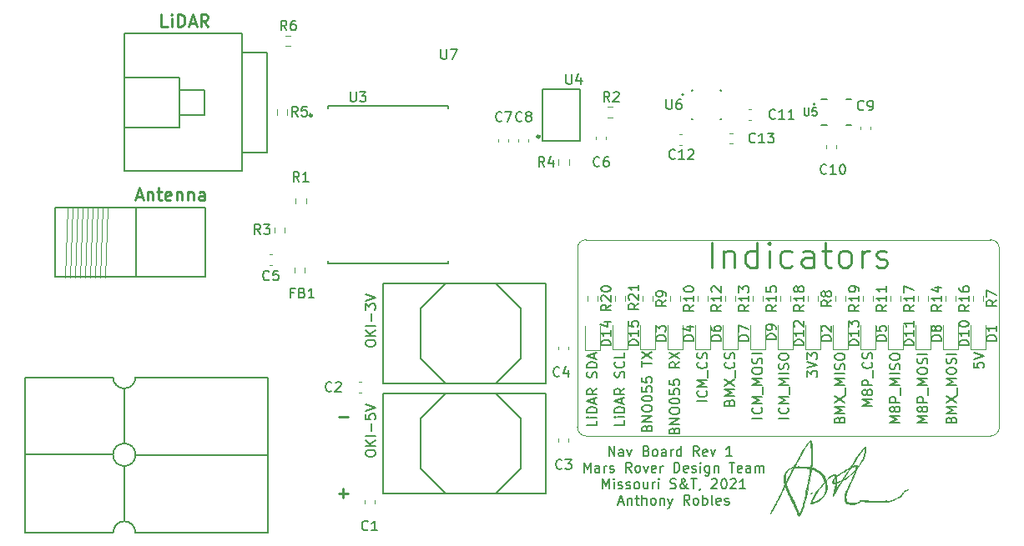
<source format=gbr>
G04 #@! TF.GenerationSoftware,KiCad,Pcbnew,(5.1.4)-1*
G04 #@! TF.CreationDate,2021-01-10T04:06:40-06:00*
G04 #@! TF.ProjectId,Navboard_hardware,4e617662-6f61-4726-945f-686172647761,rev?*
G04 #@! TF.SameCoordinates,Original*
G04 #@! TF.FileFunction,Legend,Top*
G04 #@! TF.FilePolarity,Positive*
%FSLAX46Y46*%
G04 Gerber Fmt 4.6, Leading zero omitted, Abs format (unit mm)*
G04 Created by KiCad (PCBNEW (5.1.4)-1) date 2021-01-10 04:06:40*
%MOMM*%
%LPD*%
G04 APERTURE LIST*
%ADD10C,0.150000*%
%ADD11C,0.120000*%
%ADD12C,0.254000*%
%ADD13C,0.010000*%
%ADD14C,0.127000*%
%ADD15C,0.200000*%
%ADD16C,0.304800*%
%ADD17C,0.300000*%
%ADD18C,0.050000*%
%ADD19C,0.152400*%
G04 APERTURE END LIST*
D10*
X143264761Y-83702380D02*
X143264761Y-82702380D01*
X143836190Y-83702380D01*
X143836190Y-82702380D01*
X144740952Y-83702380D02*
X144740952Y-83178571D01*
X144693333Y-83083333D01*
X144598095Y-83035714D01*
X144407619Y-83035714D01*
X144312380Y-83083333D01*
X144740952Y-83654761D02*
X144645714Y-83702380D01*
X144407619Y-83702380D01*
X144312380Y-83654761D01*
X144264761Y-83559523D01*
X144264761Y-83464285D01*
X144312380Y-83369047D01*
X144407619Y-83321428D01*
X144645714Y-83321428D01*
X144740952Y-83273809D01*
X145121904Y-83035714D02*
X145360000Y-83702380D01*
X145598095Y-83035714D01*
X147074285Y-83178571D02*
X147217142Y-83226190D01*
X147264761Y-83273809D01*
X147312380Y-83369047D01*
X147312380Y-83511904D01*
X147264761Y-83607142D01*
X147217142Y-83654761D01*
X147121904Y-83702380D01*
X146740952Y-83702380D01*
X146740952Y-82702380D01*
X147074285Y-82702380D01*
X147169523Y-82750000D01*
X147217142Y-82797619D01*
X147264761Y-82892857D01*
X147264761Y-82988095D01*
X147217142Y-83083333D01*
X147169523Y-83130952D01*
X147074285Y-83178571D01*
X146740952Y-83178571D01*
X147883809Y-83702380D02*
X147788571Y-83654761D01*
X147740952Y-83607142D01*
X147693333Y-83511904D01*
X147693333Y-83226190D01*
X147740952Y-83130952D01*
X147788571Y-83083333D01*
X147883809Y-83035714D01*
X148026666Y-83035714D01*
X148121904Y-83083333D01*
X148169523Y-83130952D01*
X148217142Y-83226190D01*
X148217142Y-83511904D01*
X148169523Y-83607142D01*
X148121904Y-83654761D01*
X148026666Y-83702380D01*
X147883809Y-83702380D01*
X149074285Y-83702380D02*
X149074285Y-83178571D01*
X149026666Y-83083333D01*
X148931428Y-83035714D01*
X148740952Y-83035714D01*
X148645714Y-83083333D01*
X149074285Y-83654761D02*
X148979047Y-83702380D01*
X148740952Y-83702380D01*
X148645714Y-83654761D01*
X148598095Y-83559523D01*
X148598095Y-83464285D01*
X148645714Y-83369047D01*
X148740952Y-83321428D01*
X148979047Y-83321428D01*
X149074285Y-83273809D01*
X149550476Y-83702380D02*
X149550476Y-83035714D01*
X149550476Y-83226190D02*
X149598095Y-83130952D01*
X149645714Y-83083333D01*
X149740952Y-83035714D01*
X149836190Y-83035714D01*
X150598095Y-83702380D02*
X150598095Y-82702380D01*
X150598095Y-83654761D02*
X150502857Y-83702380D01*
X150312380Y-83702380D01*
X150217142Y-83654761D01*
X150169523Y-83607142D01*
X150121904Y-83511904D01*
X150121904Y-83226190D01*
X150169523Y-83130952D01*
X150217142Y-83083333D01*
X150312380Y-83035714D01*
X150502857Y-83035714D01*
X150598095Y-83083333D01*
X152407619Y-83702380D02*
X152074285Y-83226190D01*
X151836190Y-83702380D02*
X151836190Y-82702380D01*
X152217142Y-82702380D01*
X152312380Y-82750000D01*
X152360000Y-82797619D01*
X152407619Y-82892857D01*
X152407619Y-83035714D01*
X152360000Y-83130952D01*
X152312380Y-83178571D01*
X152217142Y-83226190D01*
X151836190Y-83226190D01*
X153217142Y-83654761D02*
X153121904Y-83702380D01*
X152931428Y-83702380D01*
X152836190Y-83654761D01*
X152788571Y-83559523D01*
X152788571Y-83178571D01*
X152836190Y-83083333D01*
X152931428Y-83035714D01*
X153121904Y-83035714D01*
X153217142Y-83083333D01*
X153264761Y-83178571D01*
X153264761Y-83273809D01*
X152788571Y-83369047D01*
X153598095Y-83035714D02*
X153836190Y-83702380D01*
X154074285Y-83035714D01*
X155740952Y-83702380D02*
X155169523Y-83702380D01*
X155455238Y-83702380D02*
X155455238Y-82702380D01*
X155360000Y-82845238D01*
X155264761Y-82940476D01*
X155169523Y-82988095D01*
X140740952Y-85352380D02*
X140740952Y-84352380D01*
X141074285Y-85066666D01*
X141407619Y-84352380D01*
X141407619Y-85352380D01*
X142312380Y-85352380D02*
X142312380Y-84828571D01*
X142264761Y-84733333D01*
X142169523Y-84685714D01*
X141979047Y-84685714D01*
X141883809Y-84733333D01*
X142312380Y-85304761D02*
X142217142Y-85352380D01*
X141979047Y-85352380D01*
X141883809Y-85304761D01*
X141836190Y-85209523D01*
X141836190Y-85114285D01*
X141883809Y-85019047D01*
X141979047Y-84971428D01*
X142217142Y-84971428D01*
X142312380Y-84923809D01*
X142788571Y-85352380D02*
X142788571Y-84685714D01*
X142788571Y-84876190D02*
X142836190Y-84780952D01*
X142883809Y-84733333D01*
X142979047Y-84685714D01*
X143074285Y-84685714D01*
X143360000Y-85304761D02*
X143455238Y-85352380D01*
X143645714Y-85352380D01*
X143740952Y-85304761D01*
X143788571Y-85209523D01*
X143788571Y-85161904D01*
X143740952Y-85066666D01*
X143645714Y-85019047D01*
X143502857Y-85019047D01*
X143407619Y-84971428D01*
X143360000Y-84876190D01*
X143360000Y-84828571D01*
X143407619Y-84733333D01*
X143502857Y-84685714D01*
X143645714Y-84685714D01*
X143740952Y-84733333D01*
X145550476Y-85352380D02*
X145217142Y-84876190D01*
X144979047Y-85352380D02*
X144979047Y-84352380D01*
X145360000Y-84352380D01*
X145455238Y-84400000D01*
X145502857Y-84447619D01*
X145550476Y-84542857D01*
X145550476Y-84685714D01*
X145502857Y-84780952D01*
X145455238Y-84828571D01*
X145360000Y-84876190D01*
X144979047Y-84876190D01*
X146121904Y-85352380D02*
X146026666Y-85304761D01*
X145979047Y-85257142D01*
X145931428Y-85161904D01*
X145931428Y-84876190D01*
X145979047Y-84780952D01*
X146026666Y-84733333D01*
X146121904Y-84685714D01*
X146264761Y-84685714D01*
X146360000Y-84733333D01*
X146407619Y-84780952D01*
X146455238Y-84876190D01*
X146455238Y-85161904D01*
X146407619Y-85257142D01*
X146360000Y-85304761D01*
X146264761Y-85352380D01*
X146121904Y-85352380D01*
X146788571Y-84685714D02*
X147026666Y-85352380D01*
X147264761Y-84685714D01*
X148026666Y-85304761D02*
X147931428Y-85352380D01*
X147740952Y-85352380D01*
X147645714Y-85304761D01*
X147598095Y-85209523D01*
X147598095Y-84828571D01*
X147645714Y-84733333D01*
X147740952Y-84685714D01*
X147931428Y-84685714D01*
X148026666Y-84733333D01*
X148074285Y-84828571D01*
X148074285Y-84923809D01*
X147598095Y-85019047D01*
X148502857Y-85352380D02*
X148502857Y-84685714D01*
X148502857Y-84876190D02*
X148550476Y-84780952D01*
X148598095Y-84733333D01*
X148693333Y-84685714D01*
X148788571Y-84685714D01*
X149883809Y-85352380D02*
X149883809Y-84352380D01*
X150121904Y-84352380D01*
X150264761Y-84400000D01*
X150360000Y-84495238D01*
X150407619Y-84590476D01*
X150455238Y-84780952D01*
X150455238Y-84923809D01*
X150407619Y-85114285D01*
X150360000Y-85209523D01*
X150264761Y-85304761D01*
X150121904Y-85352380D01*
X149883809Y-85352380D01*
X151264761Y-85304761D02*
X151169523Y-85352380D01*
X150979047Y-85352380D01*
X150883809Y-85304761D01*
X150836190Y-85209523D01*
X150836190Y-84828571D01*
X150883809Y-84733333D01*
X150979047Y-84685714D01*
X151169523Y-84685714D01*
X151264761Y-84733333D01*
X151312380Y-84828571D01*
X151312380Y-84923809D01*
X150836190Y-85019047D01*
X151693333Y-85304761D02*
X151788571Y-85352380D01*
X151979047Y-85352380D01*
X152074285Y-85304761D01*
X152121904Y-85209523D01*
X152121904Y-85161904D01*
X152074285Y-85066666D01*
X151979047Y-85019047D01*
X151836190Y-85019047D01*
X151740952Y-84971428D01*
X151693333Y-84876190D01*
X151693333Y-84828571D01*
X151740952Y-84733333D01*
X151836190Y-84685714D01*
X151979047Y-84685714D01*
X152074285Y-84733333D01*
X152550476Y-85352380D02*
X152550476Y-84685714D01*
X152550476Y-84352380D02*
X152502857Y-84400000D01*
X152550476Y-84447619D01*
X152598095Y-84400000D01*
X152550476Y-84352380D01*
X152550476Y-84447619D01*
X153455238Y-84685714D02*
X153455238Y-85495238D01*
X153407619Y-85590476D01*
X153360000Y-85638095D01*
X153264761Y-85685714D01*
X153121904Y-85685714D01*
X153026666Y-85638095D01*
X153455238Y-85304761D02*
X153360000Y-85352380D01*
X153169523Y-85352380D01*
X153074285Y-85304761D01*
X153026666Y-85257142D01*
X152979047Y-85161904D01*
X152979047Y-84876190D01*
X153026666Y-84780952D01*
X153074285Y-84733333D01*
X153169523Y-84685714D01*
X153360000Y-84685714D01*
X153455238Y-84733333D01*
X153931428Y-84685714D02*
X153931428Y-85352380D01*
X153931428Y-84780952D02*
X153979047Y-84733333D01*
X154074285Y-84685714D01*
X154217142Y-84685714D01*
X154312380Y-84733333D01*
X154360000Y-84828571D01*
X154360000Y-85352380D01*
X155455238Y-84352380D02*
X156026666Y-84352380D01*
X155740952Y-85352380D02*
X155740952Y-84352380D01*
X156740952Y-85304761D02*
X156645714Y-85352380D01*
X156455238Y-85352380D01*
X156360000Y-85304761D01*
X156312380Y-85209523D01*
X156312380Y-84828571D01*
X156360000Y-84733333D01*
X156455238Y-84685714D01*
X156645714Y-84685714D01*
X156740952Y-84733333D01*
X156788571Y-84828571D01*
X156788571Y-84923809D01*
X156312380Y-85019047D01*
X157645714Y-85352380D02*
X157645714Y-84828571D01*
X157598095Y-84733333D01*
X157502857Y-84685714D01*
X157312380Y-84685714D01*
X157217142Y-84733333D01*
X157645714Y-85304761D02*
X157550476Y-85352380D01*
X157312380Y-85352380D01*
X157217142Y-85304761D01*
X157169523Y-85209523D01*
X157169523Y-85114285D01*
X157217142Y-85019047D01*
X157312380Y-84971428D01*
X157550476Y-84971428D01*
X157645714Y-84923809D01*
X158121904Y-85352380D02*
X158121904Y-84685714D01*
X158121904Y-84780952D02*
X158169523Y-84733333D01*
X158264761Y-84685714D01*
X158407619Y-84685714D01*
X158502857Y-84733333D01*
X158550476Y-84828571D01*
X158550476Y-85352380D01*
X158550476Y-84828571D02*
X158598095Y-84733333D01*
X158693333Y-84685714D01*
X158836190Y-84685714D01*
X158931428Y-84733333D01*
X158979047Y-84828571D01*
X158979047Y-85352380D01*
X142645714Y-87002380D02*
X142645714Y-86002380D01*
X142979047Y-86716666D01*
X143312380Y-86002380D01*
X143312380Y-87002380D01*
X143788571Y-87002380D02*
X143788571Y-86335714D01*
X143788571Y-86002380D02*
X143740952Y-86050000D01*
X143788571Y-86097619D01*
X143836190Y-86050000D01*
X143788571Y-86002380D01*
X143788571Y-86097619D01*
X144217142Y-86954761D02*
X144312380Y-87002380D01*
X144502857Y-87002380D01*
X144598095Y-86954761D01*
X144645714Y-86859523D01*
X144645714Y-86811904D01*
X144598095Y-86716666D01*
X144502857Y-86669047D01*
X144360000Y-86669047D01*
X144264761Y-86621428D01*
X144217142Y-86526190D01*
X144217142Y-86478571D01*
X144264761Y-86383333D01*
X144360000Y-86335714D01*
X144502857Y-86335714D01*
X144598095Y-86383333D01*
X145026666Y-86954761D02*
X145121904Y-87002380D01*
X145312380Y-87002380D01*
X145407619Y-86954761D01*
X145455238Y-86859523D01*
X145455238Y-86811904D01*
X145407619Y-86716666D01*
X145312380Y-86669047D01*
X145169523Y-86669047D01*
X145074285Y-86621428D01*
X145026666Y-86526190D01*
X145026666Y-86478571D01*
X145074285Y-86383333D01*
X145169523Y-86335714D01*
X145312380Y-86335714D01*
X145407619Y-86383333D01*
X146026666Y-87002380D02*
X145931428Y-86954761D01*
X145883809Y-86907142D01*
X145836190Y-86811904D01*
X145836190Y-86526190D01*
X145883809Y-86430952D01*
X145931428Y-86383333D01*
X146026666Y-86335714D01*
X146169523Y-86335714D01*
X146264761Y-86383333D01*
X146312380Y-86430952D01*
X146360000Y-86526190D01*
X146360000Y-86811904D01*
X146312380Y-86907142D01*
X146264761Y-86954761D01*
X146169523Y-87002380D01*
X146026666Y-87002380D01*
X147217142Y-86335714D02*
X147217142Y-87002380D01*
X146788571Y-86335714D02*
X146788571Y-86859523D01*
X146836190Y-86954761D01*
X146931428Y-87002380D01*
X147074285Y-87002380D01*
X147169523Y-86954761D01*
X147217142Y-86907142D01*
X147693333Y-87002380D02*
X147693333Y-86335714D01*
X147693333Y-86526190D02*
X147740952Y-86430952D01*
X147788571Y-86383333D01*
X147883809Y-86335714D01*
X147979047Y-86335714D01*
X148312380Y-87002380D02*
X148312380Y-86335714D01*
X148312380Y-86002380D02*
X148264761Y-86050000D01*
X148312380Y-86097619D01*
X148360000Y-86050000D01*
X148312380Y-86002380D01*
X148312380Y-86097619D01*
X149502857Y-86954761D02*
X149645714Y-87002380D01*
X149883809Y-87002380D01*
X149979047Y-86954761D01*
X150026666Y-86907142D01*
X150074285Y-86811904D01*
X150074285Y-86716666D01*
X150026666Y-86621428D01*
X149979047Y-86573809D01*
X149883809Y-86526190D01*
X149693333Y-86478571D01*
X149598095Y-86430952D01*
X149550476Y-86383333D01*
X149502857Y-86288095D01*
X149502857Y-86192857D01*
X149550476Y-86097619D01*
X149598095Y-86050000D01*
X149693333Y-86002380D01*
X149931428Y-86002380D01*
X150074285Y-86050000D01*
X151312380Y-87002380D02*
X151264761Y-87002380D01*
X151169523Y-86954761D01*
X151026666Y-86811904D01*
X150788571Y-86526190D01*
X150693333Y-86383333D01*
X150645714Y-86240476D01*
X150645714Y-86145238D01*
X150693333Y-86050000D01*
X150788571Y-86002380D01*
X150836190Y-86002380D01*
X150931428Y-86050000D01*
X150979047Y-86145238D01*
X150979047Y-86192857D01*
X150931428Y-86288095D01*
X150883809Y-86335714D01*
X150598095Y-86526190D01*
X150550476Y-86573809D01*
X150502857Y-86669047D01*
X150502857Y-86811904D01*
X150550476Y-86907142D01*
X150598095Y-86954761D01*
X150693333Y-87002380D01*
X150836190Y-87002380D01*
X150931428Y-86954761D01*
X150979047Y-86907142D01*
X151121904Y-86716666D01*
X151169523Y-86573809D01*
X151169523Y-86478571D01*
X151598095Y-86002380D02*
X152169523Y-86002380D01*
X151883809Y-87002380D02*
X151883809Y-86002380D01*
X152550476Y-86954761D02*
X152550476Y-87002380D01*
X152502857Y-87097619D01*
X152455238Y-87145238D01*
X153693333Y-86097619D02*
X153740952Y-86050000D01*
X153836190Y-86002380D01*
X154074285Y-86002380D01*
X154169523Y-86050000D01*
X154217142Y-86097619D01*
X154264761Y-86192857D01*
X154264761Y-86288095D01*
X154217142Y-86430952D01*
X153645714Y-87002380D01*
X154264761Y-87002380D01*
X154883809Y-86002380D02*
X154979047Y-86002380D01*
X155074285Y-86050000D01*
X155121904Y-86097619D01*
X155169523Y-86192857D01*
X155217142Y-86383333D01*
X155217142Y-86621428D01*
X155169523Y-86811904D01*
X155121904Y-86907142D01*
X155074285Y-86954761D01*
X154979047Y-87002380D01*
X154883809Y-87002380D01*
X154788571Y-86954761D01*
X154740952Y-86907142D01*
X154693333Y-86811904D01*
X154645714Y-86621428D01*
X154645714Y-86383333D01*
X154693333Y-86192857D01*
X154740952Y-86097619D01*
X154788571Y-86050000D01*
X154883809Y-86002380D01*
X155598095Y-86097619D02*
X155645714Y-86050000D01*
X155740952Y-86002380D01*
X155979047Y-86002380D01*
X156074285Y-86050000D01*
X156121904Y-86097619D01*
X156169523Y-86192857D01*
X156169523Y-86288095D01*
X156121904Y-86430952D01*
X155550476Y-87002380D01*
X156169523Y-87002380D01*
X157121904Y-87002380D02*
X156550476Y-87002380D01*
X156836190Y-87002380D02*
X156836190Y-86002380D01*
X156740952Y-86145238D01*
X156645714Y-86240476D01*
X156550476Y-86288095D01*
X144264761Y-88366666D02*
X144740952Y-88366666D01*
X144169523Y-88652380D02*
X144502857Y-87652380D01*
X144836190Y-88652380D01*
X145169523Y-87985714D02*
X145169523Y-88652380D01*
X145169523Y-88080952D02*
X145217142Y-88033333D01*
X145312380Y-87985714D01*
X145455238Y-87985714D01*
X145550476Y-88033333D01*
X145598095Y-88128571D01*
X145598095Y-88652380D01*
X145931428Y-87985714D02*
X146312380Y-87985714D01*
X146074285Y-87652380D02*
X146074285Y-88509523D01*
X146121904Y-88604761D01*
X146217142Y-88652380D01*
X146312380Y-88652380D01*
X146645714Y-88652380D02*
X146645714Y-87652380D01*
X147074285Y-88652380D02*
X147074285Y-88128571D01*
X147026666Y-88033333D01*
X146931428Y-87985714D01*
X146788571Y-87985714D01*
X146693333Y-88033333D01*
X146645714Y-88080952D01*
X147693333Y-88652380D02*
X147598095Y-88604761D01*
X147550476Y-88557142D01*
X147502857Y-88461904D01*
X147502857Y-88176190D01*
X147550476Y-88080952D01*
X147598095Y-88033333D01*
X147693333Y-87985714D01*
X147836190Y-87985714D01*
X147931428Y-88033333D01*
X147979047Y-88080952D01*
X148026666Y-88176190D01*
X148026666Y-88461904D01*
X147979047Y-88557142D01*
X147931428Y-88604761D01*
X147836190Y-88652380D01*
X147693333Y-88652380D01*
X148455238Y-87985714D02*
X148455238Y-88652380D01*
X148455238Y-88080952D02*
X148502857Y-88033333D01*
X148598095Y-87985714D01*
X148740952Y-87985714D01*
X148836190Y-88033333D01*
X148883809Y-88128571D01*
X148883809Y-88652380D01*
X149264761Y-87985714D02*
X149502857Y-88652380D01*
X149740952Y-87985714D02*
X149502857Y-88652380D01*
X149407619Y-88890476D01*
X149360000Y-88938095D01*
X149264761Y-88985714D01*
X151455238Y-88652380D02*
X151121904Y-88176190D01*
X150883809Y-88652380D02*
X150883809Y-87652380D01*
X151264761Y-87652380D01*
X151360000Y-87700000D01*
X151407619Y-87747619D01*
X151455238Y-87842857D01*
X151455238Y-87985714D01*
X151407619Y-88080952D01*
X151360000Y-88128571D01*
X151264761Y-88176190D01*
X150883809Y-88176190D01*
X152026666Y-88652380D02*
X151931428Y-88604761D01*
X151883809Y-88557142D01*
X151836190Y-88461904D01*
X151836190Y-88176190D01*
X151883809Y-88080952D01*
X151931428Y-88033333D01*
X152026666Y-87985714D01*
X152169523Y-87985714D01*
X152264761Y-88033333D01*
X152312380Y-88080952D01*
X152360000Y-88176190D01*
X152360000Y-88461904D01*
X152312380Y-88557142D01*
X152264761Y-88604761D01*
X152169523Y-88652380D01*
X152026666Y-88652380D01*
X152788571Y-88652380D02*
X152788571Y-87652380D01*
X152788571Y-88033333D02*
X152883809Y-87985714D01*
X153074285Y-87985714D01*
X153169523Y-88033333D01*
X153217142Y-88080952D01*
X153264761Y-88176190D01*
X153264761Y-88461904D01*
X153217142Y-88557142D01*
X153169523Y-88604761D01*
X153074285Y-88652380D01*
X152883809Y-88652380D01*
X152788571Y-88604761D01*
X153836190Y-88652380D02*
X153740952Y-88604761D01*
X153693333Y-88509523D01*
X153693333Y-87652380D01*
X154598095Y-88604761D02*
X154502857Y-88652380D01*
X154312380Y-88652380D01*
X154217142Y-88604761D01*
X154169523Y-88509523D01*
X154169523Y-88128571D01*
X154217142Y-88033333D01*
X154312380Y-87985714D01*
X154502857Y-87985714D01*
X154598095Y-88033333D01*
X154645714Y-88128571D01*
X154645714Y-88223809D01*
X154169523Y-88319047D01*
X155026666Y-88604761D02*
X155121904Y-88652380D01*
X155312380Y-88652380D01*
X155407619Y-88604761D01*
X155455238Y-88509523D01*
X155455238Y-88461904D01*
X155407619Y-88366666D01*
X155312380Y-88319047D01*
X155169523Y-88319047D01*
X155074285Y-88271428D01*
X155026666Y-88176190D01*
X155026666Y-88128571D01*
X155074285Y-88033333D01*
X155169523Y-87985714D01*
X155312380Y-87985714D01*
X155407619Y-88033333D01*
D11*
X182880000Y-80772000D02*
G75*
G02X181991000Y-81661000I-889000J0D01*
G01*
X181991000Y-61722000D02*
G75*
G02X182880000Y-62611000I0J-889000D01*
G01*
X140081000Y-62611000D02*
G75*
G02X140970000Y-61722000I889000J0D01*
G01*
X140970000Y-81661000D02*
G75*
G02X140081000Y-80772000I0J889000D01*
G01*
X182880000Y-80772000D02*
X182880000Y-69977000D01*
X140081000Y-77470000D02*
X140081000Y-80772000D01*
D10*
X180300380Y-74231476D02*
X180300380Y-74707666D01*
X180776571Y-74755285D01*
X180728952Y-74707666D01*
X180681333Y-74612428D01*
X180681333Y-74374333D01*
X180728952Y-74279095D01*
X180776571Y-74231476D01*
X180871809Y-74183857D01*
X181109904Y-74183857D01*
X181205142Y-74231476D01*
X181252761Y-74279095D01*
X181300380Y-74374333D01*
X181300380Y-74612428D01*
X181252761Y-74707666D01*
X181205142Y-74755285D01*
X180300380Y-73898142D02*
X181300380Y-73564809D01*
X180300380Y-73231476D01*
X177982571Y-80001666D02*
X178030190Y-79858809D01*
X178077809Y-79811190D01*
X178173047Y-79763571D01*
X178315904Y-79763571D01*
X178411142Y-79811190D01*
X178458761Y-79858809D01*
X178506380Y-79954047D01*
X178506380Y-80335000D01*
X177506380Y-80335000D01*
X177506380Y-80001666D01*
X177554000Y-79906428D01*
X177601619Y-79858809D01*
X177696857Y-79811190D01*
X177792095Y-79811190D01*
X177887333Y-79858809D01*
X177934952Y-79906428D01*
X177982571Y-80001666D01*
X177982571Y-80335000D01*
X178506380Y-79335000D02*
X177506380Y-79335000D01*
X178220666Y-79001666D01*
X177506380Y-78668333D01*
X178506380Y-78668333D01*
X177506380Y-78287380D02*
X178506380Y-77620714D01*
X177506380Y-77620714D02*
X178506380Y-78287380D01*
X178601619Y-77477857D02*
X178601619Y-76715952D01*
X178506380Y-76477857D02*
X177506380Y-76477857D01*
X178220666Y-76144523D01*
X177506380Y-75811190D01*
X178506380Y-75811190D01*
X177506380Y-75144523D02*
X177506380Y-74954047D01*
X177554000Y-74858809D01*
X177649238Y-74763571D01*
X177839714Y-74715952D01*
X178173047Y-74715952D01*
X178363523Y-74763571D01*
X178458761Y-74858809D01*
X178506380Y-74954047D01*
X178506380Y-75144523D01*
X178458761Y-75239761D01*
X178363523Y-75335000D01*
X178173047Y-75382619D01*
X177839714Y-75382619D01*
X177649238Y-75335000D01*
X177554000Y-75239761D01*
X177506380Y-75144523D01*
X178458761Y-74335000D02*
X178506380Y-74192142D01*
X178506380Y-73954047D01*
X178458761Y-73858809D01*
X178411142Y-73811190D01*
X178315904Y-73763571D01*
X178220666Y-73763571D01*
X178125428Y-73811190D01*
X178077809Y-73858809D01*
X178030190Y-73954047D01*
X177982571Y-74144523D01*
X177934952Y-74239761D01*
X177887333Y-74287380D01*
X177792095Y-74335000D01*
X177696857Y-74335000D01*
X177601619Y-74287380D01*
X177554000Y-74239761D01*
X177506380Y-74144523D01*
X177506380Y-73906428D01*
X177554000Y-73763571D01*
X178506380Y-73335000D02*
X177506380Y-73335000D01*
X175585380Y-80335000D02*
X174585380Y-80335000D01*
X175299666Y-80001666D01*
X174585380Y-79668333D01*
X175585380Y-79668333D01*
X175013952Y-79049285D02*
X174966333Y-79144523D01*
X174918714Y-79192142D01*
X174823476Y-79239761D01*
X174775857Y-79239761D01*
X174680619Y-79192142D01*
X174633000Y-79144523D01*
X174585380Y-79049285D01*
X174585380Y-78858809D01*
X174633000Y-78763571D01*
X174680619Y-78715952D01*
X174775857Y-78668333D01*
X174823476Y-78668333D01*
X174918714Y-78715952D01*
X174966333Y-78763571D01*
X175013952Y-78858809D01*
X175013952Y-79049285D01*
X175061571Y-79144523D01*
X175109190Y-79192142D01*
X175204428Y-79239761D01*
X175394904Y-79239761D01*
X175490142Y-79192142D01*
X175537761Y-79144523D01*
X175585380Y-79049285D01*
X175585380Y-78858809D01*
X175537761Y-78763571D01*
X175490142Y-78715952D01*
X175394904Y-78668333D01*
X175204428Y-78668333D01*
X175109190Y-78715952D01*
X175061571Y-78763571D01*
X175013952Y-78858809D01*
X175585380Y-78239761D02*
X174585380Y-78239761D01*
X174585380Y-77858809D01*
X174633000Y-77763571D01*
X174680619Y-77715952D01*
X174775857Y-77668333D01*
X174918714Y-77668333D01*
X175013952Y-77715952D01*
X175061571Y-77763571D01*
X175109190Y-77858809D01*
X175109190Y-78239761D01*
X175680619Y-77477857D02*
X175680619Y-76715952D01*
X175585380Y-76477857D02*
X174585380Y-76477857D01*
X175299666Y-76144523D01*
X174585380Y-75811190D01*
X175585380Y-75811190D01*
X174585380Y-75144523D02*
X174585380Y-74954047D01*
X174633000Y-74858809D01*
X174728238Y-74763571D01*
X174918714Y-74715952D01*
X175252047Y-74715952D01*
X175442523Y-74763571D01*
X175537761Y-74858809D01*
X175585380Y-74954047D01*
X175585380Y-75144523D01*
X175537761Y-75239761D01*
X175442523Y-75335000D01*
X175252047Y-75382619D01*
X174918714Y-75382619D01*
X174728238Y-75335000D01*
X174633000Y-75239761D01*
X174585380Y-75144523D01*
X175537761Y-74335000D02*
X175585380Y-74192142D01*
X175585380Y-73954047D01*
X175537761Y-73858809D01*
X175490142Y-73811190D01*
X175394904Y-73763571D01*
X175299666Y-73763571D01*
X175204428Y-73811190D01*
X175156809Y-73858809D01*
X175109190Y-73954047D01*
X175061571Y-74144523D01*
X175013952Y-74239761D01*
X174966333Y-74287380D01*
X174871095Y-74335000D01*
X174775857Y-74335000D01*
X174680619Y-74287380D01*
X174633000Y-74239761D01*
X174585380Y-74144523D01*
X174585380Y-73906428D01*
X174633000Y-73763571D01*
X175585380Y-73335000D02*
X174585380Y-73335000D01*
X172791380Y-80335000D02*
X171791380Y-80335000D01*
X172505666Y-80001666D01*
X171791380Y-79668333D01*
X172791380Y-79668333D01*
X172219952Y-79049285D02*
X172172333Y-79144523D01*
X172124714Y-79192142D01*
X172029476Y-79239761D01*
X171981857Y-79239761D01*
X171886619Y-79192142D01*
X171839000Y-79144523D01*
X171791380Y-79049285D01*
X171791380Y-78858809D01*
X171839000Y-78763571D01*
X171886619Y-78715952D01*
X171981857Y-78668333D01*
X172029476Y-78668333D01*
X172124714Y-78715952D01*
X172172333Y-78763571D01*
X172219952Y-78858809D01*
X172219952Y-79049285D01*
X172267571Y-79144523D01*
X172315190Y-79192142D01*
X172410428Y-79239761D01*
X172600904Y-79239761D01*
X172696142Y-79192142D01*
X172743761Y-79144523D01*
X172791380Y-79049285D01*
X172791380Y-78858809D01*
X172743761Y-78763571D01*
X172696142Y-78715952D01*
X172600904Y-78668333D01*
X172410428Y-78668333D01*
X172315190Y-78715952D01*
X172267571Y-78763571D01*
X172219952Y-78858809D01*
X172791380Y-78239761D02*
X171791380Y-78239761D01*
X171791380Y-77858809D01*
X171839000Y-77763571D01*
X171886619Y-77715952D01*
X171981857Y-77668333D01*
X172124714Y-77668333D01*
X172219952Y-77715952D01*
X172267571Y-77763571D01*
X172315190Y-77858809D01*
X172315190Y-78239761D01*
X172886619Y-77477857D02*
X172886619Y-76715952D01*
X172791380Y-76477857D02*
X171791380Y-76477857D01*
X172505666Y-76144523D01*
X171791380Y-75811190D01*
X172791380Y-75811190D01*
X172791380Y-75335000D02*
X171791380Y-75335000D01*
X172743761Y-74906428D02*
X172791380Y-74763571D01*
X172791380Y-74525476D01*
X172743761Y-74430238D01*
X172696142Y-74382619D01*
X172600904Y-74335000D01*
X172505666Y-74335000D01*
X172410428Y-74382619D01*
X172362809Y-74430238D01*
X172315190Y-74525476D01*
X172267571Y-74715952D01*
X172219952Y-74811190D01*
X172172333Y-74858809D01*
X172077095Y-74906428D01*
X171981857Y-74906428D01*
X171886619Y-74858809D01*
X171839000Y-74811190D01*
X171791380Y-74715952D01*
X171791380Y-74477857D01*
X171839000Y-74335000D01*
X171791380Y-73715952D02*
X171791380Y-73525476D01*
X171839000Y-73430238D01*
X171934238Y-73335000D01*
X172124714Y-73287380D01*
X172458047Y-73287380D01*
X172648523Y-73335000D01*
X172743761Y-73430238D01*
X172791380Y-73525476D01*
X172791380Y-73715952D01*
X172743761Y-73811190D01*
X172648523Y-73906428D01*
X172458047Y-73954047D01*
X172124714Y-73954047D01*
X171934238Y-73906428D01*
X171839000Y-73811190D01*
X171791380Y-73715952D01*
X169997380Y-78612666D02*
X168997380Y-78612666D01*
X169711666Y-78279333D01*
X168997380Y-77946000D01*
X169997380Y-77946000D01*
X169425952Y-77326952D02*
X169378333Y-77422190D01*
X169330714Y-77469809D01*
X169235476Y-77517428D01*
X169187857Y-77517428D01*
X169092619Y-77469809D01*
X169045000Y-77422190D01*
X168997380Y-77326952D01*
X168997380Y-77136476D01*
X169045000Y-77041238D01*
X169092619Y-76993619D01*
X169187857Y-76946000D01*
X169235476Y-76946000D01*
X169330714Y-76993619D01*
X169378333Y-77041238D01*
X169425952Y-77136476D01*
X169425952Y-77326952D01*
X169473571Y-77422190D01*
X169521190Y-77469809D01*
X169616428Y-77517428D01*
X169806904Y-77517428D01*
X169902142Y-77469809D01*
X169949761Y-77422190D01*
X169997380Y-77326952D01*
X169997380Y-77136476D01*
X169949761Y-77041238D01*
X169902142Y-76993619D01*
X169806904Y-76946000D01*
X169616428Y-76946000D01*
X169521190Y-76993619D01*
X169473571Y-77041238D01*
X169425952Y-77136476D01*
X169997380Y-76517428D02*
X168997380Y-76517428D01*
X168997380Y-76136476D01*
X169045000Y-76041238D01*
X169092619Y-75993619D01*
X169187857Y-75946000D01*
X169330714Y-75946000D01*
X169425952Y-75993619D01*
X169473571Y-76041238D01*
X169521190Y-76136476D01*
X169521190Y-76517428D01*
X170092619Y-75755523D02*
X170092619Y-74993619D01*
X169902142Y-74184095D02*
X169949761Y-74231714D01*
X169997380Y-74374571D01*
X169997380Y-74469809D01*
X169949761Y-74612666D01*
X169854523Y-74707904D01*
X169759285Y-74755523D01*
X169568809Y-74803142D01*
X169425952Y-74803142D01*
X169235476Y-74755523D01*
X169140238Y-74707904D01*
X169045000Y-74612666D01*
X168997380Y-74469809D01*
X168997380Y-74374571D01*
X169045000Y-74231714D01*
X169092619Y-74184095D01*
X169949761Y-73803142D02*
X169997380Y-73660285D01*
X169997380Y-73422190D01*
X169949761Y-73326952D01*
X169902142Y-73279333D01*
X169806904Y-73231714D01*
X169711666Y-73231714D01*
X169616428Y-73279333D01*
X169568809Y-73326952D01*
X169521190Y-73422190D01*
X169473571Y-73612666D01*
X169425952Y-73707904D01*
X169378333Y-73755523D01*
X169283095Y-73803142D01*
X169187857Y-73803142D01*
X169092619Y-73755523D01*
X169045000Y-73707904D01*
X168997380Y-73612666D01*
X168997380Y-73374571D01*
X169045000Y-73231714D01*
X166679571Y-80001666D02*
X166727190Y-79858809D01*
X166774809Y-79811190D01*
X166870047Y-79763571D01*
X167012904Y-79763571D01*
X167108142Y-79811190D01*
X167155761Y-79858809D01*
X167203380Y-79954047D01*
X167203380Y-80335000D01*
X166203380Y-80335000D01*
X166203380Y-80001666D01*
X166251000Y-79906428D01*
X166298619Y-79858809D01*
X166393857Y-79811190D01*
X166489095Y-79811190D01*
X166584333Y-79858809D01*
X166631952Y-79906428D01*
X166679571Y-80001666D01*
X166679571Y-80335000D01*
X167203380Y-79335000D02*
X166203380Y-79335000D01*
X166917666Y-79001666D01*
X166203380Y-78668333D01*
X167203380Y-78668333D01*
X166203380Y-78287380D02*
X167203380Y-77620714D01*
X166203380Y-77620714D02*
X167203380Y-78287380D01*
X167298619Y-77477857D02*
X167298619Y-76715952D01*
X167203380Y-76477857D02*
X166203380Y-76477857D01*
X166917666Y-76144523D01*
X166203380Y-75811190D01*
X167203380Y-75811190D01*
X167203380Y-75335000D02*
X166203380Y-75335000D01*
X167155761Y-74906428D02*
X167203380Y-74763571D01*
X167203380Y-74525476D01*
X167155761Y-74430238D01*
X167108142Y-74382619D01*
X167012904Y-74335000D01*
X166917666Y-74335000D01*
X166822428Y-74382619D01*
X166774809Y-74430238D01*
X166727190Y-74525476D01*
X166679571Y-74715952D01*
X166631952Y-74811190D01*
X166584333Y-74858809D01*
X166489095Y-74906428D01*
X166393857Y-74906428D01*
X166298619Y-74858809D01*
X166251000Y-74811190D01*
X166203380Y-74715952D01*
X166203380Y-74477857D01*
X166251000Y-74335000D01*
X166203380Y-73715952D02*
X166203380Y-73525476D01*
X166251000Y-73430238D01*
X166346238Y-73335000D01*
X166536714Y-73287380D01*
X166870047Y-73287380D01*
X167060523Y-73335000D01*
X167155761Y-73430238D01*
X167203380Y-73525476D01*
X167203380Y-73715952D01*
X167155761Y-73811190D01*
X167060523Y-73906428D01*
X166870047Y-73954047D01*
X166536714Y-73954047D01*
X166346238Y-73906428D01*
X166251000Y-73811190D01*
X166203380Y-73715952D01*
X163409380Y-75660095D02*
X163409380Y-75041047D01*
X163790333Y-75374380D01*
X163790333Y-75231523D01*
X163837952Y-75136285D01*
X163885571Y-75088666D01*
X163980809Y-75041047D01*
X164218904Y-75041047D01*
X164314142Y-75088666D01*
X164361761Y-75136285D01*
X164409380Y-75231523D01*
X164409380Y-75517238D01*
X164361761Y-75612476D01*
X164314142Y-75660095D01*
X163409380Y-74755333D02*
X164409380Y-74422000D01*
X163409380Y-74088666D01*
X163409380Y-73850571D02*
X163409380Y-73231523D01*
X163790333Y-73564857D01*
X163790333Y-73422000D01*
X163837952Y-73326761D01*
X163885571Y-73279142D01*
X163980809Y-73231523D01*
X164218904Y-73231523D01*
X164314142Y-73279142D01*
X164361761Y-73326761D01*
X164409380Y-73422000D01*
X164409380Y-73707714D01*
X164361761Y-73802952D01*
X164314142Y-73850571D01*
X161488380Y-79842904D02*
X160488380Y-79842904D01*
X161393142Y-78795285D02*
X161440761Y-78842904D01*
X161488380Y-78985761D01*
X161488380Y-79081000D01*
X161440761Y-79223857D01*
X161345523Y-79319095D01*
X161250285Y-79366714D01*
X161059809Y-79414333D01*
X160916952Y-79414333D01*
X160726476Y-79366714D01*
X160631238Y-79319095D01*
X160536000Y-79223857D01*
X160488380Y-79081000D01*
X160488380Y-78985761D01*
X160536000Y-78842904D01*
X160583619Y-78795285D01*
X161488380Y-78366714D02*
X160488380Y-78366714D01*
X161202666Y-78033380D01*
X160488380Y-77700047D01*
X161488380Y-77700047D01*
X161583619Y-77461952D02*
X161583619Y-76700047D01*
X161488380Y-76461952D02*
X160488380Y-76461952D01*
X161202666Y-76128619D01*
X160488380Y-75795285D01*
X161488380Y-75795285D01*
X161488380Y-75319095D02*
X160488380Y-75319095D01*
X161440761Y-74890523D02*
X161488380Y-74747666D01*
X161488380Y-74509571D01*
X161440761Y-74414333D01*
X161393142Y-74366714D01*
X161297904Y-74319095D01*
X161202666Y-74319095D01*
X161107428Y-74366714D01*
X161059809Y-74414333D01*
X161012190Y-74509571D01*
X160964571Y-74700047D01*
X160916952Y-74795285D01*
X160869333Y-74842904D01*
X160774095Y-74890523D01*
X160678857Y-74890523D01*
X160583619Y-74842904D01*
X160536000Y-74795285D01*
X160488380Y-74700047D01*
X160488380Y-74461952D01*
X160536000Y-74319095D01*
X160488380Y-73700047D02*
X160488380Y-73509571D01*
X160536000Y-73414333D01*
X160631238Y-73319095D01*
X160821714Y-73271476D01*
X161155047Y-73271476D01*
X161345523Y-73319095D01*
X161440761Y-73414333D01*
X161488380Y-73509571D01*
X161488380Y-73700047D01*
X161440761Y-73795285D01*
X161345523Y-73890523D01*
X161155047Y-73938142D01*
X160821714Y-73938142D01*
X160631238Y-73890523D01*
X160536000Y-73795285D01*
X160488380Y-73700047D01*
X158821380Y-79842904D02*
X157821380Y-79842904D01*
X158726142Y-78795285D02*
X158773761Y-78842904D01*
X158821380Y-78985761D01*
X158821380Y-79081000D01*
X158773761Y-79223857D01*
X158678523Y-79319095D01*
X158583285Y-79366714D01*
X158392809Y-79414333D01*
X158249952Y-79414333D01*
X158059476Y-79366714D01*
X157964238Y-79319095D01*
X157869000Y-79223857D01*
X157821380Y-79081000D01*
X157821380Y-78985761D01*
X157869000Y-78842904D01*
X157916619Y-78795285D01*
X158821380Y-78366714D02*
X157821380Y-78366714D01*
X158535666Y-78033380D01*
X157821380Y-77700047D01*
X158821380Y-77700047D01*
X158916619Y-77461952D02*
X158916619Y-76700047D01*
X158821380Y-76461952D02*
X157821380Y-76461952D01*
X158535666Y-76128619D01*
X157821380Y-75795285D01*
X158821380Y-75795285D01*
X157821380Y-75128619D02*
X157821380Y-74938142D01*
X157869000Y-74842904D01*
X157964238Y-74747666D01*
X158154714Y-74700047D01*
X158488047Y-74700047D01*
X158678523Y-74747666D01*
X158773761Y-74842904D01*
X158821380Y-74938142D01*
X158821380Y-75128619D01*
X158773761Y-75223857D01*
X158678523Y-75319095D01*
X158488047Y-75366714D01*
X158154714Y-75366714D01*
X157964238Y-75319095D01*
X157869000Y-75223857D01*
X157821380Y-75128619D01*
X158773761Y-74319095D02*
X158821380Y-74176238D01*
X158821380Y-73938142D01*
X158773761Y-73842904D01*
X158726142Y-73795285D01*
X158630904Y-73747666D01*
X158535666Y-73747666D01*
X158440428Y-73795285D01*
X158392809Y-73842904D01*
X158345190Y-73938142D01*
X158297571Y-74128619D01*
X158249952Y-74223857D01*
X158202333Y-74271476D01*
X158107095Y-74319095D01*
X158011857Y-74319095D01*
X157916619Y-74271476D01*
X157869000Y-74223857D01*
X157821380Y-74128619D01*
X157821380Y-73890523D01*
X157869000Y-73747666D01*
X158821380Y-73319095D02*
X157821380Y-73319095D01*
X155503571Y-78279333D02*
X155551190Y-78136476D01*
X155598809Y-78088857D01*
X155694047Y-78041238D01*
X155836904Y-78041238D01*
X155932142Y-78088857D01*
X155979761Y-78136476D01*
X156027380Y-78231714D01*
X156027380Y-78612666D01*
X155027380Y-78612666D01*
X155027380Y-78279333D01*
X155075000Y-78184095D01*
X155122619Y-78136476D01*
X155217857Y-78088857D01*
X155313095Y-78088857D01*
X155408333Y-78136476D01*
X155455952Y-78184095D01*
X155503571Y-78279333D01*
X155503571Y-78612666D01*
X156027380Y-77612666D02*
X155027380Y-77612666D01*
X155741666Y-77279333D01*
X155027380Y-76946000D01*
X156027380Y-76946000D01*
X155027380Y-76565047D02*
X156027380Y-75898380D01*
X155027380Y-75898380D02*
X156027380Y-76565047D01*
X156122619Y-75755523D02*
X156122619Y-74993619D01*
X155932142Y-74184095D02*
X155979761Y-74231714D01*
X156027380Y-74374571D01*
X156027380Y-74469809D01*
X155979761Y-74612666D01*
X155884523Y-74707904D01*
X155789285Y-74755523D01*
X155598809Y-74803142D01*
X155455952Y-74803142D01*
X155265476Y-74755523D01*
X155170238Y-74707904D01*
X155075000Y-74612666D01*
X155027380Y-74469809D01*
X155027380Y-74374571D01*
X155075000Y-74231714D01*
X155122619Y-74184095D01*
X155979761Y-73803142D02*
X156027380Y-73660285D01*
X156027380Y-73422190D01*
X155979761Y-73326952D01*
X155932142Y-73279333D01*
X155836904Y-73231714D01*
X155741666Y-73231714D01*
X155646428Y-73279333D01*
X155598809Y-73326952D01*
X155551190Y-73422190D01*
X155503571Y-73612666D01*
X155455952Y-73707904D01*
X155408333Y-73755523D01*
X155313095Y-73803142D01*
X155217857Y-73803142D01*
X155122619Y-73755523D01*
X155075000Y-73707904D01*
X155027380Y-73612666D01*
X155027380Y-73374571D01*
X155075000Y-73231714D01*
X153233380Y-78120571D02*
X152233380Y-78120571D01*
X153138142Y-77072952D02*
X153185761Y-77120571D01*
X153233380Y-77263428D01*
X153233380Y-77358666D01*
X153185761Y-77501523D01*
X153090523Y-77596761D01*
X152995285Y-77644380D01*
X152804809Y-77692000D01*
X152661952Y-77692000D01*
X152471476Y-77644380D01*
X152376238Y-77596761D01*
X152281000Y-77501523D01*
X152233380Y-77358666D01*
X152233380Y-77263428D01*
X152281000Y-77120571D01*
X152328619Y-77072952D01*
X153233380Y-76644380D02*
X152233380Y-76644380D01*
X152947666Y-76311047D01*
X152233380Y-75977714D01*
X153233380Y-75977714D01*
X153328619Y-75739619D02*
X153328619Y-74977714D01*
X153138142Y-74168190D02*
X153185761Y-74215809D01*
X153233380Y-74358666D01*
X153233380Y-74453904D01*
X153185761Y-74596761D01*
X153090523Y-74692000D01*
X152995285Y-74739619D01*
X152804809Y-74787238D01*
X152661952Y-74787238D01*
X152471476Y-74739619D01*
X152376238Y-74692000D01*
X152281000Y-74596761D01*
X152233380Y-74453904D01*
X152233380Y-74358666D01*
X152281000Y-74215809D01*
X152328619Y-74168190D01*
X153185761Y-73787238D02*
X153233380Y-73644380D01*
X153233380Y-73406285D01*
X153185761Y-73311047D01*
X153138142Y-73263428D01*
X153042904Y-73215809D01*
X152947666Y-73215809D01*
X152852428Y-73263428D01*
X152804809Y-73311047D01*
X152757190Y-73406285D01*
X152709571Y-73596761D01*
X152661952Y-73692000D01*
X152614333Y-73739619D01*
X152519095Y-73787238D01*
X152423857Y-73787238D01*
X152328619Y-73739619D01*
X152281000Y-73692000D01*
X152233380Y-73596761D01*
X152233380Y-73358666D01*
X152281000Y-73215809D01*
X149915571Y-81104904D02*
X149963190Y-80962047D01*
X150010809Y-80914428D01*
X150106047Y-80866809D01*
X150248904Y-80866809D01*
X150344142Y-80914428D01*
X150391761Y-80962047D01*
X150439380Y-81057285D01*
X150439380Y-81438238D01*
X149439380Y-81438238D01*
X149439380Y-81104904D01*
X149487000Y-81009666D01*
X149534619Y-80962047D01*
X149629857Y-80914428D01*
X149725095Y-80914428D01*
X149820333Y-80962047D01*
X149867952Y-81009666D01*
X149915571Y-81104904D01*
X149915571Y-81438238D01*
X150439380Y-80438238D02*
X149439380Y-80438238D01*
X150439380Y-79866809D01*
X149439380Y-79866809D01*
X149439380Y-79200142D02*
X149439380Y-79009666D01*
X149487000Y-78914428D01*
X149582238Y-78819190D01*
X149772714Y-78771571D01*
X150106047Y-78771571D01*
X150296523Y-78819190D01*
X150391761Y-78914428D01*
X150439380Y-79009666D01*
X150439380Y-79200142D01*
X150391761Y-79295380D01*
X150296523Y-79390619D01*
X150106047Y-79438238D01*
X149772714Y-79438238D01*
X149582238Y-79390619D01*
X149487000Y-79295380D01*
X149439380Y-79200142D01*
X149439380Y-78152523D02*
X149439380Y-78057285D01*
X149487000Y-77962047D01*
X149534619Y-77914428D01*
X149629857Y-77866809D01*
X149820333Y-77819190D01*
X150058428Y-77819190D01*
X150248904Y-77866809D01*
X150344142Y-77914428D01*
X150391761Y-77962047D01*
X150439380Y-78057285D01*
X150439380Y-78152523D01*
X150391761Y-78247761D01*
X150344142Y-78295380D01*
X150248904Y-78343000D01*
X150058428Y-78390619D01*
X149820333Y-78390619D01*
X149629857Y-78343000D01*
X149534619Y-78295380D01*
X149487000Y-78247761D01*
X149439380Y-78152523D01*
X149439380Y-76914428D02*
X149439380Y-77390619D01*
X149915571Y-77438238D01*
X149867952Y-77390619D01*
X149820333Y-77295380D01*
X149820333Y-77057285D01*
X149867952Y-76962047D01*
X149915571Y-76914428D01*
X150010809Y-76866809D01*
X150248904Y-76866809D01*
X150344142Y-76914428D01*
X150391761Y-76962047D01*
X150439380Y-77057285D01*
X150439380Y-77295380D01*
X150391761Y-77390619D01*
X150344142Y-77438238D01*
X149439380Y-75962047D02*
X149439380Y-76438238D01*
X149915571Y-76485857D01*
X149867952Y-76438238D01*
X149820333Y-76343000D01*
X149820333Y-76104904D01*
X149867952Y-76009666D01*
X149915571Y-75962047D01*
X150010809Y-75914428D01*
X150248904Y-75914428D01*
X150344142Y-75962047D01*
X150391761Y-76009666D01*
X150439380Y-76104904D01*
X150439380Y-76343000D01*
X150391761Y-76438238D01*
X150344142Y-76485857D01*
X150439380Y-74152523D02*
X149963190Y-74485857D01*
X150439380Y-74723952D02*
X149439380Y-74723952D01*
X149439380Y-74343000D01*
X149487000Y-74247761D01*
X149534619Y-74200142D01*
X149629857Y-74152523D01*
X149772714Y-74152523D01*
X149867952Y-74200142D01*
X149915571Y-74247761D01*
X149963190Y-74343000D01*
X149963190Y-74723952D01*
X149439380Y-73819190D02*
X150439380Y-73152523D01*
X149439380Y-73152523D02*
X150439380Y-73819190D01*
X147121571Y-80858857D02*
X147169190Y-80716000D01*
X147216809Y-80668380D01*
X147312047Y-80620761D01*
X147454904Y-80620761D01*
X147550142Y-80668380D01*
X147597761Y-80716000D01*
X147645380Y-80811238D01*
X147645380Y-81192190D01*
X146645380Y-81192190D01*
X146645380Y-80858857D01*
X146693000Y-80763619D01*
X146740619Y-80716000D01*
X146835857Y-80668380D01*
X146931095Y-80668380D01*
X147026333Y-80716000D01*
X147073952Y-80763619D01*
X147121571Y-80858857D01*
X147121571Y-81192190D01*
X147645380Y-80192190D02*
X146645380Y-80192190D01*
X147645380Y-79620761D01*
X146645380Y-79620761D01*
X146645380Y-78954095D02*
X146645380Y-78763619D01*
X146693000Y-78668380D01*
X146788238Y-78573142D01*
X146978714Y-78525523D01*
X147312047Y-78525523D01*
X147502523Y-78573142D01*
X147597761Y-78668380D01*
X147645380Y-78763619D01*
X147645380Y-78954095D01*
X147597761Y-79049333D01*
X147502523Y-79144571D01*
X147312047Y-79192190D01*
X146978714Y-79192190D01*
X146788238Y-79144571D01*
X146693000Y-79049333D01*
X146645380Y-78954095D01*
X146645380Y-77906476D02*
X146645380Y-77811238D01*
X146693000Y-77716000D01*
X146740619Y-77668380D01*
X146835857Y-77620761D01*
X147026333Y-77573142D01*
X147264428Y-77573142D01*
X147454904Y-77620761D01*
X147550142Y-77668380D01*
X147597761Y-77716000D01*
X147645380Y-77811238D01*
X147645380Y-77906476D01*
X147597761Y-78001714D01*
X147550142Y-78049333D01*
X147454904Y-78096952D01*
X147264428Y-78144571D01*
X147026333Y-78144571D01*
X146835857Y-78096952D01*
X146740619Y-78049333D01*
X146693000Y-78001714D01*
X146645380Y-77906476D01*
X146645380Y-76668380D02*
X146645380Y-77144571D01*
X147121571Y-77192190D01*
X147073952Y-77144571D01*
X147026333Y-77049333D01*
X147026333Y-76811238D01*
X147073952Y-76716000D01*
X147121571Y-76668380D01*
X147216809Y-76620761D01*
X147454904Y-76620761D01*
X147550142Y-76668380D01*
X147597761Y-76716000D01*
X147645380Y-76811238D01*
X147645380Y-77049333D01*
X147597761Y-77144571D01*
X147550142Y-77192190D01*
X146645380Y-75716000D02*
X146645380Y-76192190D01*
X147121571Y-76239809D01*
X147073952Y-76192190D01*
X147026333Y-76096952D01*
X147026333Y-75858857D01*
X147073952Y-75763619D01*
X147121571Y-75716000D01*
X147216809Y-75668380D01*
X147454904Y-75668380D01*
X147550142Y-75716000D01*
X147597761Y-75763619D01*
X147645380Y-75858857D01*
X147645380Y-76096952D01*
X147597761Y-76192190D01*
X147550142Y-76239809D01*
X146645380Y-74620761D02*
X146645380Y-74049333D01*
X147645380Y-74335047D02*
X146645380Y-74335047D01*
X146645380Y-73811238D02*
X147645380Y-73144571D01*
X146645380Y-73144571D02*
X147645380Y-73811238D01*
X144851380Y-80081047D02*
X144851380Y-80557238D01*
X143851380Y-80557238D01*
X144851380Y-79747714D02*
X144184714Y-79747714D01*
X143851380Y-79747714D02*
X143899000Y-79795333D01*
X143946619Y-79747714D01*
X143899000Y-79700095D01*
X143851380Y-79747714D01*
X143946619Y-79747714D01*
X144851380Y-79271523D02*
X143851380Y-79271523D01*
X143851380Y-79033428D01*
X143899000Y-78890571D01*
X143994238Y-78795333D01*
X144089476Y-78747714D01*
X144279952Y-78700095D01*
X144422809Y-78700095D01*
X144613285Y-78747714D01*
X144708523Y-78795333D01*
X144803761Y-78890571D01*
X144851380Y-79033428D01*
X144851380Y-79271523D01*
X144565666Y-78319142D02*
X144565666Y-77842952D01*
X144851380Y-78414380D02*
X143851380Y-78081047D01*
X144851380Y-77747714D01*
X144851380Y-76842952D02*
X144375190Y-77176285D01*
X144851380Y-77414380D02*
X143851380Y-77414380D01*
X143851380Y-77033428D01*
X143899000Y-76938190D01*
X143946619Y-76890571D01*
X144041857Y-76842952D01*
X144184714Y-76842952D01*
X144279952Y-76890571D01*
X144327571Y-76938190D01*
X144375190Y-77033428D01*
X144375190Y-77414380D01*
X144803761Y-75700095D02*
X144851380Y-75557238D01*
X144851380Y-75319142D01*
X144803761Y-75223904D01*
X144756142Y-75176285D01*
X144660904Y-75128666D01*
X144565666Y-75128666D01*
X144470428Y-75176285D01*
X144422809Y-75223904D01*
X144375190Y-75319142D01*
X144327571Y-75509619D01*
X144279952Y-75604857D01*
X144232333Y-75652476D01*
X144137095Y-75700095D01*
X144041857Y-75700095D01*
X143946619Y-75652476D01*
X143899000Y-75604857D01*
X143851380Y-75509619D01*
X143851380Y-75271523D01*
X143899000Y-75128666D01*
X144756142Y-74128666D02*
X144803761Y-74176285D01*
X144851380Y-74319142D01*
X144851380Y-74414380D01*
X144803761Y-74557238D01*
X144708523Y-74652476D01*
X144613285Y-74700095D01*
X144422809Y-74747714D01*
X144279952Y-74747714D01*
X144089476Y-74700095D01*
X143994238Y-74652476D01*
X143899000Y-74557238D01*
X143851380Y-74414380D01*
X143851380Y-74319142D01*
X143899000Y-74176285D01*
X143946619Y-74128666D01*
X144851380Y-73223904D02*
X144851380Y-73700095D01*
X143851380Y-73700095D01*
X142057380Y-80104857D02*
X142057380Y-80581047D01*
X141057380Y-80581047D01*
X142057380Y-79771523D02*
X141390714Y-79771523D01*
X141057380Y-79771523D02*
X141105000Y-79819142D01*
X141152619Y-79771523D01*
X141105000Y-79723904D01*
X141057380Y-79771523D01*
X141152619Y-79771523D01*
X142057380Y-79295333D02*
X141057380Y-79295333D01*
X141057380Y-79057238D01*
X141105000Y-78914380D01*
X141200238Y-78819142D01*
X141295476Y-78771523D01*
X141485952Y-78723904D01*
X141628809Y-78723904D01*
X141819285Y-78771523D01*
X141914523Y-78819142D01*
X142009761Y-78914380D01*
X142057380Y-79057238D01*
X142057380Y-79295333D01*
X141771666Y-78342952D02*
X141771666Y-77866761D01*
X142057380Y-78438190D02*
X141057380Y-78104857D01*
X142057380Y-77771523D01*
X142057380Y-76866761D02*
X141581190Y-77200095D01*
X142057380Y-77438190D02*
X141057380Y-77438190D01*
X141057380Y-77057238D01*
X141105000Y-76962000D01*
X141152619Y-76914380D01*
X141247857Y-76866761D01*
X141390714Y-76866761D01*
X141485952Y-76914380D01*
X141533571Y-76962000D01*
X141581190Y-77057238D01*
X141581190Y-77438190D01*
X142009761Y-75723904D02*
X142057380Y-75581047D01*
X142057380Y-75342952D01*
X142009761Y-75247714D01*
X141962142Y-75200095D01*
X141866904Y-75152476D01*
X141771666Y-75152476D01*
X141676428Y-75200095D01*
X141628809Y-75247714D01*
X141581190Y-75342952D01*
X141533571Y-75533428D01*
X141485952Y-75628666D01*
X141438333Y-75676285D01*
X141343095Y-75723904D01*
X141247857Y-75723904D01*
X141152619Y-75676285D01*
X141105000Y-75628666D01*
X141057380Y-75533428D01*
X141057380Y-75295333D01*
X141105000Y-75152476D01*
X142057380Y-74723904D02*
X141057380Y-74723904D01*
X141057380Y-74485809D01*
X141105000Y-74342952D01*
X141200238Y-74247714D01*
X141295476Y-74200095D01*
X141485952Y-74152476D01*
X141628809Y-74152476D01*
X141819285Y-74200095D01*
X141914523Y-74247714D01*
X142009761Y-74342952D01*
X142057380Y-74485809D01*
X142057380Y-74723904D01*
X141771666Y-73771523D02*
X141771666Y-73295333D01*
X142057380Y-73866761D02*
X141057380Y-73533428D01*
X142057380Y-73200095D01*
D12*
X98479428Y-40071523D02*
X97874666Y-40071523D01*
X97874666Y-38801523D01*
X98902761Y-40071523D02*
X98902761Y-39224857D01*
X98902761Y-38801523D02*
X98842285Y-38862000D01*
X98902761Y-38922476D01*
X98963238Y-38862000D01*
X98902761Y-38801523D01*
X98902761Y-38922476D01*
X99507523Y-40071523D02*
X99507523Y-38801523D01*
X99809904Y-38801523D01*
X99991333Y-38862000D01*
X100112285Y-38982952D01*
X100172761Y-39103904D01*
X100233238Y-39345809D01*
X100233238Y-39527238D01*
X100172761Y-39769142D01*
X100112285Y-39890095D01*
X99991333Y-40011047D01*
X99809904Y-40071523D01*
X99507523Y-40071523D01*
X100717047Y-39708666D02*
X101321809Y-39708666D01*
X100596095Y-40071523D02*
X101019428Y-38801523D01*
X101442761Y-40071523D01*
X102591809Y-40071523D02*
X102168476Y-39466761D01*
X101866095Y-40071523D02*
X101866095Y-38801523D01*
X102349904Y-38801523D01*
X102470857Y-38862000D01*
X102531333Y-38922476D01*
X102591809Y-39043428D01*
X102591809Y-39224857D01*
X102531333Y-39345809D01*
X102470857Y-39406285D01*
X102349904Y-39466761D01*
X101866095Y-39466761D01*
X115848190Y-87466714D02*
X116815809Y-87466714D01*
X116332000Y-87950523D02*
X116332000Y-86982904D01*
X115848190Y-79719714D02*
X116815809Y-79719714D01*
D11*
X140081000Y-69977000D02*
X140081000Y-77470000D01*
X177546000Y-61722000D02*
X181991000Y-61722000D01*
X181991000Y-81661000D02*
X177546000Y-81661000D01*
X140081000Y-69977000D02*
X140081000Y-62611000D01*
X177546000Y-81661000D02*
X140970000Y-81661000D01*
X182880000Y-62611000D02*
X182880000Y-69977000D01*
X140970000Y-61722000D02*
X177546000Y-61722000D01*
D12*
X153730476Y-64522047D02*
X153730476Y-61982047D01*
X154940000Y-62828714D02*
X154940000Y-64522047D01*
X154940000Y-63070619D02*
X155060952Y-62949666D01*
X155302857Y-62828714D01*
X155665714Y-62828714D01*
X155907619Y-62949666D01*
X156028571Y-63191571D01*
X156028571Y-64522047D01*
X158326666Y-64522047D02*
X158326666Y-61982047D01*
X158326666Y-64401095D02*
X158084761Y-64522047D01*
X157600952Y-64522047D01*
X157359047Y-64401095D01*
X157238095Y-64280142D01*
X157117142Y-64038238D01*
X157117142Y-63312523D01*
X157238095Y-63070619D01*
X157359047Y-62949666D01*
X157600952Y-62828714D01*
X158084761Y-62828714D01*
X158326666Y-62949666D01*
X159536190Y-64522047D02*
X159536190Y-62828714D01*
X159536190Y-61982047D02*
X159415238Y-62103000D01*
X159536190Y-62223952D01*
X159657142Y-62103000D01*
X159536190Y-61982047D01*
X159536190Y-62223952D01*
X161834285Y-64401095D02*
X161592380Y-64522047D01*
X161108571Y-64522047D01*
X160866666Y-64401095D01*
X160745714Y-64280142D01*
X160624761Y-64038238D01*
X160624761Y-63312523D01*
X160745714Y-63070619D01*
X160866666Y-62949666D01*
X161108571Y-62828714D01*
X161592380Y-62828714D01*
X161834285Y-62949666D01*
X164011428Y-64522047D02*
X164011428Y-63191571D01*
X163890476Y-62949666D01*
X163648571Y-62828714D01*
X163164761Y-62828714D01*
X162922857Y-62949666D01*
X164011428Y-64401095D02*
X163769523Y-64522047D01*
X163164761Y-64522047D01*
X162922857Y-64401095D01*
X162801904Y-64159190D01*
X162801904Y-63917285D01*
X162922857Y-63675380D01*
X163164761Y-63554428D01*
X163769523Y-63554428D01*
X164011428Y-63433476D01*
X164858095Y-62828714D02*
X165825714Y-62828714D01*
X165220952Y-61982047D02*
X165220952Y-64159190D01*
X165341904Y-64401095D01*
X165583809Y-64522047D01*
X165825714Y-64522047D01*
X167035238Y-64522047D02*
X166793333Y-64401095D01*
X166672380Y-64280142D01*
X166551428Y-64038238D01*
X166551428Y-63312523D01*
X166672380Y-63070619D01*
X166793333Y-62949666D01*
X167035238Y-62828714D01*
X167398095Y-62828714D01*
X167640000Y-62949666D01*
X167760952Y-63070619D01*
X167881904Y-63312523D01*
X167881904Y-64038238D01*
X167760952Y-64280142D01*
X167640000Y-64401095D01*
X167398095Y-64522047D01*
X167035238Y-64522047D01*
X168970476Y-64522047D02*
X168970476Y-62828714D01*
X168970476Y-63312523D02*
X169091428Y-63070619D01*
X169212380Y-62949666D01*
X169454285Y-62828714D01*
X169696190Y-62828714D01*
X170421904Y-64401095D02*
X170663809Y-64522047D01*
X171147619Y-64522047D01*
X171389523Y-64401095D01*
X171510476Y-64159190D01*
X171510476Y-64038238D01*
X171389523Y-63796333D01*
X171147619Y-63675380D01*
X170784761Y-63675380D01*
X170542857Y-63554428D01*
X170421904Y-63312523D01*
X170421904Y-63191571D01*
X170542857Y-62949666D01*
X170784761Y-62828714D01*
X171147619Y-62828714D01*
X171389523Y-62949666D01*
D13*
G36*
X163832033Y-87392581D02*
G01*
X163802754Y-87427753D01*
X163795830Y-87435228D01*
X163756855Y-87473542D01*
X163732314Y-87491904D01*
X163730937Y-87492179D01*
X163736846Y-87477875D01*
X163766125Y-87442704D01*
X163773049Y-87435228D01*
X163812024Y-87396915D01*
X163836565Y-87378552D01*
X163837942Y-87378278D01*
X163832033Y-87392581D01*
X163832033Y-87392581D01*
G37*
X163832033Y-87392581D02*
X163802754Y-87427753D01*
X163795830Y-87435228D01*
X163756855Y-87473542D01*
X163732314Y-87491904D01*
X163730937Y-87492179D01*
X163736846Y-87477875D01*
X163766125Y-87442704D01*
X163773049Y-87435228D01*
X163812024Y-87396915D01*
X163836565Y-87378552D01*
X163837942Y-87378278D01*
X163832033Y-87392581D01*
G36*
X163737456Y-82127390D02*
G01*
X163769118Y-82164249D01*
X163797091Y-82230808D01*
X163822801Y-82331261D01*
X163847674Y-82469803D01*
X163867253Y-82605811D01*
X163886329Y-82788680D01*
X163900216Y-83006290D01*
X163908916Y-83248121D01*
X163912430Y-83503649D01*
X163910760Y-83762353D01*
X163903909Y-84013711D01*
X163891877Y-84247201D01*
X163874667Y-84452300D01*
X163866928Y-84519354D01*
X163852378Y-84638548D01*
X163840849Y-84740657D01*
X163833173Y-84817676D01*
X163830177Y-84861597D01*
X163830715Y-84868668D01*
X163855438Y-84875942D01*
X163909534Y-84885289D01*
X163936325Y-84888987D01*
X164006393Y-84905791D01*
X164097243Y-84937948D01*
X164189836Y-84978673D01*
X164194484Y-84980968D01*
X164425881Y-85103945D01*
X164618662Y-85225571D01*
X164779161Y-85351934D01*
X164913714Y-85489121D01*
X165028653Y-85643218D01*
X165130312Y-85820314D01*
X165183724Y-85931629D01*
X165217859Y-86010698D01*
X165242788Y-86075664D01*
X165253641Y-86113722D01*
X165253767Y-86115779D01*
X165264179Y-86152720D01*
X165294657Y-86149889D01*
X165344062Y-86107839D01*
X165396259Y-86046574D01*
X165492437Y-85939052D01*
X165614087Y-85824894D01*
X165745745Y-85717467D01*
X165871947Y-85630140D01*
X165891614Y-85618333D01*
X165992349Y-85573710D01*
X166096368Y-85551445D01*
X166191029Y-85552539D01*
X166263686Y-85577994D01*
X166276471Y-85587862D01*
X166311821Y-85629826D01*
X166324439Y-85661898D01*
X166336463Y-85689895D01*
X166344653Y-85692538D01*
X166369173Y-85680428D01*
X166425083Y-85646766D01*
X166506053Y-85595554D01*
X166605754Y-85530793D01*
X166714033Y-85459040D01*
X166857574Y-85365482D01*
X167019397Y-85263960D01*
X167183450Y-85164311D01*
X167333678Y-85076371D01*
X167394262Y-85042258D01*
X167725324Y-84858974D01*
X167782736Y-84772676D01*
X167858103Y-84772676D01*
X167858192Y-84773614D01*
X167881015Y-84768378D01*
X167935061Y-84747481D01*
X168010430Y-84714872D01*
X168045257Y-84699005D01*
X168147859Y-84657199D01*
X168245365Y-84627327D01*
X168329138Y-84610946D01*
X168390540Y-84609616D01*
X168420933Y-84624895D01*
X168422626Y-84630894D01*
X168423836Y-84668068D01*
X168423949Y-84730537D01*
X168423711Y-84753526D01*
X168427324Y-84812343D01*
X168438650Y-84838085D01*
X168444429Y-84837397D01*
X168464478Y-84814965D01*
X168505641Y-84761782D01*
X168562976Y-84684472D01*
X168631542Y-84589660D01*
X168678583Y-84523495D01*
X168863033Y-84233494D01*
X169005659Y-83942466D01*
X169109635Y-83642233D01*
X169178132Y-83324615D01*
X169196687Y-83187558D01*
X169208800Y-83076298D01*
X169214691Y-83001139D01*
X169214012Y-82953003D01*
X169206421Y-82922813D01*
X169191571Y-82901490D01*
X169185590Y-82895407D01*
X169161360Y-82876125D01*
X169138488Y-82876780D01*
X169106802Y-82902320D01*
X169056129Y-82957692D01*
X169055057Y-82958905D01*
X168944422Y-83090776D01*
X168833917Y-83236752D01*
X168717766Y-83404967D01*
X168590193Y-83603553D01*
X168542332Y-83680832D01*
X168459778Y-83813951D01*
X168361548Y-83970405D01*
X168256974Y-84135446D01*
X168155388Y-84294322D01*
X168095300Y-84387422D01*
X168020738Y-84503391D01*
X167956122Y-84605788D01*
X167905069Y-84688725D01*
X167871191Y-84746317D01*
X167858103Y-84772676D01*
X167782736Y-84772676D01*
X167914073Y-84575263D01*
X167993520Y-84454545D01*
X168075757Y-84327381D01*
X168151797Y-84207801D01*
X168212649Y-84109837D01*
X168219883Y-84097919D01*
X168394393Y-83815023D01*
X168554422Y-83568052D01*
X168703869Y-83351243D01*
X168846630Y-83158832D01*
X168905428Y-83084041D01*
X169022922Y-82942336D01*
X169118724Y-82838893D01*
X169194552Y-82772887D01*
X169252129Y-82743496D01*
X169293172Y-82749894D01*
X169319404Y-82791260D01*
X169332543Y-82866770D01*
X169333387Y-82879175D01*
X169330107Y-83082125D01*
X169296880Y-83305184D01*
X169232898Y-83552108D01*
X169137353Y-83826655D01*
X169120381Y-83870116D01*
X169048566Y-84025631D01*
X168949393Y-84202260D01*
X168829084Y-84390321D01*
X168693862Y-84580136D01*
X168549947Y-84762024D01*
X168538092Y-84776123D01*
X168485527Y-84844783D01*
X168446844Y-84907426D01*
X168430857Y-84948816D01*
X168417061Y-85001059D01*
X168389184Y-85070316D01*
X168376008Y-85097615D01*
X168348598Y-85156206D01*
X168309876Y-85245361D01*
X168264915Y-85353131D01*
X168218790Y-85467568D01*
X168217177Y-85471648D01*
X168131448Y-85682406D01*
X168031665Y-85917358D01*
X167923672Y-86163405D01*
X167813316Y-86407449D01*
X167706440Y-86636394D01*
X167608891Y-86837140D01*
X167599031Y-86856837D01*
X167516708Y-87033049D01*
X167442312Y-87215923D01*
X167378717Y-87396489D01*
X167328793Y-87565779D01*
X167295414Y-87714823D01*
X167281453Y-87834653D01*
X167281211Y-87849212D01*
X167290697Y-87942323D01*
X167315806Y-88051335D01*
X167351513Y-88160742D01*
X167392793Y-88255035D01*
X167432621Y-88316518D01*
X167518510Y-88382042D01*
X167638194Y-88430444D01*
X167783087Y-88461323D01*
X167944600Y-88474272D01*
X168114146Y-88468888D01*
X168283138Y-88444767D01*
X168442988Y-88401504D01*
X168526916Y-88368035D01*
X168611238Y-88325538D01*
X168669340Y-88287911D01*
X168693362Y-88260332D01*
X168693587Y-88258267D01*
X168710197Y-88221733D01*
X168750382Y-88179803D01*
X168752531Y-88178090D01*
X168783991Y-88158636D01*
X168824065Y-88146122D01*
X168878373Y-88140816D01*
X168952538Y-88142988D01*
X169052181Y-88152908D01*
X169182922Y-88170845D01*
X169350384Y-88197070D01*
X169433946Y-88210773D01*
X169609131Y-88238009D01*
X169764764Y-88257634D01*
X169913567Y-88270440D01*
X170068263Y-88277220D01*
X170241577Y-88278767D01*
X170446230Y-88275872D01*
X170470448Y-88275334D01*
X170621023Y-88272127D01*
X170764464Y-88269496D01*
X170891410Y-88267579D01*
X170992494Y-88266517D01*
X171058355Y-88266450D01*
X171062735Y-88266504D01*
X171161227Y-88260565D01*
X171264165Y-88243442D01*
X171301928Y-88233599D01*
X171366982Y-88214018D01*
X171410846Y-88201307D01*
X171421525Y-88198614D01*
X171426266Y-88217437D01*
X171427220Y-88240860D01*
X171433732Y-88266914D01*
X171460977Y-88277178D01*
X171520517Y-88275563D01*
X171528018Y-88274956D01*
X171607711Y-88260827D01*
X171718903Y-88230923D01*
X171851832Y-88188797D01*
X171996740Y-88138003D01*
X172143868Y-88082095D01*
X172283455Y-88024627D01*
X172405743Y-87969153D01*
X172494350Y-87923064D01*
X172579236Y-87875446D01*
X172649673Y-87837897D01*
X172696182Y-87815363D01*
X172708863Y-87811103D01*
X172757167Y-87793186D01*
X172821286Y-87744768D01*
X172892669Y-87673844D01*
X172962766Y-87588413D01*
X172992870Y-87545471D01*
X173052125Y-87459940D01*
X173112698Y-87378951D01*
X173162516Y-87318569D01*
X173167126Y-87313548D01*
X173227847Y-87262300D01*
X173316729Y-87203567D01*
X173419209Y-87145697D01*
X173520726Y-87097039D01*
X173591167Y-87070445D01*
X173630622Y-87062639D01*
X173634678Y-87073368D01*
X173607806Y-87099113D01*
X173554476Y-87136359D01*
X173479157Y-87181587D01*
X173387560Y-87230651D01*
X173294350Y-87279508D01*
X173229522Y-87320315D01*
X173180275Y-87364506D01*
X173133806Y-87423516D01*
X173078839Y-87506412D01*
X172957214Y-87666659D01*
X172813675Y-87799248D01*
X172638788Y-87912237D01*
X172551575Y-87956814D01*
X172459225Y-88002940D01*
X172369679Y-88050759D01*
X172302105Y-88090027D01*
X172301349Y-88090503D01*
X172234789Y-88125010D01*
X172135815Y-88166965D01*
X172014519Y-88213008D01*
X171880996Y-88259778D01*
X171745337Y-88303915D01*
X171617637Y-88342058D01*
X171507988Y-88370848D01*
X171426484Y-88386924D01*
X171404761Y-88389011D01*
X171332728Y-88388635D01*
X171297534Y-88377963D01*
X171290538Y-88362105D01*
X171275340Y-88340309D01*
X171236805Y-88343596D01*
X171181450Y-88351751D01*
X171087739Y-88359187D01*
X170962874Y-88365789D01*
X170814057Y-88371445D01*
X170648488Y-88376041D01*
X170473368Y-88379465D01*
X170295899Y-88381603D01*
X170123282Y-88382342D01*
X169962719Y-88381569D01*
X169821409Y-88379171D01*
X169706555Y-88375034D01*
X169625358Y-88369046D01*
X169624374Y-88368935D01*
X169550837Y-88359382D01*
X169447591Y-88344438D01*
X169329841Y-88326359D01*
X169240314Y-88311961D01*
X169089245Y-88287778D01*
X168975692Y-88271929D01*
X168892364Y-88264508D01*
X168831969Y-88265606D01*
X168787214Y-88275316D01*
X168750808Y-88293729D01*
X168718266Y-88318566D01*
X168662804Y-88357663D01*
X168581408Y-88406096D01*
X168489760Y-88454656D01*
X168470300Y-88464190D01*
X168308455Y-88525620D01*
X168127869Y-88566226D01*
X167939482Y-88585703D01*
X167754232Y-88583751D01*
X167583061Y-88560067D01*
X167436906Y-88514350D01*
X167395112Y-88493873D01*
X167304205Y-88426666D01*
X167238813Y-88336095D01*
X167196345Y-88216477D01*
X167174213Y-88062127D01*
X167170896Y-88001696D01*
X167178194Y-87809133D01*
X167215389Y-87607030D01*
X167284082Y-87389492D01*
X167385872Y-87150621D01*
X167422381Y-87075371D01*
X167508210Y-86898164D01*
X167606005Y-86688427D01*
X167711328Y-86456135D01*
X167819738Y-86211262D01*
X167926798Y-85963783D01*
X168028068Y-85723672D01*
X168080055Y-85597473D01*
X168132755Y-85469278D01*
X168182266Y-85350650D01*
X168224957Y-85250155D01*
X168257196Y-85176356D01*
X168273236Y-85141868D01*
X168289862Y-85106180D01*
X168288511Y-85096916D01*
X168265228Y-85116304D01*
X168216056Y-85166569D01*
X168200691Y-85182709D01*
X168069605Y-85315008D01*
X167923088Y-85453158D01*
X167767929Y-85591546D01*
X167610913Y-85724560D01*
X167458828Y-85846584D01*
X167318460Y-85952007D01*
X167196598Y-86035214D01*
X167107434Y-86086929D01*
X167029507Y-86129206D01*
X166968626Y-86167904D01*
X166935651Y-86195968D01*
X166933154Y-86200180D01*
X166916107Y-86229226D01*
X166877435Y-86287718D01*
X166822218Y-86368188D01*
X166755536Y-86463169D01*
X166726476Y-86503992D01*
X166528502Y-86813197D01*
X166387894Y-87082941D01*
X166331580Y-87200028D01*
X166276268Y-87310020D01*
X166227334Y-87402556D01*
X166190154Y-87467276D01*
X166181643Y-87480382D01*
X166144966Y-87538614D01*
X166122612Y-87583288D01*
X166119417Y-87595716D01*
X166105036Y-87625461D01*
X166070252Y-87666244D01*
X166027606Y-87706212D01*
X165989639Y-87733509D01*
X165969664Y-87737284D01*
X165969118Y-87710410D01*
X165980372Y-87652340D01*
X166001031Y-87575172D01*
X166003152Y-87568093D01*
X166055893Y-87381749D01*
X166080051Y-87287157D01*
X166189077Y-87287157D01*
X166198892Y-87281700D01*
X166224907Y-87241878D01*
X166263229Y-87174220D01*
X166309966Y-87085250D01*
X166312754Y-87079769D01*
X166373099Y-86969270D01*
X166451599Y-86837513D01*
X166538927Y-86699579D01*
X166625753Y-86570547D01*
X166642429Y-86546866D01*
X166712396Y-86446886D01*
X166770909Y-86360352D01*
X166813725Y-86293780D01*
X166836600Y-86253688D01*
X166838993Y-86245058D01*
X166815242Y-86249511D01*
X166759751Y-86269952D01*
X166681893Y-86302736D01*
X166625650Y-86328051D01*
X166536489Y-86368039D01*
X166461898Y-86399482D01*
X166412120Y-86418170D01*
X166398444Y-86421506D01*
X166383234Y-86442223D01*
X166365489Y-86496920D01*
X166348718Y-86574421D01*
X166346613Y-86586663D01*
X166328686Y-86680696D01*
X166302658Y-86800329D01*
X166272624Y-86927265D01*
X166253579Y-87002403D01*
X166227387Y-87105775D01*
X166206368Y-87194875D01*
X166192872Y-87259324D01*
X166189077Y-87287157D01*
X166080051Y-87287157D01*
X166109810Y-87170639D01*
X166159983Y-86955146D01*
X166201496Y-86755656D01*
X166209768Y-86711636D01*
X166250494Y-86489209D01*
X166145090Y-86492095D01*
X166032190Y-86486299D01*
X165958274Y-86460694D01*
X165920660Y-86413902D01*
X165914395Y-86373588D01*
X165928687Y-86303626D01*
X165951564Y-86249396D01*
X166047112Y-86249396D01*
X166051268Y-86305160D01*
X166086644Y-86340417D01*
X166096637Y-86345876D01*
X166158724Y-86368532D01*
X166204843Y-86375610D01*
X166240667Y-86368086D01*
X166254464Y-86336172D01*
X166255937Y-86301910D01*
X166253318Y-86220165D01*
X166250015Y-86175479D01*
X166370582Y-86175479D01*
X166372116Y-86262954D01*
X166382637Y-86315044D01*
X166408660Y-86335698D01*
X166456701Y-86328865D01*
X166533275Y-86298492D01*
X166644899Y-86248527D01*
X166677534Y-86234100D01*
X166767937Y-86193491D01*
X166843516Y-86157805D01*
X166893809Y-86132071D01*
X166907342Y-86123628D01*
X166929211Y-86096342D01*
X166957462Y-86054987D01*
X167037106Y-86054987D01*
X167039069Y-86057022D01*
X167063820Y-86046922D01*
X167117794Y-86020180D01*
X167190306Y-85982132D01*
X167206391Y-85973474D01*
X167317396Y-85905411D01*
X167450491Y-85811065D01*
X167597019Y-85697771D01*
X167748319Y-85572865D01*
X167895732Y-85443682D01*
X168030600Y-85317558D01*
X168144262Y-85201828D01*
X168218630Y-85115978D01*
X168267981Y-85050229D01*
X168294050Y-84999835D01*
X168303199Y-84945552D01*
X168301787Y-84868136D01*
X168301629Y-84864853D01*
X168296753Y-84788675D01*
X168287680Y-84746725D01*
X168268574Y-84727702D01*
X168233601Y-84720302D01*
X168226592Y-84719493D01*
X168161066Y-84726717D01*
X168072743Y-84755332D01*
X167974430Y-84798887D01*
X167878934Y-84850928D01*
X167799062Y-84905003D01*
X167747622Y-84954657D01*
X167741696Y-84963803D01*
X167712958Y-85010094D01*
X167664677Y-85082902D01*
X167603908Y-85171751D01*
X167545851Y-85254677D01*
X167451627Y-85389678D01*
X167359666Y-85524962D01*
X167273213Y-85655393D01*
X167195512Y-85775835D01*
X167129806Y-85881152D01*
X167079341Y-85966207D01*
X167047359Y-86025864D01*
X167037106Y-86054987D01*
X166957462Y-86054987D01*
X166968113Y-86039396D01*
X167017731Y-85962251D01*
X167052004Y-85906958D01*
X167112820Y-85810686D01*
X167190543Y-85692354D01*
X167275307Y-85566763D01*
X167357249Y-85448717D01*
X167359605Y-85445385D01*
X167455027Y-85308311D01*
X167535310Y-85188635D01*
X167597954Y-85090387D01*
X167640459Y-85017595D01*
X167660327Y-84974288D01*
X167658550Y-84963569D01*
X167626236Y-84975029D01*
X167561749Y-85006912D01*
X167471537Y-85055471D01*
X167362050Y-85116959D01*
X167239735Y-85187629D01*
X167111041Y-85263735D01*
X166982416Y-85341529D01*
X166860308Y-85417264D01*
X166751167Y-85487195D01*
X166706768Y-85516599D01*
X166371519Y-85741592D01*
X166371519Y-86048673D01*
X166370582Y-86175479D01*
X166250015Y-86175479D01*
X166246696Y-86130579D01*
X166237440Y-86044621D01*
X166226918Y-85973758D01*
X166216498Y-85929458D01*
X166210418Y-85920340D01*
X166189486Y-85939546D01*
X166158030Y-85989082D01*
X166122064Y-86056828D01*
X166087604Y-86130661D01*
X166060665Y-86198461D01*
X166047265Y-86248107D01*
X166047112Y-86249396D01*
X165951564Y-86249396D01*
X165967015Y-86212770D01*
X166022549Y-86113641D01*
X166088465Y-86018860D01*
X166137032Y-85961960D01*
X166185016Y-85905707D01*
X166204264Y-85862851D01*
X166201358Y-85818007D01*
X166200369Y-85813889D01*
X166162035Y-85724562D01*
X166100516Y-85674282D01*
X166014774Y-85662278D01*
X165998103Y-85663939D01*
X165853932Y-85704636D01*
X165706162Y-85789884D01*
X165555875Y-85918914D01*
X165413784Y-86078800D01*
X165351791Y-86161163D01*
X165318244Y-86218834D01*
X165309245Y-86259209D01*
X165311729Y-86272432D01*
X165321438Y-86317242D01*
X165332861Y-86392148D01*
X165343701Y-86481863D01*
X165344804Y-86492421D01*
X165355582Y-86583686D01*
X165367396Y-86662693D01*
X165377864Y-86713707D01*
X165378791Y-86716809D01*
X165389848Y-86780653D01*
X165394901Y-86871925D01*
X165393870Y-86972880D01*
X165386680Y-87065774D01*
X165380497Y-87104914D01*
X165360934Y-87169777D01*
X165327533Y-87252583D01*
X165300289Y-87309937D01*
X165262955Y-87386359D01*
X165232963Y-87453967D01*
X165220003Y-87488507D01*
X165176862Y-87580375D01*
X165101273Y-87688893D01*
X164999995Y-87807507D01*
X164879791Y-87929663D01*
X164747419Y-88048806D01*
X164609641Y-88158383D01*
X164473216Y-88251839D01*
X164374792Y-88307952D01*
X164319847Y-88332846D01*
X164238009Y-88366064D01*
X164139141Y-88404033D01*
X164033105Y-88443179D01*
X163929762Y-88479929D01*
X163838977Y-88510709D01*
X163770609Y-88531947D01*
X163734523Y-88540067D01*
X163734164Y-88540071D01*
X163729756Y-88520006D01*
X163727548Y-88470652D01*
X163727489Y-88460015D01*
X163738520Y-88406834D01*
X163759379Y-88349048D01*
X163853652Y-88349048D01*
X163857019Y-88392914D01*
X163874824Y-88403390D01*
X163908570Y-88396596D01*
X163975292Y-88378180D01*
X164064795Y-88351089D01*
X164150572Y-88323640D01*
X164322403Y-88262420D01*
X164464356Y-88198960D01*
X164591715Y-88125008D01*
X164719765Y-88032316D01*
X164779343Y-87984230D01*
X164922690Y-87849602D01*
X165028344Y-87711563D01*
X165103689Y-87560520D01*
X165137790Y-87481698D01*
X165174814Y-87408353D01*
X165185728Y-87389559D01*
X165231601Y-87283048D01*
X165259748Y-87150311D01*
X165267959Y-87007963D01*
X165254299Y-86873973D01*
X165236177Y-86771318D01*
X165218832Y-86652351D01*
X165208214Y-86563029D01*
X165197835Y-86479894D01*
X165186210Y-86415290D01*
X165175685Y-86381972D01*
X165174717Y-86380786D01*
X165151775Y-86388490D01*
X165105027Y-86427000D01*
X165038977Y-86491423D01*
X164958129Y-86576868D01*
X164866986Y-86678441D01*
X164770051Y-86791250D01*
X164671829Y-86910404D01*
X164580171Y-87026653D01*
X164480839Y-87161874D01*
X164381121Y-87308757D01*
X164283386Y-87462680D01*
X164190002Y-87619022D01*
X164103336Y-87773160D01*
X164025756Y-87920473D01*
X163959630Y-88056340D01*
X163907325Y-88176140D01*
X163871210Y-88275249D01*
X163853652Y-88349048D01*
X163759379Y-88349048D01*
X163769737Y-88320355D01*
X163818322Y-88206606D01*
X163881457Y-88071617D01*
X163956326Y-87921418D01*
X164040111Y-87762036D01*
X164127599Y-87603727D01*
X164221591Y-87451623D01*
X164341399Y-87278823D01*
X164479140Y-87095291D01*
X164626929Y-86910989D01*
X164776880Y-86735880D01*
X164921109Y-86579927D01*
X165000455Y-86500812D01*
X165168578Y-86339471D01*
X165083615Y-86127114D01*
X164961078Y-85868943D01*
X164813887Y-85647427D01*
X164639537Y-85459404D01*
X164435519Y-85301712D01*
X164422287Y-85293151D01*
X164338190Y-85242498D01*
X164238804Y-85187547D01*
X164133506Y-85132899D01*
X164031672Y-85083157D01*
X163942680Y-85042923D01*
X163875905Y-85016801D01*
X163843655Y-85009130D01*
X163825597Y-85010129D01*
X163811427Y-85017237D01*
X163799377Y-85036623D01*
X163787680Y-85074454D01*
X163774566Y-85136899D01*
X163758267Y-85230125D01*
X163737014Y-85360301D01*
X163729359Y-85407784D01*
X163690980Y-85639274D01*
X163649965Y-85872736D01*
X163604741Y-86116419D01*
X163553736Y-86378568D01*
X163495374Y-86667430D01*
X163428083Y-86991253D01*
X163418549Y-87036574D01*
X163337113Y-87417202D01*
X163261759Y-87756274D01*
X163191562Y-88057252D01*
X163125595Y-88323599D01*
X163062932Y-88558777D01*
X163002649Y-88766248D01*
X162943819Y-88949474D01*
X162885516Y-89111918D01*
X162826816Y-89257042D01*
X162821626Y-89269040D01*
X162776281Y-89374761D01*
X162736607Y-89469955D01*
X162706826Y-89544308D01*
X162691162Y-89587505D01*
X162691027Y-89587964D01*
X162654494Y-89659653D01*
X162595069Y-89729682D01*
X162539352Y-89771958D01*
X162514654Y-89775937D01*
X162488926Y-89754877D01*
X162455644Y-89701929D01*
X162434288Y-89661660D01*
X162389423Y-89566490D01*
X162346927Y-89463209D01*
X162326445Y-89405722D01*
X162295652Y-89322367D01*
X162252335Y-89219697D01*
X162205361Y-89118626D01*
X162200886Y-89109578D01*
X162149527Y-88999721D01*
X162096943Y-88876576D01*
X162054915Y-88767874D01*
X162028759Y-88704078D01*
X161984441Y-88606815D01*
X161925241Y-88482819D01*
X161854439Y-88338821D01*
X161775313Y-88181556D01*
X161691145Y-88017757D01*
X161666265Y-87970001D01*
X161554412Y-87753616D01*
X161462416Y-87569940D01*
X161387203Y-87412315D01*
X161325699Y-87274083D01*
X161274828Y-87148584D01*
X161231517Y-87029160D01*
X161230583Y-87026425D01*
X161122626Y-86709869D01*
X161053334Y-86856136D01*
X161016322Y-86933452D01*
X160965593Y-87038323D01*
X160907602Y-87157453D01*
X160848804Y-87277545D01*
X160844081Y-87287157D01*
X160780922Y-87417733D01*
X160714104Y-87559325D01*
X160651838Y-87694353D01*
X160604735Y-87799713D01*
X160548291Y-87920002D01*
X160481325Y-88049181D01*
X160414897Y-88166326D01*
X160387988Y-88209758D01*
X160334741Y-88297482D01*
X160269116Y-88413229D01*
X160198321Y-88543884D01*
X160129560Y-88676334D01*
X160108142Y-88719011D01*
X160049531Y-88835409D01*
X159994659Y-88941539D01*
X159948104Y-89028753D01*
X159914443Y-89088403D01*
X159903122Y-89106275D01*
X159867295Y-89164702D01*
X159827616Y-89240210D01*
X159813984Y-89269040D01*
X159768858Y-89347877D01*
X159712298Y-89421184D01*
X159693940Y-89439892D01*
X159620495Y-89508233D01*
X159716758Y-89325991D01*
X159762248Y-89239496D01*
X159822078Y-89125199D01*
X159889638Y-88995751D01*
X159958319Y-88863809D01*
X159984486Y-88813435D01*
X160054129Y-88681976D01*
X160128346Y-88546426D01*
X160199688Y-88420114D01*
X160260704Y-88316365D01*
X160278760Y-88287021D01*
X160330247Y-88203366D01*
X160371115Y-88134223D01*
X160396186Y-88088512D01*
X160401570Y-88075370D01*
X160410968Y-88051323D01*
X160437388Y-87991959D01*
X160478165Y-87903051D01*
X160530634Y-87790370D01*
X160592130Y-87659689D01*
X160642310Y-87553891D01*
X160716297Y-87398334D01*
X160790347Y-87242510D01*
X160860076Y-87095661D01*
X160921094Y-86967029D01*
X160969015Y-86865856D01*
X160986064Y-86829787D01*
X161089077Y-86611609D01*
X161058718Y-86509378D01*
X161224425Y-86509378D01*
X161348573Y-86869392D01*
X161393116Y-86996267D01*
X161435839Y-87113818D01*
X161473239Y-87212705D01*
X161501814Y-87283590D01*
X161513643Y-87309537D01*
X161534580Y-87350360D01*
X161573282Y-87425648D01*
X161626641Y-87529364D01*
X161691551Y-87655475D01*
X161764908Y-87797943D01*
X161843605Y-87950734D01*
X161853820Y-87970565D01*
X161934934Y-88129875D01*
X162012195Y-88285086D01*
X162082151Y-88428996D01*
X162141350Y-88554403D01*
X162186340Y-88654108D01*
X162213670Y-88720907D01*
X162214175Y-88722314D01*
X162256141Y-88831343D01*
X162305764Y-88948381D01*
X162348998Y-89041237D01*
X162391134Y-89130582D01*
X162428645Y-89218233D01*
X162451757Y-89280430D01*
X162479899Y-89356193D01*
X162518147Y-89444402D01*
X162537141Y-89483947D01*
X162593488Y-89596342D01*
X162704827Y-89340856D01*
X162751245Y-89224496D01*
X162803869Y-89076182D01*
X162858580Y-88908335D01*
X162911259Y-88733375D01*
X162938654Y-88635756D01*
X162979981Y-88482053D01*
X163020691Y-88327047D01*
X163057863Y-88182121D01*
X163088577Y-88058659D01*
X163109441Y-87970147D01*
X163176476Y-87666363D01*
X163241669Y-87363221D01*
X163304409Y-87064047D01*
X163364088Y-86772169D01*
X163420095Y-86490914D01*
X163471820Y-86223609D01*
X163518654Y-85973581D01*
X163559988Y-85744157D01*
X163595210Y-85538664D01*
X163623713Y-85360430D01*
X163644885Y-85212781D01*
X163658118Y-85099044D01*
X163662801Y-85022547D01*
X163658325Y-84986616D01*
X163656550Y-84984744D01*
X163608245Y-84967062D01*
X163522314Y-84947976D01*
X163406621Y-84928605D01*
X163269031Y-84910067D01*
X163117407Y-84893481D01*
X162959615Y-84879966D01*
X162884619Y-84874936D01*
X162718330Y-84864970D01*
X162589811Y-84857727D01*
X162491363Y-84853064D01*
X162415286Y-84850836D01*
X162353880Y-84850902D01*
X162299445Y-84853116D01*
X162244281Y-84857336D01*
X162194359Y-84862068D01*
X162039435Y-84877305D01*
X161631930Y-85693341D01*
X161224425Y-86509378D01*
X161058718Y-86509378D01*
X161052857Y-86489643D01*
X161035959Y-86404131D01*
X161024134Y-86286510D01*
X161017439Y-86149004D01*
X161015928Y-86003837D01*
X161017989Y-85926071D01*
X161135605Y-85926071D01*
X161137192Y-85991987D01*
X161143177Y-86117881D01*
X161152829Y-86226017D01*
X161165049Y-86306258D01*
X161175124Y-86341775D01*
X161183293Y-86358602D01*
X161192144Y-86367701D01*
X161203745Y-86365539D01*
X161220165Y-86348583D01*
X161243469Y-86313300D01*
X161275725Y-86256155D01*
X161319001Y-86173617D01*
X161375364Y-86062151D01*
X161446881Y-85918224D01*
X161535619Y-85738303D01*
X161574970Y-85658367D01*
X161658864Y-85487335D01*
X161735713Y-85329527D01*
X161803336Y-85189509D01*
X161859550Y-85071850D01*
X161902174Y-84981117D01*
X161929027Y-84921878D01*
X161937927Y-84898700D01*
X161937874Y-84898582D01*
X161914450Y-84901212D01*
X161859351Y-84915632D01*
X161783989Y-84938822D01*
X161775536Y-84941586D01*
X161606596Y-85003088D01*
X161475759Y-85067184D01*
X161375804Y-85141086D01*
X161299508Y-85232004D01*
X161239649Y-85347150D01*
X161189004Y-85493734D01*
X161175760Y-85540410D01*
X161154500Y-85627978D01*
X161141528Y-85711996D01*
X161135633Y-85806636D01*
X161135605Y-85926071D01*
X161017989Y-85926071D01*
X161019656Y-85863232D01*
X161028680Y-85739415D01*
X161043054Y-85644608D01*
X161048932Y-85621932D01*
X161135907Y-85410675D01*
X161260022Y-85224795D01*
X161419436Y-85066085D01*
X161612307Y-84936337D01*
X161836794Y-84837345D01*
X161864185Y-84828134D01*
X162016935Y-84778289D01*
X162026016Y-84761570D01*
X162110090Y-84761570D01*
X162127946Y-84773866D01*
X162157144Y-84769463D01*
X162216717Y-84759414D01*
X162313852Y-84753308D01*
X162440752Y-84750840D01*
X162589615Y-84751706D01*
X162752644Y-84755602D01*
X162922038Y-84762223D01*
X163089998Y-84771266D01*
X163248726Y-84782425D01*
X163390421Y-84795398D01*
X163507284Y-84809879D01*
X163590807Y-84825389D01*
X163647970Y-84839039D01*
X163684129Y-84846922D01*
X163686591Y-84847336D01*
X163700759Y-84829211D01*
X163713905Y-84781887D01*
X163715009Y-84775632D01*
X163759738Y-84437823D01*
X163787122Y-84072881D01*
X163796886Y-83695914D01*
X163788757Y-83322032D01*
X163762458Y-82966342D01*
X163749855Y-82856394D01*
X163722240Y-82649995D01*
X163696107Y-82487297D01*
X163670089Y-82366532D01*
X163642821Y-82285928D01*
X163612937Y-82243717D01*
X163579073Y-82238129D01*
X163539861Y-82267394D01*
X163493938Y-82329741D01*
X163439937Y-82423403D01*
X163430060Y-82441926D01*
X163373629Y-82539366D01*
X163305345Y-82644529D01*
X163256558Y-82712487D01*
X163157689Y-82854072D01*
X163046674Y-83035265D01*
X162925632Y-83252404D01*
X162796684Y-83501830D01*
X162780051Y-83535224D01*
X162713783Y-83664723D01*
X162640057Y-83802214D01*
X162567828Y-83931344D01*
X162506049Y-84035757D01*
X162505657Y-84036390D01*
X162444811Y-84137052D01*
X162379209Y-84249560D01*
X162312859Y-84366570D01*
X162249767Y-84480736D01*
X162193939Y-84584713D01*
X162149383Y-84671157D01*
X162120105Y-84732721D01*
X162110090Y-84761570D01*
X162026016Y-84761570D01*
X162124381Y-84580481D01*
X162181443Y-84478099D01*
X162252650Y-84354234D01*
X162328034Y-84226063D01*
X162384577Y-84132089D01*
X162454758Y-84012702D01*
X162534906Y-83869611D01*
X162615444Y-83720267D01*
X162686795Y-83582122D01*
X162690874Y-83573973D01*
X162797605Y-83364176D01*
X162890663Y-83190347D01*
X162973619Y-83046281D01*
X163050046Y-82925775D01*
X163123517Y-82822626D01*
X163123822Y-82822224D01*
X163186500Y-82733521D01*
X163253656Y-82629212D01*
X163302105Y-82547053D01*
X163362466Y-82450361D01*
X163434350Y-82353516D01*
X163510745Y-82264100D01*
X163584639Y-82189695D01*
X163649022Y-82137884D01*
X163696883Y-82116248D01*
X163700677Y-82116036D01*
X163737456Y-82127390D01*
X163737456Y-82127390D01*
G37*
X163737456Y-82127390D02*
X163769118Y-82164249D01*
X163797091Y-82230808D01*
X163822801Y-82331261D01*
X163847674Y-82469803D01*
X163867253Y-82605811D01*
X163886329Y-82788680D01*
X163900216Y-83006290D01*
X163908916Y-83248121D01*
X163912430Y-83503649D01*
X163910760Y-83762353D01*
X163903909Y-84013711D01*
X163891877Y-84247201D01*
X163874667Y-84452300D01*
X163866928Y-84519354D01*
X163852378Y-84638548D01*
X163840849Y-84740657D01*
X163833173Y-84817676D01*
X163830177Y-84861597D01*
X163830715Y-84868668D01*
X163855438Y-84875942D01*
X163909534Y-84885289D01*
X163936325Y-84888987D01*
X164006393Y-84905791D01*
X164097243Y-84937948D01*
X164189836Y-84978673D01*
X164194484Y-84980968D01*
X164425881Y-85103945D01*
X164618662Y-85225571D01*
X164779161Y-85351934D01*
X164913714Y-85489121D01*
X165028653Y-85643218D01*
X165130312Y-85820314D01*
X165183724Y-85931629D01*
X165217859Y-86010698D01*
X165242788Y-86075664D01*
X165253641Y-86113722D01*
X165253767Y-86115779D01*
X165264179Y-86152720D01*
X165294657Y-86149889D01*
X165344062Y-86107839D01*
X165396259Y-86046574D01*
X165492437Y-85939052D01*
X165614087Y-85824894D01*
X165745745Y-85717467D01*
X165871947Y-85630140D01*
X165891614Y-85618333D01*
X165992349Y-85573710D01*
X166096368Y-85551445D01*
X166191029Y-85552539D01*
X166263686Y-85577994D01*
X166276471Y-85587862D01*
X166311821Y-85629826D01*
X166324439Y-85661898D01*
X166336463Y-85689895D01*
X166344653Y-85692538D01*
X166369173Y-85680428D01*
X166425083Y-85646766D01*
X166506053Y-85595554D01*
X166605754Y-85530793D01*
X166714033Y-85459040D01*
X166857574Y-85365482D01*
X167019397Y-85263960D01*
X167183450Y-85164311D01*
X167333678Y-85076371D01*
X167394262Y-85042258D01*
X167725324Y-84858974D01*
X167782736Y-84772676D01*
X167858103Y-84772676D01*
X167858192Y-84773614D01*
X167881015Y-84768378D01*
X167935061Y-84747481D01*
X168010430Y-84714872D01*
X168045257Y-84699005D01*
X168147859Y-84657199D01*
X168245365Y-84627327D01*
X168329138Y-84610946D01*
X168390540Y-84609616D01*
X168420933Y-84624895D01*
X168422626Y-84630894D01*
X168423836Y-84668068D01*
X168423949Y-84730537D01*
X168423711Y-84753526D01*
X168427324Y-84812343D01*
X168438650Y-84838085D01*
X168444429Y-84837397D01*
X168464478Y-84814965D01*
X168505641Y-84761782D01*
X168562976Y-84684472D01*
X168631542Y-84589660D01*
X168678583Y-84523495D01*
X168863033Y-84233494D01*
X169005659Y-83942466D01*
X169109635Y-83642233D01*
X169178132Y-83324615D01*
X169196687Y-83187558D01*
X169208800Y-83076298D01*
X169214691Y-83001139D01*
X169214012Y-82953003D01*
X169206421Y-82922813D01*
X169191571Y-82901490D01*
X169185590Y-82895407D01*
X169161360Y-82876125D01*
X169138488Y-82876780D01*
X169106802Y-82902320D01*
X169056129Y-82957692D01*
X169055057Y-82958905D01*
X168944422Y-83090776D01*
X168833917Y-83236752D01*
X168717766Y-83404967D01*
X168590193Y-83603553D01*
X168542332Y-83680832D01*
X168459778Y-83813951D01*
X168361548Y-83970405D01*
X168256974Y-84135446D01*
X168155388Y-84294322D01*
X168095300Y-84387422D01*
X168020738Y-84503391D01*
X167956122Y-84605788D01*
X167905069Y-84688725D01*
X167871191Y-84746317D01*
X167858103Y-84772676D01*
X167782736Y-84772676D01*
X167914073Y-84575263D01*
X167993520Y-84454545D01*
X168075757Y-84327381D01*
X168151797Y-84207801D01*
X168212649Y-84109837D01*
X168219883Y-84097919D01*
X168394393Y-83815023D01*
X168554422Y-83568052D01*
X168703869Y-83351243D01*
X168846630Y-83158832D01*
X168905428Y-83084041D01*
X169022922Y-82942336D01*
X169118724Y-82838893D01*
X169194552Y-82772887D01*
X169252129Y-82743496D01*
X169293172Y-82749894D01*
X169319404Y-82791260D01*
X169332543Y-82866770D01*
X169333387Y-82879175D01*
X169330107Y-83082125D01*
X169296880Y-83305184D01*
X169232898Y-83552108D01*
X169137353Y-83826655D01*
X169120381Y-83870116D01*
X169048566Y-84025631D01*
X168949393Y-84202260D01*
X168829084Y-84390321D01*
X168693862Y-84580136D01*
X168549947Y-84762024D01*
X168538092Y-84776123D01*
X168485527Y-84844783D01*
X168446844Y-84907426D01*
X168430857Y-84948816D01*
X168417061Y-85001059D01*
X168389184Y-85070316D01*
X168376008Y-85097615D01*
X168348598Y-85156206D01*
X168309876Y-85245361D01*
X168264915Y-85353131D01*
X168218790Y-85467568D01*
X168217177Y-85471648D01*
X168131448Y-85682406D01*
X168031665Y-85917358D01*
X167923672Y-86163405D01*
X167813316Y-86407449D01*
X167706440Y-86636394D01*
X167608891Y-86837140D01*
X167599031Y-86856837D01*
X167516708Y-87033049D01*
X167442312Y-87215923D01*
X167378717Y-87396489D01*
X167328793Y-87565779D01*
X167295414Y-87714823D01*
X167281453Y-87834653D01*
X167281211Y-87849212D01*
X167290697Y-87942323D01*
X167315806Y-88051335D01*
X167351513Y-88160742D01*
X167392793Y-88255035D01*
X167432621Y-88316518D01*
X167518510Y-88382042D01*
X167638194Y-88430444D01*
X167783087Y-88461323D01*
X167944600Y-88474272D01*
X168114146Y-88468888D01*
X168283138Y-88444767D01*
X168442988Y-88401504D01*
X168526916Y-88368035D01*
X168611238Y-88325538D01*
X168669340Y-88287911D01*
X168693362Y-88260332D01*
X168693587Y-88258267D01*
X168710197Y-88221733D01*
X168750382Y-88179803D01*
X168752531Y-88178090D01*
X168783991Y-88158636D01*
X168824065Y-88146122D01*
X168878373Y-88140816D01*
X168952538Y-88142988D01*
X169052181Y-88152908D01*
X169182922Y-88170845D01*
X169350384Y-88197070D01*
X169433946Y-88210773D01*
X169609131Y-88238009D01*
X169764764Y-88257634D01*
X169913567Y-88270440D01*
X170068263Y-88277220D01*
X170241577Y-88278767D01*
X170446230Y-88275872D01*
X170470448Y-88275334D01*
X170621023Y-88272127D01*
X170764464Y-88269496D01*
X170891410Y-88267579D01*
X170992494Y-88266517D01*
X171058355Y-88266450D01*
X171062735Y-88266504D01*
X171161227Y-88260565D01*
X171264165Y-88243442D01*
X171301928Y-88233599D01*
X171366982Y-88214018D01*
X171410846Y-88201307D01*
X171421525Y-88198614D01*
X171426266Y-88217437D01*
X171427220Y-88240860D01*
X171433732Y-88266914D01*
X171460977Y-88277178D01*
X171520517Y-88275563D01*
X171528018Y-88274956D01*
X171607711Y-88260827D01*
X171718903Y-88230923D01*
X171851832Y-88188797D01*
X171996740Y-88138003D01*
X172143868Y-88082095D01*
X172283455Y-88024627D01*
X172405743Y-87969153D01*
X172494350Y-87923064D01*
X172579236Y-87875446D01*
X172649673Y-87837897D01*
X172696182Y-87815363D01*
X172708863Y-87811103D01*
X172757167Y-87793186D01*
X172821286Y-87744768D01*
X172892669Y-87673844D01*
X172962766Y-87588413D01*
X172992870Y-87545471D01*
X173052125Y-87459940D01*
X173112698Y-87378951D01*
X173162516Y-87318569D01*
X173167126Y-87313548D01*
X173227847Y-87262300D01*
X173316729Y-87203567D01*
X173419209Y-87145697D01*
X173520726Y-87097039D01*
X173591167Y-87070445D01*
X173630622Y-87062639D01*
X173634678Y-87073368D01*
X173607806Y-87099113D01*
X173554476Y-87136359D01*
X173479157Y-87181587D01*
X173387560Y-87230651D01*
X173294350Y-87279508D01*
X173229522Y-87320315D01*
X173180275Y-87364506D01*
X173133806Y-87423516D01*
X173078839Y-87506412D01*
X172957214Y-87666659D01*
X172813675Y-87799248D01*
X172638788Y-87912237D01*
X172551575Y-87956814D01*
X172459225Y-88002940D01*
X172369679Y-88050759D01*
X172302105Y-88090027D01*
X172301349Y-88090503D01*
X172234789Y-88125010D01*
X172135815Y-88166965D01*
X172014519Y-88213008D01*
X171880996Y-88259778D01*
X171745337Y-88303915D01*
X171617637Y-88342058D01*
X171507988Y-88370848D01*
X171426484Y-88386924D01*
X171404761Y-88389011D01*
X171332728Y-88388635D01*
X171297534Y-88377963D01*
X171290538Y-88362105D01*
X171275340Y-88340309D01*
X171236805Y-88343596D01*
X171181450Y-88351751D01*
X171087739Y-88359187D01*
X170962874Y-88365789D01*
X170814057Y-88371445D01*
X170648488Y-88376041D01*
X170473368Y-88379465D01*
X170295899Y-88381603D01*
X170123282Y-88382342D01*
X169962719Y-88381569D01*
X169821409Y-88379171D01*
X169706555Y-88375034D01*
X169625358Y-88369046D01*
X169624374Y-88368935D01*
X169550837Y-88359382D01*
X169447591Y-88344438D01*
X169329841Y-88326359D01*
X169240314Y-88311961D01*
X169089245Y-88287778D01*
X168975692Y-88271929D01*
X168892364Y-88264508D01*
X168831969Y-88265606D01*
X168787214Y-88275316D01*
X168750808Y-88293729D01*
X168718266Y-88318566D01*
X168662804Y-88357663D01*
X168581408Y-88406096D01*
X168489760Y-88454656D01*
X168470300Y-88464190D01*
X168308455Y-88525620D01*
X168127869Y-88566226D01*
X167939482Y-88585703D01*
X167754232Y-88583751D01*
X167583061Y-88560067D01*
X167436906Y-88514350D01*
X167395112Y-88493873D01*
X167304205Y-88426666D01*
X167238813Y-88336095D01*
X167196345Y-88216477D01*
X167174213Y-88062127D01*
X167170896Y-88001696D01*
X167178194Y-87809133D01*
X167215389Y-87607030D01*
X167284082Y-87389492D01*
X167385872Y-87150621D01*
X167422381Y-87075371D01*
X167508210Y-86898164D01*
X167606005Y-86688427D01*
X167711328Y-86456135D01*
X167819738Y-86211262D01*
X167926798Y-85963783D01*
X168028068Y-85723672D01*
X168080055Y-85597473D01*
X168132755Y-85469278D01*
X168182266Y-85350650D01*
X168224957Y-85250155D01*
X168257196Y-85176356D01*
X168273236Y-85141868D01*
X168289862Y-85106180D01*
X168288511Y-85096916D01*
X168265228Y-85116304D01*
X168216056Y-85166569D01*
X168200691Y-85182709D01*
X168069605Y-85315008D01*
X167923088Y-85453158D01*
X167767929Y-85591546D01*
X167610913Y-85724560D01*
X167458828Y-85846584D01*
X167318460Y-85952007D01*
X167196598Y-86035214D01*
X167107434Y-86086929D01*
X167029507Y-86129206D01*
X166968626Y-86167904D01*
X166935651Y-86195968D01*
X166933154Y-86200180D01*
X166916107Y-86229226D01*
X166877435Y-86287718D01*
X166822218Y-86368188D01*
X166755536Y-86463169D01*
X166726476Y-86503992D01*
X166528502Y-86813197D01*
X166387894Y-87082941D01*
X166331580Y-87200028D01*
X166276268Y-87310020D01*
X166227334Y-87402556D01*
X166190154Y-87467276D01*
X166181643Y-87480382D01*
X166144966Y-87538614D01*
X166122612Y-87583288D01*
X166119417Y-87595716D01*
X166105036Y-87625461D01*
X166070252Y-87666244D01*
X166027606Y-87706212D01*
X165989639Y-87733509D01*
X165969664Y-87737284D01*
X165969118Y-87710410D01*
X165980372Y-87652340D01*
X166001031Y-87575172D01*
X166003152Y-87568093D01*
X166055893Y-87381749D01*
X166080051Y-87287157D01*
X166189077Y-87287157D01*
X166198892Y-87281700D01*
X166224907Y-87241878D01*
X166263229Y-87174220D01*
X166309966Y-87085250D01*
X166312754Y-87079769D01*
X166373099Y-86969270D01*
X166451599Y-86837513D01*
X166538927Y-86699579D01*
X166625753Y-86570547D01*
X166642429Y-86546866D01*
X166712396Y-86446886D01*
X166770909Y-86360352D01*
X166813725Y-86293780D01*
X166836600Y-86253688D01*
X166838993Y-86245058D01*
X166815242Y-86249511D01*
X166759751Y-86269952D01*
X166681893Y-86302736D01*
X166625650Y-86328051D01*
X166536489Y-86368039D01*
X166461898Y-86399482D01*
X166412120Y-86418170D01*
X166398444Y-86421506D01*
X166383234Y-86442223D01*
X166365489Y-86496920D01*
X166348718Y-86574421D01*
X166346613Y-86586663D01*
X166328686Y-86680696D01*
X166302658Y-86800329D01*
X166272624Y-86927265D01*
X166253579Y-87002403D01*
X166227387Y-87105775D01*
X166206368Y-87194875D01*
X166192872Y-87259324D01*
X166189077Y-87287157D01*
X166080051Y-87287157D01*
X166109810Y-87170639D01*
X166159983Y-86955146D01*
X166201496Y-86755656D01*
X166209768Y-86711636D01*
X166250494Y-86489209D01*
X166145090Y-86492095D01*
X166032190Y-86486299D01*
X165958274Y-86460694D01*
X165920660Y-86413902D01*
X165914395Y-86373588D01*
X165928687Y-86303626D01*
X165951564Y-86249396D01*
X166047112Y-86249396D01*
X166051268Y-86305160D01*
X166086644Y-86340417D01*
X166096637Y-86345876D01*
X166158724Y-86368532D01*
X166204843Y-86375610D01*
X166240667Y-86368086D01*
X166254464Y-86336172D01*
X166255937Y-86301910D01*
X166253318Y-86220165D01*
X166250015Y-86175479D01*
X166370582Y-86175479D01*
X166372116Y-86262954D01*
X166382637Y-86315044D01*
X166408660Y-86335698D01*
X166456701Y-86328865D01*
X166533275Y-86298492D01*
X166644899Y-86248527D01*
X166677534Y-86234100D01*
X166767937Y-86193491D01*
X166843516Y-86157805D01*
X166893809Y-86132071D01*
X166907342Y-86123628D01*
X166929211Y-86096342D01*
X166957462Y-86054987D01*
X167037106Y-86054987D01*
X167039069Y-86057022D01*
X167063820Y-86046922D01*
X167117794Y-86020180D01*
X167190306Y-85982132D01*
X167206391Y-85973474D01*
X167317396Y-85905411D01*
X167450491Y-85811065D01*
X167597019Y-85697771D01*
X167748319Y-85572865D01*
X167895732Y-85443682D01*
X168030600Y-85317558D01*
X168144262Y-85201828D01*
X168218630Y-85115978D01*
X168267981Y-85050229D01*
X168294050Y-84999835D01*
X168303199Y-84945552D01*
X168301787Y-84868136D01*
X168301629Y-84864853D01*
X168296753Y-84788675D01*
X168287680Y-84746725D01*
X168268574Y-84727702D01*
X168233601Y-84720302D01*
X168226592Y-84719493D01*
X168161066Y-84726717D01*
X168072743Y-84755332D01*
X167974430Y-84798887D01*
X167878934Y-84850928D01*
X167799062Y-84905003D01*
X167747622Y-84954657D01*
X167741696Y-84963803D01*
X167712958Y-85010094D01*
X167664677Y-85082902D01*
X167603908Y-85171751D01*
X167545851Y-85254677D01*
X167451627Y-85389678D01*
X167359666Y-85524962D01*
X167273213Y-85655393D01*
X167195512Y-85775835D01*
X167129806Y-85881152D01*
X167079341Y-85966207D01*
X167047359Y-86025864D01*
X167037106Y-86054987D01*
X166957462Y-86054987D01*
X166968113Y-86039396D01*
X167017731Y-85962251D01*
X167052004Y-85906958D01*
X167112820Y-85810686D01*
X167190543Y-85692354D01*
X167275307Y-85566763D01*
X167357249Y-85448717D01*
X167359605Y-85445385D01*
X167455027Y-85308311D01*
X167535310Y-85188635D01*
X167597954Y-85090387D01*
X167640459Y-85017595D01*
X167660327Y-84974288D01*
X167658550Y-84963569D01*
X167626236Y-84975029D01*
X167561749Y-85006912D01*
X167471537Y-85055471D01*
X167362050Y-85116959D01*
X167239735Y-85187629D01*
X167111041Y-85263735D01*
X166982416Y-85341529D01*
X166860308Y-85417264D01*
X166751167Y-85487195D01*
X166706768Y-85516599D01*
X166371519Y-85741592D01*
X166371519Y-86048673D01*
X166370582Y-86175479D01*
X166250015Y-86175479D01*
X166246696Y-86130579D01*
X166237440Y-86044621D01*
X166226918Y-85973758D01*
X166216498Y-85929458D01*
X166210418Y-85920340D01*
X166189486Y-85939546D01*
X166158030Y-85989082D01*
X166122064Y-86056828D01*
X166087604Y-86130661D01*
X166060665Y-86198461D01*
X166047265Y-86248107D01*
X166047112Y-86249396D01*
X165951564Y-86249396D01*
X165967015Y-86212770D01*
X166022549Y-86113641D01*
X166088465Y-86018860D01*
X166137032Y-85961960D01*
X166185016Y-85905707D01*
X166204264Y-85862851D01*
X166201358Y-85818007D01*
X166200369Y-85813889D01*
X166162035Y-85724562D01*
X166100516Y-85674282D01*
X166014774Y-85662278D01*
X165998103Y-85663939D01*
X165853932Y-85704636D01*
X165706162Y-85789884D01*
X165555875Y-85918914D01*
X165413784Y-86078800D01*
X165351791Y-86161163D01*
X165318244Y-86218834D01*
X165309245Y-86259209D01*
X165311729Y-86272432D01*
X165321438Y-86317242D01*
X165332861Y-86392148D01*
X165343701Y-86481863D01*
X165344804Y-86492421D01*
X165355582Y-86583686D01*
X165367396Y-86662693D01*
X165377864Y-86713707D01*
X165378791Y-86716809D01*
X165389848Y-86780653D01*
X165394901Y-86871925D01*
X165393870Y-86972880D01*
X165386680Y-87065774D01*
X165380497Y-87104914D01*
X165360934Y-87169777D01*
X165327533Y-87252583D01*
X165300289Y-87309937D01*
X165262955Y-87386359D01*
X165232963Y-87453967D01*
X165220003Y-87488507D01*
X165176862Y-87580375D01*
X165101273Y-87688893D01*
X164999995Y-87807507D01*
X164879791Y-87929663D01*
X164747419Y-88048806D01*
X164609641Y-88158383D01*
X164473216Y-88251839D01*
X164374792Y-88307952D01*
X164319847Y-88332846D01*
X164238009Y-88366064D01*
X164139141Y-88404033D01*
X164033105Y-88443179D01*
X163929762Y-88479929D01*
X163838977Y-88510709D01*
X163770609Y-88531947D01*
X163734523Y-88540067D01*
X163734164Y-88540071D01*
X163729756Y-88520006D01*
X163727548Y-88470652D01*
X163727489Y-88460015D01*
X163738520Y-88406834D01*
X163759379Y-88349048D01*
X163853652Y-88349048D01*
X163857019Y-88392914D01*
X163874824Y-88403390D01*
X163908570Y-88396596D01*
X163975292Y-88378180D01*
X164064795Y-88351089D01*
X164150572Y-88323640D01*
X164322403Y-88262420D01*
X164464356Y-88198960D01*
X164591715Y-88125008D01*
X164719765Y-88032316D01*
X164779343Y-87984230D01*
X164922690Y-87849602D01*
X165028344Y-87711563D01*
X165103689Y-87560520D01*
X165137790Y-87481698D01*
X165174814Y-87408353D01*
X165185728Y-87389559D01*
X165231601Y-87283048D01*
X165259748Y-87150311D01*
X165267959Y-87007963D01*
X165254299Y-86873973D01*
X165236177Y-86771318D01*
X165218832Y-86652351D01*
X165208214Y-86563029D01*
X165197835Y-86479894D01*
X165186210Y-86415290D01*
X165175685Y-86381972D01*
X165174717Y-86380786D01*
X165151775Y-86388490D01*
X165105027Y-86427000D01*
X165038977Y-86491423D01*
X164958129Y-86576868D01*
X164866986Y-86678441D01*
X164770051Y-86791250D01*
X164671829Y-86910404D01*
X164580171Y-87026653D01*
X164480839Y-87161874D01*
X164381121Y-87308757D01*
X164283386Y-87462680D01*
X164190002Y-87619022D01*
X164103336Y-87773160D01*
X164025756Y-87920473D01*
X163959630Y-88056340D01*
X163907325Y-88176140D01*
X163871210Y-88275249D01*
X163853652Y-88349048D01*
X163759379Y-88349048D01*
X163769737Y-88320355D01*
X163818322Y-88206606D01*
X163881457Y-88071617D01*
X163956326Y-87921418D01*
X164040111Y-87762036D01*
X164127599Y-87603727D01*
X164221591Y-87451623D01*
X164341399Y-87278823D01*
X164479140Y-87095291D01*
X164626929Y-86910989D01*
X164776880Y-86735880D01*
X164921109Y-86579927D01*
X165000455Y-86500812D01*
X165168578Y-86339471D01*
X165083615Y-86127114D01*
X164961078Y-85868943D01*
X164813887Y-85647427D01*
X164639537Y-85459404D01*
X164435519Y-85301712D01*
X164422287Y-85293151D01*
X164338190Y-85242498D01*
X164238804Y-85187547D01*
X164133506Y-85132899D01*
X164031672Y-85083157D01*
X163942680Y-85042923D01*
X163875905Y-85016801D01*
X163843655Y-85009130D01*
X163825597Y-85010129D01*
X163811427Y-85017237D01*
X163799377Y-85036623D01*
X163787680Y-85074454D01*
X163774566Y-85136899D01*
X163758267Y-85230125D01*
X163737014Y-85360301D01*
X163729359Y-85407784D01*
X163690980Y-85639274D01*
X163649965Y-85872736D01*
X163604741Y-86116419D01*
X163553736Y-86378568D01*
X163495374Y-86667430D01*
X163428083Y-86991253D01*
X163418549Y-87036574D01*
X163337113Y-87417202D01*
X163261759Y-87756274D01*
X163191562Y-88057252D01*
X163125595Y-88323599D01*
X163062932Y-88558777D01*
X163002649Y-88766248D01*
X162943819Y-88949474D01*
X162885516Y-89111918D01*
X162826816Y-89257042D01*
X162821626Y-89269040D01*
X162776281Y-89374761D01*
X162736607Y-89469955D01*
X162706826Y-89544308D01*
X162691162Y-89587505D01*
X162691027Y-89587964D01*
X162654494Y-89659653D01*
X162595069Y-89729682D01*
X162539352Y-89771958D01*
X162514654Y-89775937D01*
X162488926Y-89754877D01*
X162455644Y-89701929D01*
X162434288Y-89661660D01*
X162389423Y-89566490D01*
X162346927Y-89463209D01*
X162326445Y-89405722D01*
X162295652Y-89322367D01*
X162252335Y-89219697D01*
X162205361Y-89118626D01*
X162200886Y-89109578D01*
X162149527Y-88999721D01*
X162096943Y-88876576D01*
X162054915Y-88767874D01*
X162028759Y-88704078D01*
X161984441Y-88606815D01*
X161925241Y-88482819D01*
X161854439Y-88338821D01*
X161775313Y-88181556D01*
X161691145Y-88017757D01*
X161666265Y-87970001D01*
X161554412Y-87753616D01*
X161462416Y-87569940D01*
X161387203Y-87412315D01*
X161325699Y-87274083D01*
X161274828Y-87148584D01*
X161231517Y-87029160D01*
X161230583Y-87026425D01*
X161122626Y-86709869D01*
X161053334Y-86856136D01*
X161016322Y-86933452D01*
X160965593Y-87038323D01*
X160907602Y-87157453D01*
X160848804Y-87277545D01*
X160844081Y-87287157D01*
X160780922Y-87417733D01*
X160714104Y-87559325D01*
X160651838Y-87694353D01*
X160604735Y-87799713D01*
X160548291Y-87920002D01*
X160481325Y-88049181D01*
X160414897Y-88166326D01*
X160387988Y-88209758D01*
X160334741Y-88297482D01*
X160269116Y-88413229D01*
X160198321Y-88543884D01*
X160129560Y-88676334D01*
X160108142Y-88719011D01*
X160049531Y-88835409D01*
X159994659Y-88941539D01*
X159948104Y-89028753D01*
X159914443Y-89088403D01*
X159903122Y-89106275D01*
X159867295Y-89164702D01*
X159827616Y-89240210D01*
X159813984Y-89269040D01*
X159768858Y-89347877D01*
X159712298Y-89421184D01*
X159693940Y-89439892D01*
X159620495Y-89508233D01*
X159716758Y-89325991D01*
X159762248Y-89239496D01*
X159822078Y-89125199D01*
X159889638Y-88995751D01*
X159958319Y-88863809D01*
X159984486Y-88813435D01*
X160054129Y-88681976D01*
X160128346Y-88546426D01*
X160199688Y-88420114D01*
X160260704Y-88316365D01*
X160278760Y-88287021D01*
X160330247Y-88203366D01*
X160371115Y-88134223D01*
X160396186Y-88088512D01*
X160401570Y-88075370D01*
X160410968Y-88051323D01*
X160437388Y-87991959D01*
X160478165Y-87903051D01*
X160530634Y-87790370D01*
X160592130Y-87659689D01*
X160642310Y-87553891D01*
X160716297Y-87398334D01*
X160790347Y-87242510D01*
X160860076Y-87095661D01*
X160921094Y-86967029D01*
X160969015Y-86865856D01*
X160986064Y-86829787D01*
X161089077Y-86611609D01*
X161058718Y-86509378D01*
X161224425Y-86509378D01*
X161348573Y-86869392D01*
X161393116Y-86996267D01*
X161435839Y-87113818D01*
X161473239Y-87212705D01*
X161501814Y-87283590D01*
X161513643Y-87309537D01*
X161534580Y-87350360D01*
X161573282Y-87425648D01*
X161626641Y-87529364D01*
X161691551Y-87655475D01*
X161764908Y-87797943D01*
X161843605Y-87950734D01*
X161853820Y-87970565D01*
X161934934Y-88129875D01*
X162012195Y-88285086D01*
X162082151Y-88428996D01*
X162141350Y-88554403D01*
X162186340Y-88654108D01*
X162213670Y-88720907D01*
X162214175Y-88722314D01*
X162256141Y-88831343D01*
X162305764Y-88948381D01*
X162348998Y-89041237D01*
X162391134Y-89130582D01*
X162428645Y-89218233D01*
X162451757Y-89280430D01*
X162479899Y-89356193D01*
X162518147Y-89444402D01*
X162537141Y-89483947D01*
X162593488Y-89596342D01*
X162704827Y-89340856D01*
X162751245Y-89224496D01*
X162803869Y-89076182D01*
X162858580Y-88908335D01*
X162911259Y-88733375D01*
X162938654Y-88635756D01*
X162979981Y-88482053D01*
X163020691Y-88327047D01*
X163057863Y-88182121D01*
X163088577Y-88058659D01*
X163109441Y-87970147D01*
X163176476Y-87666363D01*
X163241669Y-87363221D01*
X163304409Y-87064047D01*
X163364088Y-86772169D01*
X163420095Y-86490914D01*
X163471820Y-86223609D01*
X163518654Y-85973581D01*
X163559988Y-85744157D01*
X163595210Y-85538664D01*
X163623713Y-85360430D01*
X163644885Y-85212781D01*
X163658118Y-85099044D01*
X163662801Y-85022547D01*
X163658325Y-84986616D01*
X163656550Y-84984744D01*
X163608245Y-84967062D01*
X163522314Y-84947976D01*
X163406621Y-84928605D01*
X163269031Y-84910067D01*
X163117407Y-84893481D01*
X162959615Y-84879966D01*
X162884619Y-84874936D01*
X162718330Y-84864970D01*
X162589811Y-84857727D01*
X162491363Y-84853064D01*
X162415286Y-84850836D01*
X162353880Y-84850902D01*
X162299445Y-84853116D01*
X162244281Y-84857336D01*
X162194359Y-84862068D01*
X162039435Y-84877305D01*
X161631930Y-85693341D01*
X161224425Y-86509378D01*
X161058718Y-86509378D01*
X161052857Y-86489643D01*
X161035959Y-86404131D01*
X161024134Y-86286510D01*
X161017439Y-86149004D01*
X161015928Y-86003837D01*
X161017989Y-85926071D01*
X161135605Y-85926071D01*
X161137192Y-85991987D01*
X161143177Y-86117881D01*
X161152829Y-86226017D01*
X161165049Y-86306258D01*
X161175124Y-86341775D01*
X161183293Y-86358602D01*
X161192144Y-86367701D01*
X161203745Y-86365539D01*
X161220165Y-86348583D01*
X161243469Y-86313300D01*
X161275725Y-86256155D01*
X161319001Y-86173617D01*
X161375364Y-86062151D01*
X161446881Y-85918224D01*
X161535619Y-85738303D01*
X161574970Y-85658367D01*
X161658864Y-85487335D01*
X161735713Y-85329527D01*
X161803336Y-85189509D01*
X161859550Y-85071850D01*
X161902174Y-84981117D01*
X161929027Y-84921878D01*
X161937927Y-84898700D01*
X161937874Y-84898582D01*
X161914450Y-84901212D01*
X161859351Y-84915632D01*
X161783989Y-84938822D01*
X161775536Y-84941586D01*
X161606596Y-85003088D01*
X161475759Y-85067184D01*
X161375804Y-85141086D01*
X161299508Y-85232004D01*
X161239649Y-85347150D01*
X161189004Y-85493734D01*
X161175760Y-85540410D01*
X161154500Y-85627978D01*
X161141528Y-85711996D01*
X161135633Y-85806636D01*
X161135605Y-85926071D01*
X161017989Y-85926071D01*
X161019656Y-85863232D01*
X161028680Y-85739415D01*
X161043054Y-85644608D01*
X161048932Y-85621932D01*
X161135907Y-85410675D01*
X161260022Y-85224795D01*
X161419436Y-85066085D01*
X161612307Y-84936337D01*
X161836794Y-84837345D01*
X161864185Y-84828134D01*
X162016935Y-84778289D01*
X162026016Y-84761570D01*
X162110090Y-84761570D01*
X162127946Y-84773866D01*
X162157144Y-84769463D01*
X162216717Y-84759414D01*
X162313852Y-84753308D01*
X162440752Y-84750840D01*
X162589615Y-84751706D01*
X162752644Y-84755602D01*
X162922038Y-84762223D01*
X163089998Y-84771266D01*
X163248726Y-84782425D01*
X163390421Y-84795398D01*
X163507284Y-84809879D01*
X163590807Y-84825389D01*
X163647970Y-84839039D01*
X163684129Y-84846922D01*
X163686591Y-84847336D01*
X163700759Y-84829211D01*
X163713905Y-84781887D01*
X163715009Y-84775632D01*
X163759738Y-84437823D01*
X163787122Y-84072881D01*
X163796886Y-83695914D01*
X163788757Y-83322032D01*
X163762458Y-82966342D01*
X163749855Y-82856394D01*
X163722240Y-82649995D01*
X163696107Y-82487297D01*
X163670089Y-82366532D01*
X163642821Y-82285928D01*
X163612937Y-82243717D01*
X163579073Y-82238129D01*
X163539861Y-82267394D01*
X163493938Y-82329741D01*
X163439937Y-82423403D01*
X163430060Y-82441926D01*
X163373629Y-82539366D01*
X163305345Y-82644529D01*
X163256558Y-82712487D01*
X163157689Y-82854072D01*
X163046674Y-83035265D01*
X162925632Y-83252404D01*
X162796684Y-83501830D01*
X162780051Y-83535224D01*
X162713783Y-83664723D01*
X162640057Y-83802214D01*
X162567828Y-83931344D01*
X162506049Y-84035757D01*
X162505657Y-84036390D01*
X162444811Y-84137052D01*
X162379209Y-84249560D01*
X162312859Y-84366570D01*
X162249767Y-84480736D01*
X162193939Y-84584713D01*
X162149383Y-84671157D01*
X162120105Y-84732721D01*
X162110090Y-84761570D01*
X162026016Y-84761570D01*
X162124381Y-84580481D01*
X162181443Y-84478099D01*
X162252650Y-84354234D01*
X162328034Y-84226063D01*
X162384577Y-84132089D01*
X162454758Y-84012702D01*
X162534906Y-83869611D01*
X162615444Y-83720267D01*
X162686795Y-83582122D01*
X162690874Y-83573973D01*
X162797605Y-83364176D01*
X162890663Y-83190347D01*
X162973619Y-83046281D01*
X163050046Y-82925775D01*
X163123517Y-82822626D01*
X163123822Y-82822224D01*
X163186500Y-82733521D01*
X163253656Y-82629212D01*
X163302105Y-82547053D01*
X163362466Y-82450361D01*
X163434350Y-82353516D01*
X163510745Y-82264100D01*
X163584639Y-82189695D01*
X163649022Y-82137884D01*
X163696883Y-82116248D01*
X163700677Y-82116036D01*
X163737456Y-82127390D01*
D14*
X154662000Y-46506000D02*
X154592000Y-46506000D01*
X154662000Y-46576000D02*
X154662000Y-46506000D01*
X154662000Y-49506000D02*
X154662000Y-49436000D01*
X154592000Y-49506000D02*
X154662000Y-49506000D01*
X151662000Y-49506000D02*
X151732000Y-49506000D01*
X151662000Y-49436000D02*
X151662000Y-49506000D01*
D15*
X150862000Y-47006000D02*
G75*
G03X150862000Y-47006000I-100000J0D01*
G01*
D14*
X151662000Y-46506000D02*
X151662000Y-46576000D01*
X151732000Y-46506000D02*
X151662000Y-46506000D01*
X164840000Y-50048000D02*
X165380000Y-50048000D01*
X167900000Y-50048000D02*
X167360000Y-50048000D01*
X167900000Y-47488000D02*
X167360000Y-47488000D01*
X164840000Y-47488000D02*
X165380000Y-47488000D01*
D15*
X164210000Y-47968000D02*
G75*
G03X164210000Y-47968000I-100000J0D01*
G01*
D16*
X136230000Y-51248500D02*
G75*
G03X136230000Y-51248500I-100000J0D01*
G01*
D14*
X136530000Y-46448500D02*
X136530000Y-51648500D01*
X140330000Y-46448500D02*
X136530000Y-46448500D01*
X140330000Y-51648500D02*
X140330000Y-46448500D01*
X136530000Y-51648500D02*
X140330000Y-51648500D01*
X127004000Y-64134000D02*
X127004000Y-63884000D01*
X114804000Y-64134000D02*
X127004000Y-64134000D01*
X114804000Y-63884000D02*
X114804000Y-64134000D01*
X127004000Y-48134000D02*
X127004000Y-48384000D01*
X114804000Y-48134000D02*
X127004000Y-48134000D01*
X114804000Y-48384000D02*
X114804000Y-48134000D01*
D17*
X113115000Y-49098000D02*
G75*
G03X113115000Y-49098000I-100000J0D01*
G01*
D10*
X136906000Y-76327000D02*
X120396000Y-76327000D01*
X120396000Y-66167000D02*
X136906000Y-66167000D01*
X120396000Y-76327000D02*
X120396000Y-66167000D01*
X136906000Y-76327000D02*
X136906000Y-66167000D01*
X124206000Y-73787000D02*
X124206000Y-68707000D01*
X126746000Y-76327000D02*
X124206000Y-73787000D01*
X131826000Y-76327000D02*
X126746000Y-76327000D01*
X134366000Y-73787000D02*
X131826000Y-76327000D01*
X134366000Y-68707000D02*
X134366000Y-73787000D01*
X131826000Y-66167000D02*
X134366000Y-68707000D01*
X126746000Y-66167000D02*
X131826000Y-66167000D01*
X124206000Y-68707000D02*
X126746000Y-66167000D01*
X136906000Y-87503000D02*
X120396000Y-87503000D01*
X120396000Y-77343000D02*
X136906000Y-77343000D01*
X120396000Y-87503000D02*
X120396000Y-77343000D01*
X136906000Y-87503000D02*
X136906000Y-77343000D01*
X124206000Y-84963000D02*
X124206000Y-79883000D01*
X126746000Y-87503000D02*
X124206000Y-84963000D01*
X131826000Y-87503000D02*
X126746000Y-87503000D01*
X134366000Y-84963000D02*
X131826000Y-87503000D01*
X134366000Y-79883000D02*
X134366000Y-84963000D01*
X131826000Y-77343000D02*
X134366000Y-79883000D01*
X126746000Y-77343000D02*
X131826000Y-77343000D01*
X124206000Y-79883000D02*
X126746000Y-77343000D01*
D11*
X143876500Y-67459776D02*
X143876500Y-67969224D01*
X144921500Y-67459776D02*
X144921500Y-67969224D01*
X141082500Y-67459776D02*
X141082500Y-67969224D01*
X142127500Y-67459776D02*
X142127500Y-67969224D01*
X166228500Y-67459776D02*
X166228500Y-67969224D01*
X167273500Y-67459776D02*
X167273500Y-67969224D01*
X160640500Y-67459776D02*
X160640500Y-67969224D01*
X161685500Y-67459776D02*
X161685500Y-67969224D01*
X171816500Y-67459776D02*
X171816500Y-67969224D01*
X172861500Y-67459776D02*
X172861500Y-67969224D01*
X177404500Y-67459776D02*
X177404500Y-67969224D01*
X178449500Y-67459776D02*
X178449500Y-67969224D01*
X157846500Y-67459776D02*
X157846500Y-67969224D01*
X158891500Y-67459776D02*
X158891500Y-67969224D01*
X174610500Y-67459776D02*
X174610500Y-67969224D01*
X175655500Y-67459776D02*
X175655500Y-67969224D01*
X155052500Y-67459776D02*
X155052500Y-67969224D01*
X156097500Y-67459776D02*
X156097500Y-67969224D01*
X152258500Y-67459776D02*
X152258500Y-67969224D01*
X153303500Y-67459776D02*
X153303500Y-67969224D01*
X169022500Y-67459776D02*
X169022500Y-67969224D01*
X170067500Y-67459776D02*
X170067500Y-67969224D01*
X149464500Y-67459776D02*
X149464500Y-67969224D01*
X150509500Y-67459776D02*
X150509500Y-67969224D01*
X146670500Y-67459776D02*
X146670500Y-67969224D01*
X147715500Y-67459776D02*
X147715500Y-67969224D01*
X163434500Y-67459776D02*
X163434500Y-67969224D01*
X164479500Y-67459776D02*
X164479500Y-67969224D01*
X180198500Y-67459776D02*
X180198500Y-67969224D01*
X181243500Y-67459776D02*
X181243500Y-67969224D01*
X110998724Y-41006500D02*
X110489276Y-41006500D01*
X110998724Y-42051500D02*
X110489276Y-42051500D01*
X110631500Y-49022724D02*
X110631500Y-48513276D01*
X109586500Y-49022724D02*
X109586500Y-48513276D01*
X139206500Y-54102724D02*
X139206500Y-53593276D01*
X138161500Y-54102724D02*
X138161500Y-53593276D01*
X110377500Y-60984224D02*
X110377500Y-60474776D01*
X109332500Y-60984224D02*
X109332500Y-60474776D01*
X143661224Y-48245500D02*
X143151776Y-48245500D01*
X143661224Y-49290500D02*
X143151776Y-49290500D01*
X111491500Y-57506776D02*
X111491500Y-58016224D01*
X112536500Y-57506776D02*
X112536500Y-58016224D01*
X111364500Y-64538776D02*
X111364500Y-65048224D01*
X112409500Y-64538776D02*
X112409500Y-65048224D01*
X145134000Y-72893000D02*
X145134000Y-70433000D01*
X143664000Y-72893000D02*
X145134000Y-72893000D01*
X143664000Y-70433000D02*
X143664000Y-72893000D01*
X142340000Y-72907000D02*
X142340000Y-70447000D01*
X140870000Y-72907000D02*
X142340000Y-72907000D01*
X140870000Y-70447000D02*
X140870000Y-72907000D01*
X167486000Y-72893000D02*
X167486000Y-70433000D01*
X166016000Y-72893000D02*
X167486000Y-72893000D01*
X166016000Y-70433000D02*
X166016000Y-72893000D01*
X161898000Y-72893000D02*
X161898000Y-70433000D01*
X160428000Y-72893000D02*
X161898000Y-72893000D01*
X160428000Y-70433000D02*
X160428000Y-72893000D01*
X173074000Y-72893000D02*
X173074000Y-70433000D01*
X171604000Y-72893000D02*
X173074000Y-72893000D01*
X171604000Y-70433000D02*
X171604000Y-72893000D01*
X178662000Y-72893000D02*
X178662000Y-70433000D01*
X177192000Y-72893000D02*
X178662000Y-72893000D01*
X177192000Y-70433000D02*
X177192000Y-72893000D01*
X159104000Y-72893000D02*
X159104000Y-70433000D01*
X157634000Y-72893000D02*
X159104000Y-72893000D01*
X157634000Y-70433000D02*
X157634000Y-72893000D01*
X175868000Y-72893000D02*
X175868000Y-70433000D01*
X174398000Y-72893000D02*
X175868000Y-72893000D01*
X174398000Y-70433000D02*
X174398000Y-72893000D01*
X156310000Y-72893000D02*
X156310000Y-70433000D01*
X154840000Y-72893000D02*
X156310000Y-72893000D01*
X154840000Y-70433000D02*
X154840000Y-72893000D01*
X153516000Y-72893000D02*
X153516000Y-70433000D01*
X152046000Y-72893000D02*
X153516000Y-72893000D01*
X152046000Y-70433000D02*
X152046000Y-72893000D01*
X170280000Y-72893000D02*
X170280000Y-70433000D01*
X168810000Y-72893000D02*
X170280000Y-72893000D01*
X168810000Y-70433000D02*
X168810000Y-72893000D01*
X150722000Y-72893000D02*
X150722000Y-70433000D01*
X149252000Y-72893000D02*
X150722000Y-72893000D01*
X149252000Y-70433000D02*
X149252000Y-72893000D01*
X147928000Y-72893000D02*
X147928000Y-70433000D01*
X146458000Y-72893000D02*
X147928000Y-72893000D01*
X146458000Y-70433000D02*
X146458000Y-72893000D01*
X164692000Y-72893000D02*
X164692000Y-70433000D01*
X163222000Y-72893000D02*
X164692000Y-72893000D01*
X163222000Y-70433000D02*
X163222000Y-72893000D01*
X181456000Y-72893000D02*
X181456000Y-70433000D01*
X179986000Y-72893000D02*
X181456000Y-72893000D01*
X179986000Y-70433000D02*
X179986000Y-72893000D01*
D10*
X96393000Y-75692000D02*
X108686600Y-75692000D01*
X84074000Y-75692000D02*
X91821000Y-75692000D01*
X91821000Y-91440000D02*
X84074000Y-91440000D01*
X96393000Y-91440000D02*
X108686600Y-91440000D01*
X95250000Y-83566000D02*
G75*
G03X95250000Y-83566000I-1143000J0D01*
G01*
X94107000Y-81280000D02*
X94107000Y-78003400D01*
X96393000Y-83566000D02*
X108686600Y-83566000D01*
X94107000Y-85852000D02*
X94107000Y-89154000D01*
X96393000Y-83566000D02*
X95250000Y-83566000D01*
X94107000Y-81280000D02*
X94107000Y-82423000D01*
X84074000Y-83540600D02*
X92964000Y-83540600D01*
X94107000Y-85852000D02*
X94107000Y-84709000D01*
X94107000Y-76835000D02*
X94107000Y-78003400D01*
X96367600Y-75692000D02*
X95275400Y-75692000D01*
X91795600Y-91440000D02*
X92964000Y-91440000D01*
X94107000Y-89128600D02*
X94107000Y-90297000D01*
X96418400Y-91440000D02*
X95224600Y-91440000D01*
X92964000Y-75692000D02*
G75*
G03X94107000Y-76835000I1143000J0D01*
G01*
X94107000Y-76835000D02*
G75*
G03X95250000Y-75692000I0J1143000D01*
G01*
X92964000Y-75692000D02*
X91744800Y-75692000D01*
X108686600Y-75692000D02*
X108686600Y-91440000D01*
X84048600Y-75692000D02*
X84048600Y-91440000D01*
X94107000Y-90322400D02*
G75*
G03X92989400Y-91440000I0J-1117600D01*
G01*
X95224600Y-91440000D02*
G75*
G03X94107000Y-90322400I-1117600J0D01*
G01*
X108585000Y-52832000D02*
X106045000Y-52832000D01*
X106045000Y-42672000D02*
X108585000Y-42672000D01*
X106045000Y-52832000D02*
X106045000Y-40767000D01*
X99695000Y-49022000D02*
X102235000Y-49022000D01*
X98425000Y-50292000D02*
X94615000Y-50292000D01*
X98425000Y-50292000D02*
X99695000Y-50292000D01*
X106045000Y-52832000D02*
X106045000Y-54737000D01*
X106045000Y-54737000D02*
X94107000Y-54737000D01*
X94107000Y-50292000D02*
X94615000Y-50292000D01*
X108585000Y-42672000D02*
X108585000Y-52832000D01*
X106045000Y-40767000D02*
X94107000Y-40767000D01*
X94107000Y-45212000D02*
X99695000Y-45212000D01*
X102235000Y-46482000D02*
X102235000Y-49022000D01*
X99695000Y-46482000D02*
X102235000Y-46482000D01*
X99695000Y-50292000D02*
X99695000Y-45212000D01*
X94107000Y-54737000D02*
X94107000Y-40767000D01*
D18*
X92202000Y-65532000D02*
X92456000Y-58420000D01*
X91694000Y-65532000D02*
X91948000Y-58420000D01*
X91186000Y-65532000D02*
X91440000Y-58420000D01*
X90678000Y-65532000D02*
X90932000Y-58420000D01*
X90170000Y-65532000D02*
X90424000Y-58420000D01*
X89662000Y-65532000D02*
X89916000Y-58420000D01*
X89154000Y-65532000D02*
X89408000Y-58420000D01*
X88646000Y-65532000D02*
X88900000Y-58420000D01*
D10*
X102306000Y-58476000D02*
X95306000Y-58476000D01*
X95306000Y-58476000D02*
X95306000Y-65476000D01*
X95306000Y-65476000D02*
X102306000Y-65476000D01*
X102306000Y-65476000D02*
X102306000Y-58476000D01*
X102306000Y-65476000D02*
X87106000Y-65476000D01*
X102306000Y-58476000D02*
X87106000Y-58476000D01*
X87106000Y-58476000D02*
X87106000Y-65476000D01*
D18*
X88138000Y-65532000D02*
X88392000Y-58420000D01*
D11*
X155821767Y-50925000D02*
X155529233Y-50925000D01*
X155821767Y-51945000D02*
X155529233Y-51945000D01*
X150375233Y-52072000D02*
X150667767Y-52072000D01*
X150375233Y-51052000D02*
X150667767Y-51052000D01*
X157726767Y-48512000D02*
X157434233Y-48512000D01*
X157726767Y-49532000D02*
X157434233Y-49532000D01*
X165352000Y-52151233D02*
X165352000Y-52443767D01*
X166372000Y-52151233D02*
X166372000Y-52443767D01*
X169801000Y-50538767D02*
X169801000Y-50246233D01*
X168781000Y-50538767D02*
X168781000Y-50246233D01*
X134110000Y-51516233D02*
X134110000Y-51808767D01*
X135130000Y-51516233D02*
X135130000Y-51808767D01*
X133098000Y-51808767D02*
X133098000Y-51516233D01*
X132078000Y-51808767D02*
X132078000Y-51516233D01*
X143004000Y-51554767D02*
X143004000Y-51262233D01*
X141984000Y-51554767D02*
X141984000Y-51262233D01*
X109138767Y-63244000D02*
X108846233Y-63244000D01*
X109138767Y-64264000D02*
X108846233Y-64264000D01*
X138174000Y-72598233D02*
X138174000Y-72890767D01*
X139194000Y-72598233D02*
X139194000Y-72890767D01*
X138174000Y-81922233D02*
X138174000Y-82214767D01*
X139194000Y-81922233D02*
X139194000Y-82214767D01*
X118155767Y-76198000D02*
X117863233Y-76198000D01*
X118155767Y-77218000D02*
X117863233Y-77218000D01*
X118489000Y-88219233D02*
X118489000Y-88511767D01*
X119509000Y-88219233D02*
X119509000Y-88511767D01*
D10*
X126238095Y-42378380D02*
X126238095Y-43187904D01*
X126285714Y-43283142D01*
X126333333Y-43330761D01*
X126428571Y-43378380D01*
X126619047Y-43378380D01*
X126714285Y-43330761D01*
X126761904Y-43283142D01*
X126809523Y-43187904D01*
X126809523Y-42378380D01*
X127190476Y-42378380D02*
X127857142Y-42378380D01*
X127428571Y-43378380D01*
D19*
X149098095Y-47458380D02*
X149098095Y-48267904D01*
X149145714Y-48363142D01*
X149193333Y-48410761D01*
X149288571Y-48458380D01*
X149479047Y-48458380D01*
X149574285Y-48410761D01*
X149621904Y-48363142D01*
X149669523Y-48267904D01*
X149669523Y-47458380D01*
X150574285Y-47458380D02*
X150383809Y-47458380D01*
X150288571Y-47506000D01*
X150240952Y-47553619D01*
X150145714Y-47696476D01*
X150098095Y-47886952D01*
X150098095Y-48267904D01*
X150145714Y-48363142D01*
X150193333Y-48410761D01*
X150288571Y-48458380D01*
X150479047Y-48458380D01*
X150574285Y-48410761D01*
X150621904Y-48363142D01*
X150669523Y-48267904D01*
X150669523Y-48029809D01*
X150621904Y-47934571D01*
X150574285Y-47886952D01*
X150479047Y-47839333D01*
X150288571Y-47839333D01*
X150193333Y-47886952D01*
X150145714Y-47934571D01*
X150098095Y-48029809D01*
X163093476Y-48329904D02*
X163093476Y-48977523D01*
X163131571Y-49053714D01*
X163169666Y-49091809D01*
X163245857Y-49129904D01*
X163398238Y-49129904D01*
X163474428Y-49091809D01*
X163512523Y-49053714D01*
X163550619Y-48977523D01*
X163550619Y-48329904D01*
X164312523Y-48329904D02*
X163931571Y-48329904D01*
X163893476Y-48710857D01*
X163931571Y-48672761D01*
X164007761Y-48634666D01*
X164198238Y-48634666D01*
X164274428Y-48672761D01*
X164312523Y-48710857D01*
X164350619Y-48787047D01*
X164350619Y-48977523D01*
X164312523Y-49053714D01*
X164274428Y-49091809D01*
X164198238Y-49129904D01*
X164007761Y-49129904D01*
X163931571Y-49091809D01*
X163893476Y-49053714D01*
X138937327Y-44917828D02*
X138937327Y-45728168D01*
X138984994Y-45823502D01*
X139032661Y-45871169D01*
X139127995Y-45918836D01*
X139318663Y-45918836D01*
X139413997Y-45871169D01*
X139461664Y-45823502D01*
X139509331Y-45728168D01*
X139509331Y-44917828D01*
X140415005Y-45251498D02*
X140415005Y-45918836D01*
X140176670Y-44870161D02*
X139938335Y-45585167D01*
X140558006Y-45585167D01*
X117042442Y-46695764D02*
X117042442Y-47506199D01*
X117090115Y-47601545D01*
X117137787Y-47649217D01*
X117233133Y-47696890D01*
X117423823Y-47696890D01*
X117519169Y-47649217D01*
X117566841Y-47601545D01*
X117614514Y-47506199D01*
X117614514Y-46695764D01*
X117995895Y-46695764D02*
X118615640Y-46695764D01*
X118281931Y-47077145D01*
X118424949Y-47077145D01*
X118520295Y-47124818D01*
X118567967Y-47172491D01*
X118615640Y-47267836D01*
X118615640Y-47506199D01*
X118567967Y-47601545D01*
X118520295Y-47649217D01*
X118424949Y-47696890D01*
X118138913Y-47696890D01*
X118043568Y-47649217D01*
X117995895Y-47601545D01*
D10*
X118578380Y-72334142D02*
X118578380Y-72143666D01*
X118626000Y-72048428D01*
X118721238Y-71953190D01*
X118911714Y-71905571D01*
X119245047Y-71905571D01*
X119435523Y-71953190D01*
X119530761Y-72048428D01*
X119578380Y-72143666D01*
X119578380Y-72334142D01*
X119530761Y-72429380D01*
X119435523Y-72524619D01*
X119245047Y-72572238D01*
X118911714Y-72572238D01*
X118721238Y-72524619D01*
X118626000Y-72429380D01*
X118578380Y-72334142D01*
X119578380Y-71477000D02*
X118578380Y-71477000D01*
X119578380Y-70905571D02*
X119006952Y-71334142D01*
X118578380Y-70905571D02*
X119149809Y-71477000D01*
X119578380Y-70477000D02*
X118578380Y-70477000D01*
X119197428Y-70000809D02*
X119197428Y-69238904D01*
X118578380Y-68857952D02*
X118578380Y-68238904D01*
X118959333Y-68572238D01*
X118959333Y-68429380D01*
X119006952Y-68334142D01*
X119054571Y-68286523D01*
X119149809Y-68238904D01*
X119387904Y-68238904D01*
X119483142Y-68286523D01*
X119530761Y-68334142D01*
X119578380Y-68429380D01*
X119578380Y-68715095D01*
X119530761Y-68810333D01*
X119483142Y-68857952D01*
X118578380Y-67953190D02*
X119578380Y-67619857D01*
X118578380Y-67286523D01*
X118578380Y-83510142D02*
X118578380Y-83319666D01*
X118626000Y-83224428D01*
X118721238Y-83129190D01*
X118911714Y-83081571D01*
X119245047Y-83081571D01*
X119435523Y-83129190D01*
X119530761Y-83224428D01*
X119578380Y-83319666D01*
X119578380Y-83510142D01*
X119530761Y-83605380D01*
X119435523Y-83700619D01*
X119245047Y-83748238D01*
X118911714Y-83748238D01*
X118721238Y-83700619D01*
X118626000Y-83605380D01*
X118578380Y-83510142D01*
X119578380Y-82653000D02*
X118578380Y-82653000D01*
X119578380Y-82081571D02*
X119006952Y-82510142D01*
X118578380Y-82081571D02*
X119149809Y-82653000D01*
X119578380Y-81653000D02*
X118578380Y-81653000D01*
X119197428Y-81176809D02*
X119197428Y-80414904D01*
X118578380Y-79462523D02*
X118578380Y-79938714D01*
X119054571Y-79986333D01*
X119006952Y-79938714D01*
X118959333Y-79843476D01*
X118959333Y-79605380D01*
X119006952Y-79510142D01*
X119054571Y-79462523D01*
X119149809Y-79414904D01*
X119387904Y-79414904D01*
X119483142Y-79462523D01*
X119530761Y-79510142D01*
X119578380Y-79605380D01*
X119578380Y-79843476D01*
X119530761Y-79938714D01*
X119483142Y-79986333D01*
X118578380Y-79129190D02*
X119578380Y-78795857D01*
X118578380Y-78462523D01*
X146281380Y-68206857D02*
X145805190Y-68540190D01*
X146281380Y-68778285D02*
X145281380Y-68778285D01*
X145281380Y-68397333D01*
X145329000Y-68302095D01*
X145376619Y-68254476D01*
X145471857Y-68206857D01*
X145614714Y-68206857D01*
X145709952Y-68254476D01*
X145757571Y-68302095D01*
X145805190Y-68397333D01*
X145805190Y-68778285D01*
X145376619Y-67825904D02*
X145329000Y-67778285D01*
X145281380Y-67683047D01*
X145281380Y-67444952D01*
X145329000Y-67349714D01*
X145376619Y-67302095D01*
X145471857Y-67254476D01*
X145567095Y-67254476D01*
X145709952Y-67302095D01*
X146281380Y-67873523D01*
X146281380Y-67254476D01*
X146281380Y-66302095D02*
X146281380Y-66873523D01*
X146281380Y-66587809D02*
X145281380Y-66587809D01*
X145424238Y-66683047D01*
X145519476Y-66778285D01*
X145567095Y-66873523D01*
X143454380Y-68333857D02*
X142978190Y-68667190D01*
X143454380Y-68905285D02*
X142454380Y-68905285D01*
X142454380Y-68524333D01*
X142502000Y-68429095D01*
X142549619Y-68381476D01*
X142644857Y-68333857D01*
X142787714Y-68333857D01*
X142882952Y-68381476D01*
X142930571Y-68429095D01*
X142978190Y-68524333D01*
X142978190Y-68905285D01*
X142549619Y-67952904D02*
X142502000Y-67905285D01*
X142454380Y-67810047D01*
X142454380Y-67571952D01*
X142502000Y-67476714D01*
X142549619Y-67429095D01*
X142644857Y-67381476D01*
X142740095Y-67381476D01*
X142882952Y-67429095D01*
X143454380Y-68000523D01*
X143454380Y-67381476D01*
X142454380Y-66762428D02*
X142454380Y-66667190D01*
X142502000Y-66571952D01*
X142549619Y-66524333D01*
X142644857Y-66476714D01*
X142835333Y-66429095D01*
X143073428Y-66429095D01*
X143263904Y-66476714D01*
X143359142Y-66524333D01*
X143406761Y-66571952D01*
X143454380Y-66667190D01*
X143454380Y-66762428D01*
X143406761Y-66857666D01*
X143359142Y-66905285D01*
X143263904Y-66952904D01*
X143073428Y-67000523D01*
X142835333Y-67000523D01*
X142644857Y-66952904D01*
X142549619Y-66905285D01*
X142502000Y-66857666D01*
X142454380Y-66762428D01*
X168633380Y-68357357D02*
X168157190Y-68690690D01*
X168633380Y-68928785D02*
X167633380Y-68928785D01*
X167633380Y-68547833D01*
X167681000Y-68452595D01*
X167728619Y-68404976D01*
X167823857Y-68357357D01*
X167966714Y-68357357D01*
X168061952Y-68404976D01*
X168109571Y-68452595D01*
X168157190Y-68547833D01*
X168157190Y-68928785D01*
X168633380Y-67404976D02*
X168633380Y-67976404D01*
X168633380Y-67690690D02*
X167633380Y-67690690D01*
X167776238Y-67785928D01*
X167871476Y-67881166D01*
X167919095Y-67976404D01*
X168633380Y-66928785D02*
X168633380Y-66738309D01*
X168585761Y-66643071D01*
X168538142Y-66595452D01*
X168395285Y-66500214D01*
X168204809Y-66452595D01*
X167823857Y-66452595D01*
X167728619Y-66500214D01*
X167681000Y-66547833D01*
X167633380Y-66643071D01*
X167633380Y-66833547D01*
X167681000Y-66928785D01*
X167728619Y-66976404D01*
X167823857Y-67024023D01*
X168061952Y-67024023D01*
X168157190Y-66976404D01*
X168204809Y-66928785D01*
X168252428Y-66833547D01*
X168252428Y-66643071D01*
X168204809Y-66547833D01*
X168157190Y-66500214D01*
X168061952Y-66452595D01*
X163045380Y-68357357D02*
X162569190Y-68690690D01*
X163045380Y-68928785D02*
X162045380Y-68928785D01*
X162045380Y-68547833D01*
X162093000Y-68452595D01*
X162140619Y-68404976D01*
X162235857Y-68357357D01*
X162378714Y-68357357D01*
X162473952Y-68404976D01*
X162521571Y-68452595D01*
X162569190Y-68547833D01*
X162569190Y-68928785D01*
X163045380Y-67404976D02*
X163045380Y-67976404D01*
X163045380Y-67690690D02*
X162045380Y-67690690D01*
X162188238Y-67785928D01*
X162283476Y-67881166D01*
X162331095Y-67976404D01*
X162473952Y-66833547D02*
X162426333Y-66928785D01*
X162378714Y-66976404D01*
X162283476Y-67024023D01*
X162235857Y-67024023D01*
X162140619Y-66976404D01*
X162093000Y-66928785D01*
X162045380Y-66833547D01*
X162045380Y-66643071D01*
X162093000Y-66547833D01*
X162140619Y-66500214D01*
X162235857Y-66452595D01*
X162283476Y-66452595D01*
X162378714Y-66500214D01*
X162426333Y-66547833D01*
X162473952Y-66643071D01*
X162473952Y-66833547D01*
X162521571Y-66928785D01*
X162569190Y-66976404D01*
X162664428Y-67024023D01*
X162854904Y-67024023D01*
X162950142Y-66976404D01*
X162997761Y-66928785D01*
X163045380Y-66833547D01*
X163045380Y-66643071D01*
X162997761Y-66547833D01*
X162950142Y-66500214D01*
X162854904Y-66452595D01*
X162664428Y-66452595D01*
X162569190Y-66500214D01*
X162521571Y-66547833D01*
X162473952Y-66643071D01*
X174221380Y-68357357D02*
X173745190Y-68690690D01*
X174221380Y-68928785D02*
X173221380Y-68928785D01*
X173221380Y-68547833D01*
X173269000Y-68452595D01*
X173316619Y-68404976D01*
X173411857Y-68357357D01*
X173554714Y-68357357D01*
X173649952Y-68404976D01*
X173697571Y-68452595D01*
X173745190Y-68547833D01*
X173745190Y-68928785D01*
X174221380Y-67404976D02*
X174221380Y-67976404D01*
X174221380Y-67690690D02*
X173221380Y-67690690D01*
X173364238Y-67785928D01*
X173459476Y-67881166D01*
X173507095Y-67976404D01*
X173221380Y-67071642D02*
X173221380Y-66404976D01*
X174221380Y-66833547D01*
X179809380Y-68357357D02*
X179333190Y-68690690D01*
X179809380Y-68928785D02*
X178809380Y-68928785D01*
X178809380Y-68547833D01*
X178857000Y-68452595D01*
X178904619Y-68404976D01*
X178999857Y-68357357D01*
X179142714Y-68357357D01*
X179237952Y-68404976D01*
X179285571Y-68452595D01*
X179333190Y-68547833D01*
X179333190Y-68928785D01*
X179809380Y-67404976D02*
X179809380Y-67976404D01*
X179809380Y-67690690D02*
X178809380Y-67690690D01*
X178952238Y-67785928D01*
X179047476Y-67881166D01*
X179095095Y-67976404D01*
X178809380Y-66547833D02*
X178809380Y-66738309D01*
X178857000Y-66833547D01*
X178904619Y-66881166D01*
X179047476Y-66976404D01*
X179237952Y-67024023D01*
X179618904Y-67024023D01*
X179714142Y-66976404D01*
X179761761Y-66928785D01*
X179809380Y-66833547D01*
X179809380Y-66643071D01*
X179761761Y-66547833D01*
X179714142Y-66500214D01*
X179618904Y-66452595D01*
X179380809Y-66452595D01*
X179285571Y-66500214D01*
X179237952Y-66547833D01*
X179190333Y-66643071D01*
X179190333Y-66833547D01*
X179237952Y-66928785D01*
X179285571Y-66976404D01*
X179380809Y-67024023D01*
X160251380Y-68357357D02*
X159775190Y-68690690D01*
X160251380Y-68928785D02*
X159251380Y-68928785D01*
X159251380Y-68547833D01*
X159299000Y-68452595D01*
X159346619Y-68404976D01*
X159441857Y-68357357D01*
X159584714Y-68357357D01*
X159679952Y-68404976D01*
X159727571Y-68452595D01*
X159775190Y-68547833D01*
X159775190Y-68928785D01*
X160251380Y-67404976D02*
X160251380Y-67976404D01*
X160251380Y-67690690D02*
X159251380Y-67690690D01*
X159394238Y-67785928D01*
X159489476Y-67881166D01*
X159537095Y-67976404D01*
X159251380Y-66500214D02*
X159251380Y-66976404D01*
X159727571Y-67024023D01*
X159679952Y-66976404D01*
X159632333Y-66881166D01*
X159632333Y-66643071D01*
X159679952Y-66547833D01*
X159727571Y-66500214D01*
X159822809Y-66452595D01*
X160060904Y-66452595D01*
X160156142Y-66500214D01*
X160203761Y-66547833D01*
X160251380Y-66643071D01*
X160251380Y-66881166D01*
X160203761Y-66976404D01*
X160156142Y-67024023D01*
X177015380Y-68357357D02*
X176539190Y-68690690D01*
X177015380Y-68928785D02*
X176015380Y-68928785D01*
X176015380Y-68547833D01*
X176063000Y-68452595D01*
X176110619Y-68404976D01*
X176205857Y-68357357D01*
X176348714Y-68357357D01*
X176443952Y-68404976D01*
X176491571Y-68452595D01*
X176539190Y-68547833D01*
X176539190Y-68928785D01*
X177015380Y-67404976D02*
X177015380Y-67976404D01*
X177015380Y-67690690D02*
X176015380Y-67690690D01*
X176158238Y-67785928D01*
X176253476Y-67881166D01*
X176301095Y-67976404D01*
X176348714Y-66547833D02*
X177015380Y-66547833D01*
X175967761Y-66785928D02*
X176682047Y-67024023D01*
X176682047Y-66404976D01*
X157457380Y-68357357D02*
X156981190Y-68690690D01*
X157457380Y-68928785D02*
X156457380Y-68928785D01*
X156457380Y-68547833D01*
X156505000Y-68452595D01*
X156552619Y-68404976D01*
X156647857Y-68357357D01*
X156790714Y-68357357D01*
X156885952Y-68404976D01*
X156933571Y-68452595D01*
X156981190Y-68547833D01*
X156981190Y-68928785D01*
X157457380Y-67404976D02*
X157457380Y-67976404D01*
X157457380Y-67690690D02*
X156457380Y-67690690D01*
X156600238Y-67785928D01*
X156695476Y-67881166D01*
X156743095Y-67976404D01*
X156457380Y-67071642D02*
X156457380Y-66452595D01*
X156838333Y-66785928D01*
X156838333Y-66643071D01*
X156885952Y-66547833D01*
X156933571Y-66500214D01*
X157028809Y-66452595D01*
X157266904Y-66452595D01*
X157362142Y-66500214D01*
X157409761Y-66547833D01*
X157457380Y-66643071D01*
X157457380Y-66928785D01*
X157409761Y-67024023D01*
X157362142Y-67071642D01*
X154663380Y-68357357D02*
X154187190Y-68690690D01*
X154663380Y-68928785D02*
X153663380Y-68928785D01*
X153663380Y-68547833D01*
X153711000Y-68452595D01*
X153758619Y-68404976D01*
X153853857Y-68357357D01*
X153996714Y-68357357D01*
X154091952Y-68404976D01*
X154139571Y-68452595D01*
X154187190Y-68547833D01*
X154187190Y-68928785D01*
X154663380Y-67404976D02*
X154663380Y-67976404D01*
X154663380Y-67690690D02*
X153663380Y-67690690D01*
X153806238Y-67785928D01*
X153901476Y-67881166D01*
X153949095Y-67976404D01*
X153758619Y-67024023D02*
X153711000Y-66976404D01*
X153663380Y-66881166D01*
X153663380Y-66643071D01*
X153711000Y-66547833D01*
X153758619Y-66500214D01*
X153853857Y-66452595D01*
X153949095Y-66452595D01*
X154091952Y-66500214D01*
X154663380Y-67071642D01*
X154663380Y-66452595D01*
X171427380Y-68357357D02*
X170951190Y-68690690D01*
X171427380Y-68928785D02*
X170427380Y-68928785D01*
X170427380Y-68547833D01*
X170475000Y-68452595D01*
X170522619Y-68404976D01*
X170617857Y-68357357D01*
X170760714Y-68357357D01*
X170855952Y-68404976D01*
X170903571Y-68452595D01*
X170951190Y-68547833D01*
X170951190Y-68928785D01*
X171427380Y-67404976D02*
X171427380Y-67976404D01*
X171427380Y-67690690D02*
X170427380Y-67690690D01*
X170570238Y-67785928D01*
X170665476Y-67881166D01*
X170713095Y-67976404D01*
X171427380Y-66452595D02*
X171427380Y-67024023D01*
X171427380Y-66738309D02*
X170427380Y-66738309D01*
X170570238Y-66833547D01*
X170665476Y-66928785D01*
X170713095Y-67024023D01*
X151869380Y-68357357D02*
X151393190Y-68690690D01*
X151869380Y-68928785D02*
X150869380Y-68928785D01*
X150869380Y-68547833D01*
X150917000Y-68452595D01*
X150964619Y-68404976D01*
X151059857Y-68357357D01*
X151202714Y-68357357D01*
X151297952Y-68404976D01*
X151345571Y-68452595D01*
X151393190Y-68547833D01*
X151393190Y-68928785D01*
X151869380Y-67404976D02*
X151869380Y-67976404D01*
X151869380Y-67690690D02*
X150869380Y-67690690D01*
X151012238Y-67785928D01*
X151107476Y-67881166D01*
X151155095Y-67976404D01*
X150869380Y-66785928D02*
X150869380Y-66690690D01*
X150917000Y-66595452D01*
X150964619Y-66547833D01*
X151059857Y-66500214D01*
X151250333Y-66452595D01*
X151488428Y-66452595D01*
X151678904Y-66500214D01*
X151774142Y-66547833D01*
X151821761Y-66595452D01*
X151869380Y-66690690D01*
X151869380Y-66785928D01*
X151821761Y-66881166D01*
X151774142Y-66928785D01*
X151678904Y-66976404D01*
X151488428Y-67024023D01*
X151250333Y-67024023D01*
X151059857Y-66976404D01*
X150964619Y-66928785D01*
X150917000Y-66881166D01*
X150869380Y-66785928D01*
X149075380Y-67881166D02*
X148599190Y-68214500D01*
X149075380Y-68452595D02*
X148075380Y-68452595D01*
X148075380Y-68071642D01*
X148123000Y-67976404D01*
X148170619Y-67928785D01*
X148265857Y-67881166D01*
X148408714Y-67881166D01*
X148503952Y-67928785D01*
X148551571Y-67976404D01*
X148599190Y-68071642D01*
X148599190Y-68452595D01*
X149075380Y-67404976D02*
X149075380Y-67214500D01*
X149027761Y-67119261D01*
X148980142Y-67071642D01*
X148837285Y-66976404D01*
X148646809Y-66928785D01*
X148265857Y-66928785D01*
X148170619Y-66976404D01*
X148123000Y-67024023D01*
X148075380Y-67119261D01*
X148075380Y-67309738D01*
X148123000Y-67404976D01*
X148170619Y-67452595D01*
X148265857Y-67500214D01*
X148503952Y-67500214D01*
X148599190Y-67452595D01*
X148646809Y-67404976D01*
X148694428Y-67309738D01*
X148694428Y-67119261D01*
X148646809Y-67024023D01*
X148599190Y-66976404D01*
X148503952Y-66928785D01*
X165839380Y-67881166D02*
X165363190Y-68214500D01*
X165839380Y-68452595D02*
X164839380Y-68452595D01*
X164839380Y-68071642D01*
X164887000Y-67976404D01*
X164934619Y-67928785D01*
X165029857Y-67881166D01*
X165172714Y-67881166D01*
X165267952Y-67928785D01*
X165315571Y-67976404D01*
X165363190Y-68071642D01*
X165363190Y-68452595D01*
X165267952Y-67309738D02*
X165220333Y-67404976D01*
X165172714Y-67452595D01*
X165077476Y-67500214D01*
X165029857Y-67500214D01*
X164934619Y-67452595D01*
X164887000Y-67404976D01*
X164839380Y-67309738D01*
X164839380Y-67119261D01*
X164887000Y-67024023D01*
X164934619Y-66976404D01*
X165029857Y-66928785D01*
X165077476Y-66928785D01*
X165172714Y-66976404D01*
X165220333Y-67024023D01*
X165267952Y-67119261D01*
X165267952Y-67309738D01*
X165315571Y-67404976D01*
X165363190Y-67452595D01*
X165458428Y-67500214D01*
X165648904Y-67500214D01*
X165744142Y-67452595D01*
X165791761Y-67404976D01*
X165839380Y-67309738D01*
X165839380Y-67119261D01*
X165791761Y-67024023D01*
X165744142Y-66976404D01*
X165648904Y-66928785D01*
X165458428Y-66928785D01*
X165363190Y-66976404D01*
X165315571Y-67024023D01*
X165267952Y-67119261D01*
X182603380Y-67881166D02*
X182127190Y-68214500D01*
X182603380Y-68452595D02*
X181603380Y-68452595D01*
X181603380Y-68071642D01*
X181651000Y-67976404D01*
X181698619Y-67928785D01*
X181793857Y-67881166D01*
X181936714Y-67881166D01*
X182031952Y-67928785D01*
X182079571Y-67976404D01*
X182127190Y-68071642D01*
X182127190Y-68452595D01*
X181603380Y-67547833D02*
X181603380Y-66881166D01*
X182603380Y-67309738D01*
X110577333Y-40457380D02*
X110244000Y-39981190D01*
X110005904Y-40457380D02*
X110005904Y-39457380D01*
X110386857Y-39457380D01*
X110482095Y-39505000D01*
X110529714Y-39552619D01*
X110577333Y-39647857D01*
X110577333Y-39790714D01*
X110529714Y-39885952D01*
X110482095Y-39933571D01*
X110386857Y-39981190D01*
X110005904Y-39981190D01*
X111434476Y-39457380D02*
X111244000Y-39457380D01*
X111148761Y-39505000D01*
X111101142Y-39552619D01*
X111005904Y-39695476D01*
X110958285Y-39885952D01*
X110958285Y-40266904D01*
X111005904Y-40362142D01*
X111053523Y-40409761D01*
X111148761Y-40457380D01*
X111339238Y-40457380D01*
X111434476Y-40409761D01*
X111482095Y-40362142D01*
X111529714Y-40266904D01*
X111529714Y-40028809D01*
X111482095Y-39933571D01*
X111434476Y-39885952D01*
X111339238Y-39838333D01*
X111148761Y-39838333D01*
X111053523Y-39885952D01*
X111005904Y-39933571D01*
X110958285Y-40028809D01*
X111720333Y-49196880D02*
X111387000Y-48720690D01*
X111148904Y-49196880D02*
X111148904Y-48196880D01*
X111529857Y-48196880D01*
X111625095Y-48244500D01*
X111672714Y-48292119D01*
X111720333Y-48387357D01*
X111720333Y-48530214D01*
X111672714Y-48625452D01*
X111625095Y-48673071D01*
X111529857Y-48720690D01*
X111148904Y-48720690D01*
X112625095Y-48196880D02*
X112148904Y-48196880D01*
X112101285Y-48673071D01*
X112148904Y-48625452D01*
X112244142Y-48577833D01*
X112482238Y-48577833D01*
X112577476Y-48625452D01*
X112625095Y-48673071D01*
X112672714Y-48768309D01*
X112672714Y-49006404D01*
X112625095Y-49101642D01*
X112577476Y-49149261D01*
X112482238Y-49196880D01*
X112244142Y-49196880D01*
X112148904Y-49149261D01*
X112101285Y-49101642D01*
X136739333Y-54300380D02*
X136406000Y-53824190D01*
X136167904Y-54300380D02*
X136167904Y-53300380D01*
X136548857Y-53300380D01*
X136644095Y-53348000D01*
X136691714Y-53395619D01*
X136739333Y-53490857D01*
X136739333Y-53633714D01*
X136691714Y-53728952D01*
X136644095Y-53776571D01*
X136548857Y-53824190D01*
X136167904Y-53824190D01*
X137596476Y-53633714D02*
X137596476Y-54300380D01*
X137358380Y-53252761D02*
X137120285Y-53967047D01*
X137739333Y-53967047D01*
X107910333Y-61158380D02*
X107577000Y-60682190D01*
X107338904Y-61158380D02*
X107338904Y-60158380D01*
X107719857Y-60158380D01*
X107815095Y-60206000D01*
X107862714Y-60253619D01*
X107910333Y-60348857D01*
X107910333Y-60491714D01*
X107862714Y-60586952D01*
X107815095Y-60634571D01*
X107719857Y-60682190D01*
X107338904Y-60682190D01*
X108243666Y-60158380D02*
X108862714Y-60158380D01*
X108529380Y-60539333D01*
X108672238Y-60539333D01*
X108767476Y-60586952D01*
X108815095Y-60634571D01*
X108862714Y-60729809D01*
X108862714Y-60967904D01*
X108815095Y-61063142D01*
X108767476Y-61110761D01*
X108672238Y-61158380D01*
X108386523Y-61158380D01*
X108291285Y-61110761D01*
X108243666Y-61063142D01*
X143343333Y-47696380D02*
X143010000Y-47220190D01*
X142771904Y-47696380D02*
X142771904Y-46696380D01*
X143152857Y-46696380D01*
X143248095Y-46744000D01*
X143295714Y-46791619D01*
X143343333Y-46886857D01*
X143343333Y-47029714D01*
X143295714Y-47124952D01*
X143248095Y-47172571D01*
X143152857Y-47220190D01*
X142771904Y-47220190D01*
X143724285Y-46791619D02*
X143771904Y-46744000D01*
X143867142Y-46696380D01*
X144105238Y-46696380D01*
X144200476Y-46744000D01*
X144248095Y-46791619D01*
X144295714Y-46886857D01*
X144295714Y-46982095D01*
X144248095Y-47124952D01*
X143676666Y-47696380D01*
X144295714Y-47696380D01*
X111847333Y-55824380D02*
X111514000Y-55348190D01*
X111275904Y-55824380D02*
X111275904Y-54824380D01*
X111656857Y-54824380D01*
X111752095Y-54872000D01*
X111799714Y-54919619D01*
X111847333Y-55014857D01*
X111847333Y-55157714D01*
X111799714Y-55252952D01*
X111752095Y-55300571D01*
X111656857Y-55348190D01*
X111275904Y-55348190D01*
X112799714Y-55824380D02*
X112228285Y-55824380D01*
X112514000Y-55824380D02*
X112514000Y-54824380D01*
X112418761Y-54967238D01*
X112323523Y-55062476D01*
X112228285Y-55110095D01*
X111307666Y-67111571D02*
X110974333Y-67111571D01*
X110974333Y-67635380D02*
X110974333Y-66635380D01*
X111450523Y-66635380D01*
X112164809Y-67111571D02*
X112307666Y-67159190D01*
X112355285Y-67206809D01*
X112402904Y-67302047D01*
X112402904Y-67444904D01*
X112355285Y-67540142D01*
X112307666Y-67587761D01*
X112212428Y-67635380D01*
X111831476Y-67635380D01*
X111831476Y-66635380D01*
X112164809Y-66635380D01*
X112260047Y-66683000D01*
X112307666Y-66730619D01*
X112355285Y-66825857D01*
X112355285Y-66921095D01*
X112307666Y-67016333D01*
X112260047Y-67063952D01*
X112164809Y-67111571D01*
X111831476Y-67111571D01*
X113355285Y-67635380D02*
X112783857Y-67635380D01*
X113069571Y-67635380D02*
X113069571Y-66635380D01*
X112974333Y-66778238D01*
X112879095Y-66873476D01*
X112783857Y-66921095D01*
X146248380Y-72447285D02*
X145248380Y-72447285D01*
X145248380Y-72209190D01*
X145296000Y-72066333D01*
X145391238Y-71971095D01*
X145486476Y-71923476D01*
X145676952Y-71875857D01*
X145819809Y-71875857D01*
X146010285Y-71923476D01*
X146105523Y-71971095D01*
X146200761Y-72066333D01*
X146248380Y-72209190D01*
X146248380Y-72447285D01*
X146248380Y-70923476D02*
X146248380Y-71494904D01*
X146248380Y-71209190D02*
X145248380Y-71209190D01*
X145391238Y-71304428D01*
X145486476Y-71399666D01*
X145534095Y-71494904D01*
X145248380Y-70018714D02*
X145248380Y-70494904D01*
X145724571Y-70542523D01*
X145676952Y-70494904D01*
X145629333Y-70399666D01*
X145629333Y-70161571D01*
X145676952Y-70066333D01*
X145724571Y-70018714D01*
X145819809Y-69971095D01*
X146057904Y-69971095D01*
X146153142Y-70018714D01*
X146200761Y-70066333D01*
X146248380Y-70161571D01*
X146248380Y-70399666D01*
X146200761Y-70494904D01*
X146153142Y-70542523D01*
X143454380Y-72461285D02*
X142454380Y-72461285D01*
X142454380Y-72223190D01*
X142502000Y-72080333D01*
X142597238Y-71985095D01*
X142692476Y-71937476D01*
X142882952Y-71889857D01*
X143025809Y-71889857D01*
X143216285Y-71937476D01*
X143311523Y-71985095D01*
X143406761Y-72080333D01*
X143454380Y-72223190D01*
X143454380Y-72461285D01*
X143454380Y-70937476D02*
X143454380Y-71508904D01*
X143454380Y-71223190D02*
X142454380Y-71223190D01*
X142597238Y-71318428D01*
X142692476Y-71413666D01*
X142740095Y-71508904D01*
X142787714Y-70080333D02*
X143454380Y-70080333D01*
X142406761Y-70318428D02*
X143121047Y-70556523D01*
X143121047Y-69937476D01*
X168600380Y-72447285D02*
X167600380Y-72447285D01*
X167600380Y-72209190D01*
X167648000Y-72066333D01*
X167743238Y-71971095D01*
X167838476Y-71923476D01*
X168028952Y-71875857D01*
X168171809Y-71875857D01*
X168362285Y-71923476D01*
X168457523Y-71971095D01*
X168552761Y-72066333D01*
X168600380Y-72209190D01*
X168600380Y-72447285D01*
X168600380Y-70923476D02*
X168600380Y-71494904D01*
X168600380Y-71209190D02*
X167600380Y-71209190D01*
X167743238Y-71304428D01*
X167838476Y-71399666D01*
X167886095Y-71494904D01*
X167600380Y-70590142D02*
X167600380Y-69971095D01*
X167981333Y-70304428D01*
X167981333Y-70161571D01*
X168028952Y-70066333D01*
X168076571Y-70018714D01*
X168171809Y-69971095D01*
X168409904Y-69971095D01*
X168505142Y-70018714D01*
X168552761Y-70066333D01*
X168600380Y-70161571D01*
X168600380Y-70447285D01*
X168552761Y-70542523D01*
X168505142Y-70590142D01*
X163012380Y-72447285D02*
X162012380Y-72447285D01*
X162012380Y-72209190D01*
X162060000Y-72066333D01*
X162155238Y-71971095D01*
X162250476Y-71923476D01*
X162440952Y-71875857D01*
X162583809Y-71875857D01*
X162774285Y-71923476D01*
X162869523Y-71971095D01*
X162964761Y-72066333D01*
X163012380Y-72209190D01*
X163012380Y-72447285D01*
X163012380Y-70923476D02*
X163012380Y-71494904D01*
X163012380Y-71209190D02*
X162012380Y-71209190D01*
X162155238Y-71304428D01*
X162250476Y-71399666D01*
X162298095Y-71494904D01*
X162107619Y-70542523D02*
X162060000Y-70494904D01*
X162012380Y-70399666D01*
X162012380Y-70161571D01*
X162060000Y-70066333D01*
X162107619Y-70018714D01*
X162202857Y-69971095D01*
X162298095Y-69971095D01*
X162440952Y-70018714D01*
X163012380Y-70590142D01*
X163012380Y-69971095D01*
X174188380Y-72447285D02*
X173188380Y-72447285D01*
X173188380Y-72209190D01*
X173236000Y-72066333D01*
X173331238Y-71971095D01*
X173426476Y-71923476D01*
X173616952Y-71875857D01*
X173759809Y-71875857D01*
X173950285Y-71923476D01*
X174045523Y-71971095D01*
X174140761Y-72066333D01*
X174188380Y-72209190D01*
X174188380Y-72447285D01*
X174188380Y-70923476D02*
X174188380Y-71494904D01*
X174188380Y-71209190D02*
X173188380Y-71209190D01*
X173331238Y-71304428D01*
X173426476Y-71399666D01*
X173474095Y-71494904D01*
X174188380Y-69971095D02*
X174188380Y-70542523D01*
X174188380Y-70256809D02*
X173188380Y-70256809D01*
X173331238Y-70352047D01*
X173426476Y-70447285D01*
X173474095Y-70542523D01*
X179776380Y-72461285D02*
X178776380Y-72461285D01*
X178776380Y-72223190D01*
X178824000Y-72080333D01*
X178919238Y-71985095D01*
X179014476Y-71937476D01*
X179204952Y-71889857D01*
X179347809Y-71889857D01*
X179538285Y-71937476D01*
X179633523Y-71985095D01*
X179728761Y-72080333D01*
X179776380Y-72223190D01*
X179776380Y-72461285D01*
X179776380Y-70937476D02*
X179776380Y-71508904D01*
X179776380Y-71223190D02*
X178776380Y-71223190D01*
X178919238Y-71318428D01*
X179014476Y-71413666D01*
X179062095Y-71508904D01*
X178776380Y-70318428D02*
X178776380Y-70223190D01*
X178824000Y-70127952D01*
X178871619Y-70080333D01*
X178966857Y-70032714D01*
X179157333Y-69985095D01*
X179395428Y-69985095D01*
X179585904Y-70032714D01*
X179681142Y-70080333D01*
X179728761Y-70127952D01*
X179776380Y-70223190D01*
X179776380Y-70318428D01*
X179728761Y-70413666D01*
X179681142Y-70461285D01*
X179585904Y-70508904D01*
X179395428Y-70556523D01*
X179157333Y-70556523D01*
X178966857Y-70508904D01*
X178871619Y-70461285D01*
X178824000Y-70413666D01*
X178776380Y-70318428D01*
X160218380Y-71858095D02*
X159218380Y-71858095D01*
X159218380Y-71620000D01*
X159266000Y-71477142D01*
X159361238Y-71381904D01*
X159456476Y-71334285D01*
X159646952Y-71286666D01*
X159789809Y-71286666D01*
X159980285Y-71334285D01*
X160075523Y-71381904D01*
X160170761Y-71477142D01*
X160218380Y-71620000D01*
X160218380Y-71858095D01*
X160218380Y-70810476D02*
X160218380Y-70620000D01*
X160170761Y-70524761D01*
X160123142Y-70477142D01*
X159980285Y-70381904D01*
X159789809Y-70334285D01*
X159408857Y-70334285D01*
X159313619Y-70381904D01*
X159266000Y-70429523D01*
X159218380Y-70524761D01*
X159218380Y-70715238D01*
X159266000Y-70810476D01*
X159313619Y-70858095D01*
X159408857Y-70905714D01*
X159646952Y-70905714D01*
X159742190Y-70858095D01*
X159789809Y-70810476D01*
X159837428Y-70715238D01*
X159837428Y-70524761D01*
X159789809Y-70429523D01*
X159742190Y-70381904D01*
X159646952Y-70334285D01*
X176982380Y-71971095D02*
X175982380Y-71971095D01*
X175982380Y-71733000D01*
X176030000Y-71590142D01*
X176125238Y-71494904D01*
X176220476Y-71447285D01*
X176410952Y-71399666D01*
X176553809Y-71399666D01*
X176744285Y-71447285D01*
X176839523Y-71494904D01*
X176934761Y-71590142D01*
X176982380Y-71733000D01*
X176982380Y-71971095D01*
X176410952Y-70828238D02*
X176363333Y-70923476D01*
X176315714Y-70971095D01*
X176220476Y-71018714D01*
X176172857Y-71018714D01*
X176077619Y-70971095D01*
X176030000Y-70923476D01*
X175982380Y-70828238D01*
X175982380Y-70637761D01*
X176030000Y-70542523D01*
X176077619Y-70494904D01*
X176172857Y-70447285D01*
X176220476Y-70447285D01*
X176315714Y-70494904D01*
X176363333Y-70542523D01*
X176410952Y-70637761D01*
X176410952Y-70828238D01*
X176458571Y-70923476D01*
X176506190Y-70971095D01*
X176601428Y-71018714D01*
X176791904Y-71018714D01*
X176887142Y-70971095D01*
X176934761Y-70923476D01*
X176982380Y-70828238D01*
X176982380Y-70637761D01*
X176934761Y-70542523D01*
X176887142Y-70494904D01*
X176791904Y-70447285D01*
X176601428Y-70447285D01*
X176506190Y-70494904D01*
X176458571Y-70542523D01*
X176410952Y-70637761D01*
X157424380Y-71971095D02*
X156424380Y-71971095D01*
X156424380Y-71733000D01*
X156472000Y-71590142D01*
X156567238Y-71494904D01*
X156662476Y-71447285D01*
X156852952Y-71399666D01*
X156995809Y-71399666D01*
X157186285Y-71447285D01*
X157281523Y-71494904D01*
X157376761Y-71590142D01*
X157424380Y-71733000D01*
X157424380Y-71971095D01*
X156424380Y-71066333D02*
X156424380Y-70399666D01*
X157424380Y-70828238D01*
X154630380Y-71971095D02*
X153630380Y-71971095D01*
X153630380Y-71733000D01*
X153678000Y-71590142D01*
X153773238Y-71494904D01*
X153868476Y-71447285D01*
X154058952Y-71399666D01*
X154201809Y-71399666D01*
X154392285Y-71447285D01*
X154487523Y-71494904D01*
X154582761Y-71590142D01*
X154630380Y-71733000D01*
X154630380Y-71971095D01*
X153630380Y-70542523D02*
X153630380Y-70733000D01*
X153678000Y-70828238D01*
X153725619Y-70875857D01*
X153868476Y-70971095D01*
X154058952Y-71018714D01*
X154439904Y-71018714D01*
X154535142Y-70971095D01*
X154582761Y-70923476D01*
X154630380Y-70828238D01*
X154630380Y-70637761D01*
X154582761Y-70542523D01*
X154535142Y-70494904D01*
X154439904Y-70447285D01*
X154201809Y-70447285D01*
X154106571Y-70494904D01*
X154058952Y-70542523D01*
X154011333Y-70637761D01*
X154011333Y-70828238D01*
X154058952Y-70923476D01*
X154106571Y-70971095D01*
X154201809Y-71018714D01*
X171394380Y-71971095D02*
X170394380Y-71971095D01*
X170394380Y-71733000D01*
X170442000Y-71590142D01*
X170537238Y-71494904D01*
X170632476Y-71447285D01*
X170822952Y-71399666D01*
X170965809Y-71399666D01*
X171156285Y-71447285D01*
X171251523Y-71494904D01*
X171346761Y-71590142D01*
X171394380Y-71733000D01*
X171394380Y-71971095D01*
X170394380Y-70494904D02*
X170394380Y-70971095D01*
X170870571Y-71018714D01*
X170822952Y-70971095D01*
X170775333Y-70875857D01*
X170775333Y-70637761D01*
X170822952Y-70542523D01*
X170870571Y-70494904D01*
X170965809Y-70447285D01*
X171203904Y-70447285D01*
X171299142Y-70494904D01*
X171346761Y-70542523D01*
X171394380Y-70637761D01*
X171394380Y-70875857D01*
X171346761Y-70971095D01*
X171299142Y-71018714D01*
X151836380Y-71971095D02*
X150836380Y-71971095D01*
X150836380Y-71733000D01*
X150884000Y-71590142D01*
X150979238Y-71494904D01*
X151074476Y-71447285D01*
X151264952Y-71399666D01*
X151407809Y-71399666D01*
X151598285Y-71447285D01*
X151693523Y-71494904D01*
X151788761Y-71590142D01*
X151836380Y-71733000D01*
X151836380Y-71971095D01*
X151169714Y-70542523D02*
X151836380Y-70542523D01*
X150788761Y-70780619D02*
X151503047Y-71018714D01*
X151503047Y-70399666D01*
X149042380Y-71971095D02*
X148042380Y-71971095D01*
X148042380Y-71733000D01*
X148090000Y-71590142D01*
X148185238Y-71494904D01*
X148280476Y-71447285D01*
X148470952Y-71399666D01*
X148613809Y-71399666D01*
X148804285Y-71447285D01*
X148899523Y-71494904D01*
X148994761Y-71590142D01*
X149042380Y-71733000D01*
X149042380Y-71971095D01*
X148042380Y-71066333D02*
X148042380Y-70447285D01*
X148423333Y-70780619D01*
X148423333Y-70637761D01*
X148470952Y-70542523D01*
X148518571Y-70494904D01*
X148613809Y-70447285D01*
X148851904Y-70447285D01*
X148947142Y-70494904D01*
X148994761Y-70542523D01*
X149042380Y-70637761D01*
X149042380Y-70923476D01*
X148994761Y-71018714D01*
X148947142Y-71066333D01*
X165806380Y-71971095D02*
X164806380Y-71971095D01*
X164806380Y-71733000D01*
X164854000Y-71590142D01*
X164949238Y-71494904D01*
X165044476Y-71447285D01*
X165234952Y-71399666D01*
X165377809Y-71399666D01*
X165568285Y-71447285D01*
X165663523Y-71494904D01*
X165758761Y-71590142D01*
X165806380Y-71733000D01*
X165806380Y-71971095D01*
X164901619Y-71018714D02*
X164854000Y-70971095D01*
X164806380Y-70875857D01*
X164806380Y-70637761D01*
X164854000Y-70542523D01*
X164901619Y-70494904D01*
X164996857Y-70447285D01*
X165092095Y-70447285D01*
X165234952Y-70494904D01*
X165806380Y-71066333D01*
X165806380Y-70447285D01*
X182570380Y-71971095D02*
X181570380Y-71971095D01*
X181570380Y-71733000D01*
X181618000Y-71590142D01*
X181713238Y-71494904D01*
X181808476Y-71447285D01*
X181998952Y-71399666D01*
X182141809Y-71399666D01*
X182332285Y-71447285D01*
X182427523Y-71494904D01*
X182522761Y-71590142D01*
X182570380Y-71733000D01*
X182570380Y-71971095D01*
X182570380Y-70447285D02*
X182570380Y-71018714D01*
X182570380Y-70733000D02*
X181570380Y-70733000D01*
X181713238Y-70828238D01*
X181808476Y-70923476D01*
X181856095Y-71018714D01*
D12*
X95298380Y-57361666D02*
X95903142Y-57361666D01*
X95177428Y-57724523D02*
X95600761Y-56454523D01*
X96024095Y-57724523D01*
X96447428Y-56877857D02*
X96447428Y-57724523D01*
X96447428Y-56998809D02*
X96507904Y-56938333D01*
X96628857Y-56877857D01*
X96810285Y-56877857D01*
X96931238Y-56938333D01*
X96991714Y-57059285D01*
X96991714Y-57724523D01*
X97415047Y-56877857D02*
X97898857Y-56877857D01*
X97596476Y-56454523D02*
X97596476Y-57543095D01*
X97656952Y-57664047D01*
X97777904Y-57724523D01*
X97898857Y-57724523D01*
X98806000Y-57664047D02*
X98685047Y-57724523D01*
X98443142Y-57724523D01*
X98322190Y-57664047D01*
X98261714Y-57543095D01*
X98261714Y-57059285D01*
X98322190Y-56938333D01*
X98443142Y-56877857D01*
X98685047Y-56877857D01*
X98806000Y-56938333D01*
X98866476Y-57059285D01*
X98866476Y-57180238D01*
X98261714Y-57301190D01*
X99410761Y-56877857D02*
X99410761Y-57724523D01*
X99410761Y-56998809D02*
X99471238Y-56938333D01*
X99592190Y-56877857D01*
X99773619Y-56877857D01*
X99894571Y-56938333D01*
X99955047Y-57059285D01*
X99955047Y-57724523D01*
X100559809Y-56877857D02*
X100559809Y-57724523D01*
X100559809Y-56998809D02*
X100620285Y-56938333D01*
X100741238Y-56877857D01*
X100922666Y-56877857D01*
X101043619Y-56938333D01*
X101104095Y-57059285D01*
X101104095Y-57724523D01*
X102253142Y-57724523D02*
X102253142Y-57059285D01*
X102192666Y-56938333D01*
X102071714Y-56877857D01*
X101829809Y-56877857D01*
X101708857Y-56938333D01*
X102253142Y-57664047D02*
X102132190Y-57724523D01*
X101829809Y-57724523D01*
X101708857Y-57664047D01*
X101648380Y-57543095D01*
X101648380Y-57422142D01*
X101708857Y-57301190D01*
X101829809Y-57240714D01*
X102132190Y-57240714D01*
X102253142Y-57180238D01*
D10*
X158107142Y-51792142D02*
X158059523Y-51839761D01*
X157916666Y-51887380D01*
X157821428Y-51887380D01*
X157678571Y-51839761D01*
X157583333Y-51744523D01*
X157535714Y-51649285D01*
X157488095Y-51458809D01*
X157488095Y-51315952D01*
X157535714Y-51125476D01*
X157583333Y-51030238D01*
X157678571Y-50935000D01*
X157821428Y-50887380D01*
X157916666Y-50887380D01*
X158059523Y-50935000D01*
X158107142Y-50982619D01*
X159059523Y-51887380D02*
X158488095Y-51887380D01*
X158773809Y-51887380D02*
X158773809Y-50887380D01*
X158678571Y-51030238D01*
X158583333Y-51125476D01*
X158488095Y-51173095D01*
X159392857Y-50887380D02*
X160011904Y-50887380D01*
X159678571Y-51268333D01*
X159821428Y-51268333D01*
X159916666Y-51315952D01*
X159964285Y-51363571D01*
X160011904Y-51458809D01*
X160011904Y-51696904D01*
X159964285Y-51792142D01*
X159916666Y-51839761D01*
X159821428Y-51887380D01*
X159535714Y-51887380D01*
X159440476Y-51839761D01*
X159392857Y-51792142D01*
X149979142Y-53443142D02*
X149931523Y-53490761D01*
X149788666Y-53538380D01*
X149693428Y-53538380D01*
X149550571Y-53490761D01*
X149455333Y-53395523D01*
X149407714Y-53300285D01*
X149360095Y-53109809D01*
X149360095Y-52966952D01*
X149407714Y-52776476D01*
X149455333Y-52681238D01*
X149550571Y-52586000D01*
X149693428Y-52538380D01*
X149788666Y-52538380D01*
X149931523Y-52586000D01*
X149979142Y-52633619D01*
X150931523Y-53538380D02*
X150360095Y-53538380D01*
X150645809Y-53538380D02*
X150645809Y-52538380D01*
X150550571Y-52681238D01*
X150455333Y-52776476D01*
X150360095Y-52824095D01*
X151312476Y-52633619D02*
X151360095Y-52586000D01*
X151455333Y-52538380D01*
X151693428Y-52538380D01*
X151788666Y-52586000D01*
X151836285Y-52633619D01*
X151883904Y-52728857D01*
X151883904Y-52824095D01*
X151836285Y-52966952D01*
X151264857Y-53538380D01*
X151883904Y-53538380D01*
X160139142Y-49379142D02*
X160091523Y-49426761D01*
X159948666Y-49474380D01*
X159853428Y-49474380D01*
X159710571Y-49426761D01*
X159615333Y-49331523D01*
X159567714Y-49236285D01*
X159520095Y-49045809D01*
X159520095Y-48902952D01*
X159567714Y-48712476D01*
X159615333Y-48617238D01*
X159710571Y-48522000D01*
X159853428Y-48474380D01*
X159948666Y-48474380D01*
X160091523Y-48522000D01*
X160139142Y-48569619D01*
X161091523Y-49474380D02*
X160520095Y-49474380D01*
X160805809Y-49474380D02*
X160805809Y-48474380D01*
X160710571Y-48617238D01*
X160615333Y-48712476D01*
X160520095Y-48760095D01*
X162043904Y-49474380D02*
X161472476Y-49474380D01*
X161758190Y-49474380D02*
X161758190Y-48474380D01*
X161662952Y-48617238D01*
X161567714Y-48712476D01*
X161472476Y-48760095D01*
X165346142Y-54967142D02*
X165298523Y-55014761D01*
X165155666Y-55062380D01*
X165060428Y-55062380D01*
X164917571Y-55014761D01*
X164822333Y-54919523D01*
X164774714Y-54824285D01*
X164727095Y-54633809D01*
X164727095Y-54490952D01*
X164774714Y-54300476D01*
X164822333Y-54205238D01*
X164917571Y-54110000D01*
X165060428Y-54062380D01*
X165155666Y-54062380D01*
X165298523Y-54110000D01*
X165346142Y-54157619D01*
X166298523Y-55062380D02*
X165727095Y-55062380D01*
X166012809Y-55062380D02*
X166012809Y-54062380D01*
X165917571Y-54205238D01*
X165822333Y-54300476D01*
X165727095Y-54348095D01*
X166917571Y-54062380D02*
X167012809Y-54062380D01*
X167108047Y-54110000D01*
X167155666Y-54157619D01*
X167203285Y-54252857D01*
X167250904Y-54443333D01*
X167250904Y-54681428D01*
X167203285Y-54871904D01*
X167155666Y-54967142D01*
X167108047Y-55014761D01*
X167012809Y-55062380D01*
X166917571Y-55062380D01*
X166822333Y-55014761D01*
X166774714Y-54967142D01*
X166727095Y-54871904D01*
X166679476Y-54681428D01*
X166679476Y-54443333D01*
X166727095Y-54252857D01*
X166774714Y-54157619D01*
X166822333Y-54110000D01*
X166917571Y-54062380D01*
X169124333Y-48490142D02*
X169076714Y-48537761D01*
X168933857Y-48585380D01*
X168838619Y-48585380D01*
X168695761Y-48537761D01*
X168600523Y-48442523D01*
X168552904Y-48347285D01*
X168505285Y-48156809D01*
X168505285Y-48013952D01*
X168552904Y-47823476D01*
X168600523Y-47728238D01*
X168695761Y-47633000D01*
X168838619Y-47585380D01*
X168933857Y-47585380D01*
X169076714Y-47633000D01*
X169124333Y-47680619D01*
X169600523Y-48585380D02*
X169791000Y-48585380D01*
X169886238Y-48537761D01*
X169933857Y-48490142D01*
X170029095Y-48347285D01*
X170076714Y-48156809D01*
X170076714Y-47775857D01*
X170029095Y-47680619D01*
X169981476Y-47633000D01*
X169886238Y-47585380D01*
X169695761Y-47585380D01*
X169600523Y-47633000D01*
X169552904Y-47680619D01*
X169505285Y-47775857D01*
X169505285Y-48013952D01*
X169552904Y-48109190D01*
X169600523Y-48156809D01*
X169695761Y-48204428D01*
X169886238Y-48204428D01*
X169981476Y-48156809D01*
X170029095Y-48109190D01*
X170076714Y-48013952D01*
X134453333Y-49633142D02*
X134405714Y-49680761D01*
X134262857Y-49728380D01*
X134167619Y-49728380D01*
X134024761Y-49680761D01*
X133929523Y-49585523D01*
X133881904Y-49490285D01*
X133834285Y-49299809D01*
X133834285Y-49156952D01*
X133881904Y-48966476D01*
X133929523Y-48871238D01*
X134024761Y-48776000D01*
X134167619Y-48728380D01*
X134262857Y-48728380D01*
X134405714Y-48776000D01*
X134453333Y-48823619D01*
X135024761Y-49156952D02*
X134929523Y-49109333D01*
X134881904Y-49061714D01*
X134834285Y-48966476D01*
X134834285Y-48918857D01*
X134881904Y-48823619D01*
X134929523Y-48776000D01*
X135024761Y-48728380D01*
X135215238Y-48728380D01*
X135310476Y-48776000D01*
X135358095Y-48823619D01*
X135405714Y-48918857D01*
X135405714Y-48966476D01*
X135358095Y-49061714D01*
X135310476Y-49109333D01*
X135215238Y-49156952D01*
X135024761Y-49156952D01*
X134929523Y-49204571D01*
X134881904Y-49252190D01*
X134834285Y-49347428D01*
X134834285Y-49537904D01*
X134881904Y-49633142D01*
X134929523Y-49680761D01*
X135024761Y-49728380D01*
X135215238Y-49728380D01*
X135310476Y-49680761D01*
X135358095Y-49633142D01*
X135405714Y-49537904D01*
X135405714Y-49347428D01*
X135358095Y-49252190D01*
X135310476Y-49204571D01*
X135215238Y-49156952D01*
X132421333Y-49633142D02*
X132373714Y-49680761D01*
X132230857Y-49728380D01*
X132135619Y-49728380D01*
X131992761Y-49680761D01*
X131897523Y-49585523D01*
X131849904Y-49490285D01*
X131802285Y-49299809D01*
X131802285Y-49156952D01*
X131849904Y-48966476D01*
X131897523Y-48871238D01*
X131992761Y-48776000D01*
X132135619Y-48728380D01*
X132230857Y-48728380D01*
X132373714Y-48776000D01*
X132421333Y-48823619D01*
X132754666Y-48728380D02*
X133421333Y-48728380D01*
X132992761Y-49728380D01*
X142327333Y-54205142D02*
X142279714Y-54252761D01*
X142136857Y-54300380D01*
X142041619Y-54300380D01*
X141898761Y-54252761D01*
X141803523Y-54157523D01*
X141755904Y-54062285D01*
X141708285Y-53871809D01*
X141708285Y-53728952D01*
X141755904Y-53538476D01*
X141803523Y-53443238D01*
X141898761Y-53348000D01*
X142041619Y-53300380D01*
X142136857Y-53300380D01*
X142279714Y-53348000D01*
X142327333Y-53395619D01*
X143184476Y-53300380D02*
X142994000Y-53300380D01*
X142898761Y-53348000D01*
X142851142Y-53395619D01*
X142755904Y-53538476D01*
X142708285Y-53728952D01*
X142708285Y-54109904D01*
X142755904Y-54205142D01*
X142803523Y-54252761D01*
X142898761Y-54300380D01*
X143089238Y-54300380D01*
X143184476Y-54252761D01*
X143232095Y-54205142D01*
X143279714Y-54109904D01*
X143279714Y-53871809D01*
X143232095Y-53776571D01*
X143184476Y-53728952D01*
X143089238Y-53681333D01*
X142898761Y-53681333D01*
X142803523Y-53728952D01*
X142755904Y-53776571D01*
X142708285Y-53871809D01*
X108799333Y-65762142D02*
X108751714Y-65809761D01*
X108608857Y-65857380D01*
X108513619Y-65857380D01*
X108370761Y-65809761D01*
X108275523Y-65714523D01*
X108227904Y-65619285D01*
X108180285Y-65428809D01*
X108180285Y-65285952D01*
X108227904Y-65095476D01*
X108275523Y-65000238D01*
X108370761Y-64905000D01*
X108513619Y-64857380D01*
X108608857Y-64857380D01*
X108751714Y-64905000D01*
X108799333Y-64952619D01*
X109704095Y-64857380D02*
X109227904Y-64857380D01*
X109180285Y-65333571D01*
X109227904Y-65285952D01*
X109323142Y-65238333D01*
X109561238Y-65238333D01*
X109656476Y-65285952D01*
X109704095Y-65333571D01*
X109751714Y-65428809D01*
X109751714Y-65666904D01*
X109704095Y-65762142D01*
X109656476Y-65809761D01*
X109561238Y-65857380D01*
X109323142Y-65857380D01*
X109227904Y-65809761D01*
X109180285Y-65762142D01*
X138263333Y-75541142D02*
X138215714Y-75588761D01*
X138072857Y-75636380D01*
X137977619Y-75636380D01*
X137834761Y-75588761D01*
X137739523Y-75493523D01*
X137691904Y-75398285D01*
X137644285Y-75207809D01*
X137644285Y-75064952D01*
X137691904Y-74874476D01*
X137739523Y-74779238D01*
X137834761Y-74684000D01*
X137977619Y-74636380D01*
X138072857Y-74636380D01*
X138215714Y-74684000D01*
X138263333Y-74731619D01*
X139120476Y-74969714D02*
X139120476Y-75636380D01*
X138882380Y-74588761D02*
X138644285Y-75303047D01*
X139263333Y-75303047D01*
X138517333Y-84939142D02*
X138469714Y-84986761D01*
X138326857Y-85034380D01*
X138231619Y-85034380D01*
X138088761Y-84986761D01*
X137993523Y-84891523D01*
X137945904Y-84796285D01*
X137898285Y-84605809D01*
X137898285Y-84462952D01*
X137945904Y-84272476D01*
X137993523Y-84177238D01*
X138088761Y-84082000D01*
X138231619Y-84034380D01*
X138326857Y-84034380D01*
X138469714Y-84082000D01*
X138517333Y-84129619D01*
X138850666Y-84034380D02*
X139469714Y-84034380D01*
X139136380Y-84415333D01*
X139279238Y-84415333D01*
X139374476Y-84462952D01*
X139422095Y-84510571D01*
X139469714Y-84605809D01*
X139469714Y-84843904D01*
X139422095Y-84939142D01*
X139374476Y-84986761D01*
X139279238Y-85034380D01*
X138993523Y-85034380D01*
X138898285Y-84986761D01*
X138850666Y-84939142D01*
X115149333Y-77065142D02*
X115101714Y-77112761D01*
X114958857Y-77160380D01*
X114863619Y-77160380D01*
X114720761Y-77112761D01*
X114625523Y-77017523D01*
X114577904Y-76922285D01*
X114530285Y-76731809D01*
X114530285Y-76588952D01*
X114577904Y-76398476D01*
X114625523Y-76303238D01*
X114720761Y-76208000D01*
X114863619Y-76160380D01*
X114958857Y-76160380D01*
X115101714Y-76208000D01*
X115149333Y-76255619D01*
X115530285Y-76255619D02*
X115577904Y-76208000D01*
X115673142Y-76160380D01*
X115911238Y-76160380D01*
X116006476Y-76208000D01*
X116054095Y-76255619D01*
X116101714Y-76350857D01*
X116101714Y-76446095D01*
X116054095Y-76588952D01*
X115482666Y-77160380D01*
X116101714Y-77160380D01*
X118832333Y-91162142D02*
X118784714Y-91209761D01*
X118641857Y-91257380D01*
X118546619Y-91257380D01*
X118403761Y-91209761D01*
X118308523Y-91114523D01*
X118260904Y-91019285D01*
X118213285Y-90828809D01*
X118213285Y-90685952D01*
X118260904Y-90495476D01*
X118308523Y-90400238D01*
X118403761Y-90305000D01*
X118546619Y-90257380D01*
X118641857Y-90257380D01*
X118784714Y-90305000D01*
X118832333Y-90352619D01*
X119784714Y-91257380D02*
X119213285Y-91257380D01*
X119499000Y-91257380D02*
X119499000Y-90257380D01*
X119403761Y-90400238D01*
X119308523Y-90495476D01*
X119213285Y-90543095D01*
M02*

</source>
